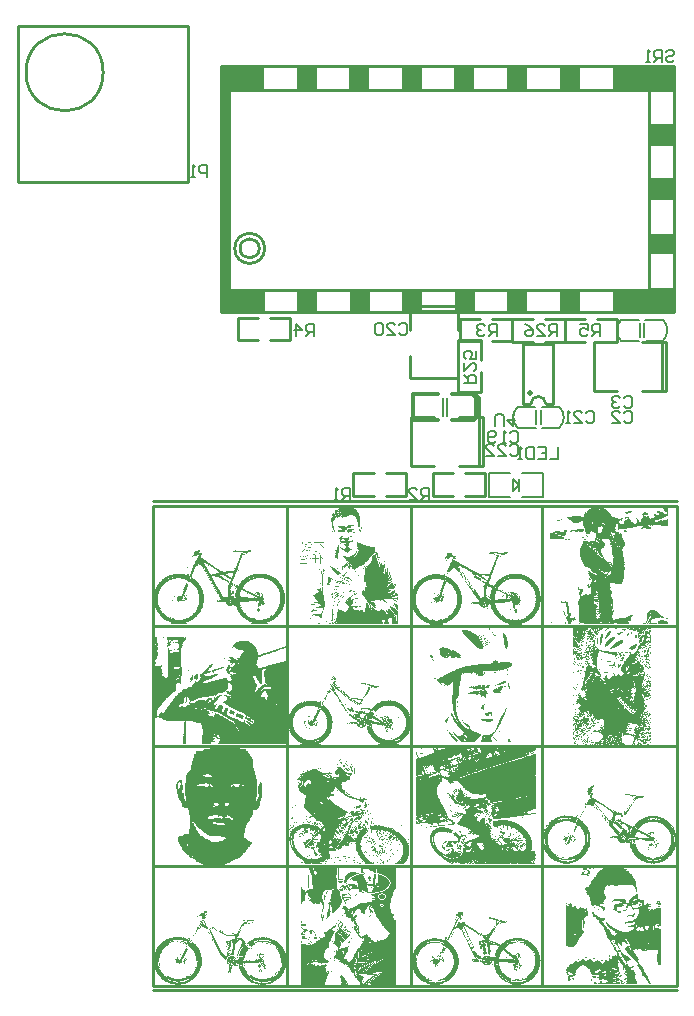
<source format=gbo>
G04 Layer_Color=32896*
%FSLAX24Y24*%
%MOIN*%
G70*
G01*
G75*
%ADD36C,0.0100*%
%ADD73C,0.0070*%
%ADD75C,0.0079*%
%ADD76C,0.0059*%
%ADD77C,0.0080*%
%ADD132C,0.0200*%
%ADD133C,0.0120*%
%ADD134R,0.1450X0.0720*%
%ADD135R,0.0650X0.0720*%
%ADD136R,0.2030X0.0720*%
%ADD137R,0.0830X0.0500*%
%ADD138R,0.0830X0.0750*%
%ADD139R,0.0830X0.0700*%
%ADD140R,0.0830X0.0070*%
%ADD141R,0.2030X0.0780*%
%ADD142R,0.0650X0.0780*%
%ADD143R,0.1450X0.0780*%
%ADD144R,0.0250X0.7450*%
G36*
X7090Y13470D02*
X7105D01*
Y13462D01*
Y13455D01*
X7097D01*
Y13462D01*
X7075D01*
Y13470D01*
X7083D01*
Y13477D01*
X7090D01*
Y13470D01*
D02*
G37*
G36*
X15886Y13585D02*
X15913D01*
Y13576D01*
X15959D01*
Y13567D01*
X15987D01*
Y13558D01*
X16060D01*
Y13548D01*
X16106D01*
Y13539D01*
X16170D01*
Y13530D01*
X16325D01*
Y13521D01*
X16344D01*
Y13512D01*
X16362D01*
Y13503D01*
X16371D01*
Y13493D01*
X16362D01*
Y13484D01*
X16371D01*
Y13475D01*
X16353D01*
Y13484D01*
X16325D01*
Y13475D01*
X16316D01*
Y13466D01*
X16280D01*
Y13457D01*
X16225D01*
Y13466D01*
X16206D01*
Y13457D01*
X16197D01*
Y13448D01*
X16151D01*
Y13439D01*
X16124D01*
Y13429D01*
X16096D01*
Y13420D01*
Y13411D01*
X16106D01*
Y13402D01*
Y13393D01*
X16096D01*
Y13402D01*
X16069D01*
Y13393D01*
Y13384D01*
X16060D01*
Y13374D01*
Y13365D01*
X16042D01*
Y13356D01*
Y13347D01*
X16032D01*
Y13338D01*
Y13329D01*
X16023D01*
Y13320D01*
Y13310D01*
X16014D01*
Y13301D01*
X16005D01*
Y13292D01*
X15996D01*
Y13283D01*
Y13274D01*
X15987D01*
Y13283D01*
Y13292D01*
Y13301D01*
X15996D01*
Y13310D01*
X16005D01*
Y13320D01*
Y13329D01*
X16014D01*
Y13338D01*
X16023D01*
Y13347D01*
Y13356D01*
X16032D01*
Y13365D01*
Y13374D01*
X16042D01*
Y13384D01*
Y13393D01*
Y13402D01*
X16051D01*
Y13411D01*
Y13420D01*
X16060D01*
Y13429D01*
Y13439D01*
Y13448D01*
X16051D01*
Y13439D01*
X16042D01*
Y13429D01*
X16032D01*
Y13420D01*
X16023D01*
Y13429D01*
Y13439D01*
X16032D01*
Y13448D01*
Y13457D01*
X16005D01*
Y13466D01*
X16051D01*
Y13475D01*
Y13484D01*
X16014D01*
Y13493D01*
X15996D01*
Y13503D01*
X15977D01*
Y13512D01*
X15968D01*
Y13521D01*
X15950D01*
Y13530D01*
X15923D01*
Y13539D01*
X15913D01*
Y13548D01*
X15831D01*
Y13558D01*
X15813D01*
Y13567D01*
X15758D01*
Y13576D01*
X15721D01*
Y13585D01*
X15730D01*
Y13594D01*
X15886D01*
Y13585D01*
D02*
G37*
G36*
X16023Y13411D02*
Y13402D01*
X16014D01*
Y13393D01*
Y13384D01*
X15996D01*
Y13393D01*
X16005D01*
Y13402D01*
Y13411D01*
X16014D01*
Y13420D01*
X16023D01*
Y13411D01*
D02*
G37*
G36*
X15977Y13338D02*
Y13329D01*
X15968D01*
Y13338D01*
Y13347D01*
X15977D01*
Y13338D01*
D02*
G37*
G36*
X15996Y13374D02*
Y13365D01*
Y13356D01*
X15987D01*
Y13347D01*
X15977D01*
Y13356D01*
Y13365D01*
X15987D01*
Y13374D01*
Y13384D01*
X15996D01*
Y13374D01*
D02*
G37*
G36*
X10562Y13549D02*
X10554D01*
Y13558D01*
X10562D01*
Y13549D01*
D02*
G37*
G36*
X10447Y13566D02*
Y13558D01*
X10439D01*
Y13566D01*
Y13574D01*
X10447D01*
Y13566D01*
D02*
G37*
G36*
X10439Y13549D02*
X10431D01*
Y13558D01*
X10439D01*
Y13549D01*
D02*
G37*
G36*
X14577Y13530D02*
X14568D01*
Y13539D01*
X14577D01*
Y13530D01*
D02*
G37*
G36*
X10431Y13541D02*
X10423D01*
Y13549D01*
X10431D01*
Y13541D01*
D02*
G37*
G36*
X7178Y13256D02*
X7193D01*
Y13248D01*
X7186D01*
Y13241D01*
Y13234D01*
X7164D01*
Y13241D01*
X7156D01*
Y13248D01*
X7164D01*
Y13256D01*
Y13263D01*
X7178D01*
Y13256D01*
D02*
G37*
G36*
X15923Y13255D02*
Y13246D01*
X15913D01*
Y13237D01*
X15904D01*
Y13246D01*
Y13255D01*
X15913D01*
Y13265D01*
X15923D01*
Y13255D01*
D02*
G37*
G36*
X9930Y13213D02*
X9922D01*
Y13221D01*
X9930D01*
Y13213D01*
D02*
G37*
G36*
X9922Y13204D02*
Y13196D01*
X9914D01*
Y13204D01*
Y13213D01*
X9922D01*
Y13204D01*
D02*
G37*
G36*
X7068Y13322D02*
X7105D01*
Y13315D01*
Y13307D01*
X7112D01*
Y13300D01*
Y13293D01*
Y13285D01*
Y13278D01*
Y13270D01*
Y13263D01*
Y13256D01*
X7119D01*
Y13248D01*
X7127D01*
Y13241D01*
X7134D01*
Y13234D01*
Y13226D01*
Y13219D01*
X7156D01*
Y13211D01*
X7142D01*
Y13204D01*
Y13197D01*
X7149D01*
Y13189D01*
X7134D01*
Y13182D01*
Y13175D01*
X7142D01*
Y13167D01*
Y13160D01*
X7156D01*
Y13152D01*
X7149D01*
Y13145D01*
X7090D01*
Y13138D01*
X7046D01*
Y13145D01*
X7083D01*
Y13152D01*
X7090D01*
Y13160D01*
Y13167D01*
X7075D01*
Y13175D01*
X7068D01*
Y13182D01*
X7060D01*
Y13189D01*
X7046D01*
Y13182D01*
Y13175D01*
X7031D01*
Y13167D01*
Y13160D01*
Y13152D01*
X7024D01*
Y13145D01*
X7009D01*
Y13138D01*
X6994D01*
Y13145D01*
Y13152D01*
X7002D01*
Y13160D01*
Y13167D01*
X7009D01*
Y13175D01*
X7016D01*
Y13182D01*
Y13189D01*
Y13197D01*
Y13204D01*
Y13211D01*
X7024D01*
Y13204D01*
X7046D01*
Y13211D01*
X7053D01*
Y13219D01*
Y13226D01*
Y13234D01*
Y13241D01*
Y13248D01*
Y13256D01*
Y13263D01*
Y13270D01*
Y13278D01*
Y13285D01*
Y13293D01*
Y13300D01*
Y13307D01*
Y13315D01*
Y13322D01*
X7060D01*
Y13329D01*
X7068D01*
Y13322D01*
D02*
G37*
G36*
X15950Y13292D02*
X15941D01*
Y13301D01*
X15950D01*
Y13292D01*
D02*
G37*
G36*
X15968Y13320D02*
Y13310D01*
X15959D01*
Y13301D01*
X15950D01*
Y13310D01*
Y13320D01*
X15959D01*
Y13329D01*
X15968D01*
Y13320D01*
D02*
G37*
G36*
X15987Y13265D02*
X15977D01*
Y13274D01*
X15987D01*
Y13265D01*
D02*
G37*
G36*
X15977Y13246D02*
X15968D01*
Y13255D01*
X15977D01*
Y13246D01*
D02*
G37*
G36*
X15941Y13283D02*
Y13274D01*
X15932D01*
Y13265D01*
X15923D01*
Y13274D01*
Y13283D01*
X15932D01*
Y13292D01*
X15941D01*
Y13283D01*
D02*
G37*
G36*
X4878Y14000D02*
X4870D01*
Y14008D01*
X4878D01*
Y14000D01*
D02*
G37*
G36*
X6485Y14214D02*
X6478D01*
Y14222D01*
X6485D01*
Y14214D01*
D02*
G37*
G36*
X4870Y13993D02*
X4863D01*
Y14000D01*
X4870D01*
Y13993D01*
D02*
G37*
G36*
X4863Y13986D02*
Y13978D01*
X4856D01*
Y13971D01*
Y13964D01*
X4848D01*
Y13956D01*
Y13949D01*
Y13941D01*
X4841D01*
Y13934D01*
Y13927D01*
Y13919D01*
X4834D01*
Y13927D01*
Y13934D01*
Y13941D01*
Y13949D01*
Y13956D01*
Y13964D01*
Y13971D01*
X4841D01*
Y13978D01*
Y13986D01*
X4848D01*
Y13993D01*
X4863D01*
Y13986D01*
D02*
G37*
G36*
X4922D02*
X4915D01*
Y13993D01*
X4922D01*
Y13986D01*
D02*
G37*
G36*
X6434Y14450D02*
X6456D01*
Y14443D01*
X6478D01*
Y14435D01*
X6485D01*
Y14428D01*
X6493D01*
Y14421D01*
X6500D01*
Y14413D01*
X6507D01*
Y14406D01*
X6515D01*
Y14399D01*
X6522D01*
Y14391D01*
X6530D01*
Y14384D01*
Y14376D01*
X6537D01*
Y14369D01*
X6544D01*
Y14362D01*
Y14354D01*
X6537D01*
Y14362D01*
X6507D01*
Y14369D01*
X6493D01*
Y14376D01*
X6478D01*
Y14384D01*
X6463D01*
Y14391D01*
X6456D01*
Y14399D01*
X6441D01*
Y14406D01*
X6434D01*
Y14413D01*
X6426D01*
Y14421D01*
X6419D01*
Y14428D01*
X6412D01*
Y14435D01*
X6404D01*
Y14443D01*
X6397D01*
Y14450D01*
Y14458D01*
X6434D01*
Y14450D01*
D02*
G37*
G36*
X5151Y14376D02*
X5143D01*
Y14384D01*
X5151D01*
Y14376D01*
D02*
G37*
G36*
X5099Y14354D02*
Y14347D01*
X5070D01*
Y14354D01*
X5077D01*
Y14362D01*
X5099D01*
Y14354D01*
D02*
G37*
G36*
X5903Y14318D02*
Y14310D01*
Y14303D01*
X5888D01*
Y14310D01*
X5881D01*
Y14318D01*
X5866D01*
Y14325D01*
X5903D01*
Y14318D01*
D02*
G37*
G36*
X6581Y14517D02*
X6589D01*
Y14509D01*
X6596D01*
Y14502D01*
Y14494D01*
X6603D01*
Y14487D01*
X6611D01*
Y14480D01*
X6618D01*
Y14472D01*
Y14465D01*
Y14458D01*
X6625D01*
Y14450D01*
Y14443D01*
X6633D01*
Y14435D01*
Y14428D01*
X6640D01*
Y14421D01*
Y14413D01*
X6648D01*
Y14406D01*
Y14399D01*
X6655D01*
Y14391D01*
Y14384D01*
Y14376D01*
Y14369D01*
Y14362D01*
Y14354D01*
Y14347D01*
Y14340D01*
X6633D01*
Y14347D01*
X6625D01*
Y14354D01*
Y14362D01*
Y14369D01*
X6618D01*
Y14376D01*
X6611D01*
Y14384D01*
Y14391D01*
X6603D01*
Y14399D01*
Y14406D01*
X6596D01*
Y14413D01*
Y14421D01*
Y14428D01*
X6589D01*
Y14435D01*
Y14443D01*
Y14450D01*
X6581D01*
Y14458D01*
Y14465D01*
X6574D01*
Y14472D01*
Y14480D01*
Y14487D01*
X6566D01*
Y14494D01*
Y14502D01*
Y14509D01*
X6559D01*
Y14517D01*
Y14524D01*
X6581D01*
Y14517D01*
D02*
G37*
G36*
X10497Y13574D02*
X10488D01*
Y13582D01*
X10497D01*
Y13574D01*
D02*
G37*
G36*
X14659Y13622D02*
X14650D01*
Y13631D01*
X14659D01*
Y13622D01*
D02*
G37*
G36*
X10456Y13574D02*
X10447D01*
Y13582D01*
X10456D01*
Y13574D01*
D02*
G37*
G36*
X10571Y13558D02*
X10562D01*
Y13566D01*
X10571D01*
Y13558D01*
D02*
G37*
G36*
X14595Y13567D02*
X14586D01*
Y13576D01*
X14595D01*
Y13567D01*
D02*
G37*
G36*
X14696Y13887D02*
X14705D01*
Y13878D01*
Y13869D01*
X14714D01*
Y13860D01*
Y13851D01*
X14705D01*
Y13841D01*
Y13832D01*
X14696D01*
Y13823D01*
X14668D01*
Y13814D01*
X14659D01*
Y13805D01*
Y13796D01*
Y13786D01*
X14650D01*
Y13777D01*
X14641D01*
Y13768D01*
Y13759D01*
Y13750D01*
X14650D01*
Y13741D01*
Y13731D01*
X14668D01*
Y13722D01*
Y13713D01*
Y13704D01*
X14659D01*
Y13713D01*
X14641D01*
Y13704D01*
Y13695D01*
X14659D01*
Y13686D01*
X14650D01*
Y13677D01*
X14641D01*
Y13667D01*
Y13658D01*
Y13649D01*
X14604D01*
Y13640D01*
X14595D01*
Y13631D01*
X14604D01*
Y13622D01*
X14623D01*
Y13631D01*
X14632D01*
Y13622D01*
X14650D01*
Y13612D01*
X14659D01*
Y13603D01*
Y13594D01*
Y13585D01*
Y13576D01*
X14668D01*
Y13567D01*
X14678D01*
Y13558D01*
Y13548D01*
X14641D01*
Y13539D01*
X14632D01*
Y13530D01*
Y13521D01*
Y13512D01*
X14641D01*
Y13503D01*
Y13493D01*
X14623D01*
Y13503D01*
X14595D01*
Y13493D01*
Y13484D01*
X14586D01*
Y13475D01*
X14577D01*
Y13466D01*
Y13457D01*
X14586D01*
Y13448D01*
X14577D01*
Y13439D01*
Y13429D01*
Y13420D01*
X14595D01*
Y13429D01*
Y13439D01*
Y13448D01*
X14604D01*
Y13457D01*
Y13466D01*
Y13475D01*
Y13484D01*
X14623D01*
Y13475D01*
X14632D01*
Y13466D01*
X14650D01*
Y13457D01*
X14668D01*
Y13448D01*
X14687D01*
Y13439D01*
X14696D01*
Y13429D01*
X14714D01*
Y13420D01*
X14732D01*
Y13411D01*
X14751D01*
Y13402D01*
X14760D01*
Y13393D01*
X14778D01*
Y13384D01*
X14787D01*
Y13374D01*
X14806D01*
Y13365D01*
X14824D01*
Y13356D01*
X14842D01*
Y13347D01*
X14851D01*
Y13338D01*
X14870D01*
Y13329D01*
X14888D01*
Y13320D01*
X14897D01*
Y13310D01*
X14916D01*
Y13301D01*
X14925D01*
Y13292D01*
X14943D01*
Y13283D01*
X14952D01*
Y13274D01*
X14971D01*
Y13265D01*
X14989D01*
Y13255D01*
X14998D01*
Y13246D01*
X15016D01*
Y13237D01*
X15025D01*
Y13228D01*
X15044D01*
Y13219D01*
X15053D01*
Y13210D01*
X15071D01*
Y13201D01*
X15080D01*
Y13191D01*
X15099D01*
Y13182D01*
X15108D01*
Y13173D01*
X15117D01*
Y13164D01*
X15135D01*
Y13155D01*
X15144D01*
Y13146D01*
X15163D01*
Y13136D01*
X15172D01*
Y13127D01*
X15190D01*
Y13118D01*
X15199D01*
Y13109D01*
X15209D01*
Y13100D01*
X15227D01*
Y13091D01*
X15236D01*
Y13082D01*
X15254D01*
Y13072D01*
X15263D01*
Y13063D01*
X15273D01*
Y13054D01*
X15291D01*
Y13045D01*
X15300D01*
Y13036D01*
X15309D01*
Y13027D01*
X15328D01*
Y13017D01*
X15337D01*
Y13008D01*
X15346D01*
Y12999D01*
X15355D01*
Y12990D01*
X15373D01*
Y12981D01*
X15382D01*
Y12972D01*
X15392D01*
Y12963D01*
X15410D01*
Y12953D01*
X15419D01*
Y12944D01*
X15538D01*
Y12953D01*
Y12963D01*
X15428D01*
Y12972D01*
X15410D01*
Y12981D01*
X15401D01*
Y12990D01*
X15392D01*
Y12999D01*
X15382D01*
Y13008D01*
X15364D01*
Y13017D01*
X15355D01*
Y13027D01*
X15346D01*
Y13036D01*
X15328D01*
Y13045D01*
X15318D01*
Y13054D01*
X15309D01*
Y13063D01*
X15328D01*
Y13054D01*
X15346D01*
Y13045D01*
X15364D01*
Y13036D01*
X15382D01*
Y13027D01*
X15401D01*
Y13017D01*
X15428D01*
Y13008D01*
X15465D01*
Y12999D01*
X15474D01*
Y12990D01*
X15465D01*
Y12981D01*
X15474D01*
Y12972D01*
X15492D01*
Y12981D01*
Y12990D01*
Y12999D01*
X15657D01*
Y12990D01*
X15547D01*
Y12981D01*
Y12972D01*
X15639D01*
Y12963D01*
Y12953D01*
X15648D01*
Y12944D01*
Y12935D01*
Y12926D01*
Y12917D01*
Y12908D01*
X15685D01*
Y12917D01*
Y12926D01*
Y12935D01*
Y12944D01*
X15666D01*
Y12953D01*
X15657D01*
Y12963D01*
Y12972D01*
X15694D01*
Y12981D01*
X15730D01*
Y12990D01*
X15739D01*
Y12999D01*
X15767D01*
Y13008D01*
X15776D01*
Y13017D01*
X15785D01*
Y13027D01*
X15794D01*
Y13036D01*
X15804D01*
Y13045D01*
Y13054D01*
X15813D01*
Y13063D01*
X15822D01*
Y13072D01*
Y13082D01*
X15831D01*
Y13091D01*
X15840D01*
Y13100D01*
X15849D01*
Y13109D01*
Y13118D01*
X15858D01*
Y13127D01*
X15868D01*
Y13136D01*
Y13146D01*
X15877D01*
Y13155D01*
X15886D01*
Y13164D01*
Y13173D01*
Y13182D01*
X15895D01*
Y13191D01*
Y13201D01*
X15877D01*
Y13191D01*
Y13182D01*
X15868D01*
Y13173D01*
X15858D01*
Y13164D01*
X15849D01*
Y13155D01*
Y13146D01*
X15840D01*
Y13136D01*
X15831D01*
Y13127D01*
Y13118D01*
X15822D01*
Y13109D01*
X15813D01*
Y13100D01*
Y13091D01*
X15804D01*
Y13082D01*
Y13072D01*
X15794D01*
Y13063D01*
X15785D01*
Y13072D01*
Y13082D01*
X15794D01*
Y13091D01*
Y13100D01*
X15804D01*
Y13109D01*
Y13118D01*
X15813D01*
Y13127D01*
X15822D01*
Y13136D01*
Y13146D01*
X15831D01*
Y13155D01*
X15840D01*
Y13164D01*
Y13173D01*
X15849D01*
Y13182D01*
X15858D01*
Y13191D01*
Y13201D01*
X15868D01*
Y13210D01*
X15877D01*
Y13219D01*
Y13228D01*
X15886D01*
Y13237D01*
X15904D01*
Y13228D01*
X15895D01*
Y13219D01*
Y13210D01*
Y13201D01*
X15904D01*
Y13210D01*
X15923D01*
Y13219D01*
Y13228D01*
X15932D01*
Y13237D01*
X15941D01*
Y13246D01*
X15968D01*
Y13237D01*
X15959D01*
Y13228D01*
Y13219D01*
X15950D01*
Y13210D01*
Y13201D01*
Y13191D01*
X15968D01*
Y13182D01*
X15977D01*
Y13173D01*
X15950D01*
Y13182D01*
X15932D01*
Y13173D01*
X15941D01*
Y13164D01*
X15932D01*
Y13155D01*
X15913D01*
Y13146D01*
Y13136D01*
Y13127D01*
X15904D01*
Y13118D01*
Y13109D01*
X15895D01*
Y13100D01*
X15886D01*
Y13091D01*
X15877D01*
Y13082D01*
Y13072D01*
X15868D01*
Y13063D01*
X15858D01*
Y13054D01*
X15849D01*
Y13045D01*
Y13036D01*
Y13027D01*
X15831D01*
Y13017D01*
Y13008D01*
Y12999D01*
X15813D01*
Y12990D01*
Y12981D01*
Y12972D01*
X15804D01*
Y12963D01*
Y12953D01*
X15794D01*
Y12944D01*
Y12935D01*
X15776D01*
Y12926D01*
Y12917D01*
X15767D01*
Y12908D01*
X15758D01*
Y12898D01*
Y12889D01*
X15685D01*
Y12880D01*
X15675D01*
Y12871D01*
X15666D01*
Y12862D01*
Y12853D01*
Y12844D01*
Y12834D01*
X15657D01*
Y12825D01*
X15648D01*
Y12816D01*
Y12807D01*
Y12798D01*
X15639D01*
Y12789D01*
Y12779D01*
Y12770D01*
Y12761D01*
Y12752D01*
Y12743D01*
Y12734D01*
X15648D01*
Y12725D01*
Y12715D01*
X15639D01*
Y12725D01*
X15630D01*
Y12734D01*
Y12743D01*
X15620D01*
Y12752D01*
Y12761D01*
Y12770D01*
Y12779D01*
Y12789D01*
Y12798D01*
Y12807D01*
X15630D01*
Y12816D01*
Y12825D01*
Y12834D01*
X15602D01*
Y12844D01*
Y12853D01*
Y12862D01*
Y12871D01*
Y12880D01*
Y12889D01*
Y12898D01*
X15483D01*
Y12889D01*
X15447D01*
Y12880D01*
X15428D01*
Y12871D01*
X15419D01*
Y12862D01*
X15410D01*
Y12853D01*
X15401D01*
Y12844D01*
Y12834D01*
Y12825D01*
X15392D01*
Y12816D01*
Y12807D01*
Y12798D01*
Y12789D01*
X15382D01*
Y12779D01*
Y12770D01*
Y12761D01*
Y12752D01*
Y12743D01*
Y12734D01*
Y12725D01*
Y12715D01*
Y12706D01*
X15373D01*
Y12697D01*
X15364D01*
Y12688D01*
Y12679D01*
Y12670D01*
X15373D01*
Y12660D01*
X15392D01*
Y12670D01*
Y12679D01*
Y12688D01*
Y12697D01*
X15410D01*
Y12706D01*
X15428D01*
Y12715D01*
X15447D01*
Y12725D01*
X15456D01*
Y12734D01*
X15492D01*
Y12743D01*
X15511D01*
Y12752D01*
X15520D01*
Y12743D01*
Y12734D01*
X15547D01*
Y12725D01*
X15556D01*
Y12715D01*
X15575D01*
Y12725D01*
Y12734D01*
Y12743D01*
Y12752D01*
Y12761D01*
Y12770D01*
X15584D01*
Y12779D01*
Y12789D01*
Y12798D01*
Y12807D01*
X15593D01*
Y12798D01*
Y12789D01*
Y12779D01*
Y12770D01*
Y12761D01*
Y12752D01*
Y12743D01*
Y12734D01*
X15584D01*
Y12725D01*
Y12715D01*
X15602D01*
Y12706D01*
Y12697D01*
Y12688D01*
X15620D01*
Y12679D01*
Y12670D01*
Y12660D01*
Y12651D01*
X15657D01*
Y12660D01*
Y12670D01*
Y12679D01*
X15648D01*
Y12688D01*
X15639D01*
Y12697D01*
X15648D01*
Y12706D01*
X15657D01*
Y12697D01*
Y12688D01*
X15666D01*
Y12679D01*
Y12670D01*
X15675D01*
Y12660D01*
Y12651D01*
X15694D01*
Y12642D01*
X15712D01*
Y12633D01*
X15730D01*
Y12624D01*
X15739D01*
Y12615D01*
X15758D01*
Y12606D01*
X15785D01*
Y12596D01*
X15794D01*
Y12587D01*
X15813D01*
Y12578D01*
X15831D01*
Y12569D01*
X15849D01*
Y12560D01*
X15868D01*
Y12551D01*
X15895D01*
Y12541D01*
X15913D01*
Y12532D01*
X15932D01*
Y12523D01*
X15950D01*
Y12514D01*
X15968D01*
Y12505D01*
X15987D01*
Y12496D01*
Y12486D01*
X16032D01*
Y12477D01*
X16051D01*
Y12468D01*
X16060D01*
Y12459D01*
X16087D01*
Y12450D01*
X16096D01*
Y12441D01*
X16115D01*
Y12432D01*
X16133D01*
Y12422D01*
X16151D01*
Y12413D01*
X16170D01*
Y12404D01*
X16188D01*
Y12395D01*
X16197D01*
Y12386D01*
X16215D01*
Y12377D01*
X16234D01*
Y12367D01*
X16270D01*
Y12358D01*
X16289D01*
Y12349D01*
X16307D01*
Y12340D01*
X16335D01*
Y12331D01*
X16344D01*
Y12322D01*
X16362D01*
Y12313D01*
X16380D01*
Y12303D01*
X16389D01*
Y12294D01*
X16408D01*
Y12285D01*
X16426D01*
Y12276D01*
X16454D01*
Y12267D01*
Y12258D01*
X16481D01*
Y12248D01*
X16490D01*
Y12239D01*
X16518D01*
Y12230D01*
X16527D01*
Y12221D01*
X16545D01*
Y12212D01*
X16563D01*
Y12203D01*
X16582D01*
Y12194D01*
X16600D01*
Y12184D01*
X16609D01*
Y12175D01*
X16618D01*
Y12184D01*
X16627D01*
Y12175D01*
Y12166D01*
X16637D01*
Y12157D01*
X16673D01*
Y12148D01*
X16682D01*
Y12139D01*
Y12129D01*
X16701D01*
Y12120D01*
X16719D01*
Y12111D01*
X16737D01*
Y12102D01*
X16728D01*
Y12093D01*
X16737D01*
Y12084D01*
X16746D01*
Y12075D01*
X16728D01*
Y12084D01*
X16710D01*
Y12075D01*
X16701D01*
Y12065D01*
X16692D01*
Y12056D01*
Y12047D01*
X16701D01*
Y12038D01*
Y12029D01*
X16618D01*
Y12038D01*
X16600D01*
Y12029D01*
X16591D01*
Y12038D01*
X16573D01*
Y12029D01*
X16563D01*
Y12038D01*
X16545D01*
Y12029D01*
X16518D01*
Y12020D01*
X16499D01*
Y12029D01*
Y12038D01*
X16472D01*
Y12029D01*
X16463D01*
Y12038D01*
X16408D01*
Y12047D01*
X16225D01*
Y12056D01*
X16115D01*
Y12065D01*
X16069D01*
Y12056D01*
Y12047D01*
Y12038D01*
Y12029D01*
Y12020D01*
Y12010D01*
X16078D01*
Y12001D01*
Y11992D01*
Y11983D01*
Y11974D01*
Y11965D01*
Y11956D01*
X16051D01*
Y11965D01*
X16023D01*
Y11974D01*
Y11983D01*
X15977D01*
Y11992D01*
X15996D01*
Y12001D01*
Y12010D01*
Y12020D01*
X15987D01*
Y12029D01*
X15996D01*
Y12038D01*
Y12047D01*
X15968D01*
Y12038D01*
Y12029D01*
X15977D01*
Y12020D01*
X15968D01*
Y12010D01*
X15932D01*
Y12020D01*
X15913D01*
Y12010D01*
Y12001D01*
X15932D01*
Y11992D01*
X15950D01*
Y11983D01*
Y11974D01*
X15968D01*
Y11983D01*
X15977D01*
Y11974D01*
Y11965D01*
Y11956D01*
Y11946D01*
Y11937D01*
X15987D01*
Y11928D01*
Y11919D01*
X16005D01*
Y11928D01*
Y11937D01*
X15996D01*
Y11946D01*
Y11956D01*
Y11965D01*
X16005D01*
Y11956D01*
X16014D01*
Y11946D01*
X16032D01*
Y11937D01*
X16051D01*
Y11928D01*
X16078D01*
Y11919D01*
X16087D01*
Y11910D01*
Y11901D01*
X16096D01*
Y11891D01*
Y11882D01*
Y11873D01*
Y11864D01*
Y11855D01*
X16106D01*
Y11846D01*
X16115D01*
Y11837D01*
Y11827D01*
X16124D01*
Y11818D01*
Y11809D01*
Y11800D01*
X16133D01*
Y11791D01*
Y11782D01*
X16142D01*
Y11772D01*
Y11763D01*
X16151D01*
Y11754D01*
Y11745D01*
X16161D01*
Y11736D01*
Y11727D01*
X16170D01*
Y11718D01*
X16179D01*
Y11708D01*
X16188D01*
Y11699D01*
X16197D01*
Y11690D01*
Y11681D01*
X16206D01*
Y11672D01*
X16215D01*
Y11663D01*
X16225D01*
Y11653D01*
Y11644D01*
X16243D01*
Y11635D01*
X16252D01*
Y11626D01*
X16261D01*
Y11617D01*
X16270D01*
Y11608D01*
X16280D01*
Y11599D01*
X16289D01*
Y11589D01*
X16307D01*
Y11580D01*
X16316D01*
Y11571D01*
X16335D01*
Y11562D01*
X16353D01*
Y11553D01*
Y11544D01*
X16380D01*
Y11534D01*
X16399D01*
Y11525D01*
X16408D01*
Y11516D01*
X16435D01*
Y11507D01*
X16454D01*
Y11498D01*
X16499D01*
Y11489D01*
X16508D01*
Y11480D01*
X16563D01*
Y11470D01*
X16627D01*
Y11461D01*
X16701D01*
Y11470D01*
X16756D01*
Y11480D01*
X16820D01*
Y11489D01*
X16838D01*
Y11498D01*
X16875D01*
Y11507D01*
X16893D01*
Y11516D01*
X16920D01*
Y11525D01*
X16930D01*
Y11534D01*
X16948D01*
Y11544D01*
X16966D01*
Y11553D01*
X16975D01*
Y11562D01*
X17003D01*
Y11553D01*
X16984D01*
Y11544D01*
X16975D01*
Y11534D01*
X16957D01*
Y11525D01*
X16948D01*
Y11516D01*
X16939D01*
Y11507D01*
Y11498D01*
X16957D01*
Y11507D01*
X16966D01*
Y11516D01*
X16984D01*
Y11525D01*
X17003D01*
Y11534D01*
X17021D01*
Y11544D01*
X17030D01*
Y11553D01*
X17039D01*
Y11562D01*
X17058D01*
Y11571D01*
X17067D01*
Y11580D01*
X17076D01*
Y11589D01*
X17094D01*
Y11599D01*
X17103D01*
Y11608D01*
X17113D01*
Y11617D01*
X17122D01*
Y11626D01*
X17131D01*
Y11635D01*
Y11644D01*
X17140D01*
Y11653D01*
X17149D01*
Y11663D01*
X17158D01*
Y11672D01*
X17168D01*
Y11681D01*
Y11690D01*
X17186D01*
Y11699D01*
Y11708D01*
X17195D01*
Y11718D01*
Y11727D01*
X17204D01*
Y11736D01*
Y11745D01*
X17186D01*
Y11736D01*
X17177D01*
Y11727D01*
Y11718D01*
X17168D01*
Y11708D01*
X17149D01*
Y11718D01*
X17158D01*
Y11727D01*
Y11736D01*
X17168D01*
Y11745D01*
X17177D01*
Y11754D01*
Y11763D01*
X17186D01*
Y11772D01*
Y11782D01*
X17195D01*
Y11791D01*
Y11800D01*
X17204D01*
Y11809D01*
Y11818D01*
X17213D01*
Y11827D01*
X17222D01*
Y11837D01*
Y11846D01*
X17232D01*
Y11855D01*
X17222D01*
Y11864D01*
X17232D01*
Y11873D01*
Y11882D01*
X17241D01*
Y11891D01*
Y11901D01*
Y11910D01*
X17250D01*
Y11919D01*
Y11928D01*
Y11937D01*
Y11946D01*
Y11956D01*
X17259D01*
Y11965D01*
Y11974D01*
Y11983D01*
Y11992D01*
X17268D01*
Y12001D01*
Y12010D01*
Y12020D01*
Y12029D01*
Y12038D01*
Y12047D01*
Y12056D01*
Y12065D01*
Y12075D01*
Y12084D01*
Y12093D01*
Y12102D01*
Y12111D01*
Y12120D01*
Y12129D01*
Y12139D01*
Y12148D01*
X17259D01*
Y12157D01*
Y12166D01*
Y12175D01*
Y12184D01*
Y12194D01*
X17250D01*
Y12203D01*
Y12212D01*
Y12221D01*
Y12230D01*
Y12239D01*
Y12248D01*
X17241D01*
Y12258D01*
Y12267D01*
X17232D01*
Y12276D01*
Y12285D01*
Y12294D01*
X17222D01*
Y12303D01*
Y12313D01*
X17213D01*
Y12322D01*
Y12331D01*
X17204D01*
Y12340D01*
Y12349D01*
X17195D01*
Y12358D01*
Y12367D01*
X17186D01*
Y12377D01*
Y12386D01*
Y12395D01*
X17168D01*
Y12404D01*
Y12413D01*
X17158D01*
Y12422D01*
Y12432D01*
X17149D01*
Y12441D01*
X17140D01*
Y12450D01*
X17131D01*
Y12459D01*
X17122D01*
Y12468D01*
X17113D01*
Y12477D01*
X17103D01*
Y12486D01*
Y12496D01*
X17094D01*
Y12505D01*
X17076D01*
Y12514D01*
X17067D01*
Y12523D01*
X17058D01*
Y12532D01*
X17049D01*
Y12541D01*
X17039D01*
Y12551D01*
X17030D01*
Y12560D01*
X17021D01*
Y12569D01*
X17003D01*
Y12578D01*
X16994D01*
Y12587D01*
X16975D01*
Y12596D01*
X16957D01*
Y12606D01*
X16939D01*
Y12615D01*
X16920D01*
Y12624D01*
X16893D01*
Y12633D01*
X16884D01*
Y12642D01*
X16838D01*
Y12651D01*
X16820D01*
Y12660D01*
X16783D01*
Y12670D01*
X16563D01*
Y12660D01*
X16527D01*
Y12651D01*
X16499D01*
Y12642D01*
X16463D01*
Y12633D01*
X16444D01*
Y12624D01*
X16426D01*
Y12615D01*
X16408D01*
Y12606D01*
X16389D01*
Y12596D01*
X16371D01*
Y12587D01*
X16353D01*
Y12578D01*
X16335D01*
Y12569D01*
X16325D01*
Y12560D01*
X16316D01*
Y12551D01*
X16307D01*
Y12541D01*
X16298D01*
Y12532D01*
X16280D01*
Y12523D01*
X16270D01*
Y12514D01*
X16261D01*
Y12505D01*
X16252D01*
Y12496D01*
X16243D01*
Y12486D01*
X16234D01*
Y12477D01*
X16225D01*
Y12468D01*
X16215D01*
Y12459D01*
X16206D01*
Y12450D01*
Y12441D01*
X16188D01*
Y12432D01*
Y12422D01*
X16170D01*
Y12432D01*
X16161D01*
Y12441D01*
X16133D01*
Y12450D01*
X16124D01*
Y12459D01*
X16096D01*
Y12468D01*
X16087D01*
Y12477D01*
X16069D01*
Y12486D01*
X16051D01*
Y12496D01*
X16032D01*
Y12505D01*
X16014D01*
Y12514D01*
Y12523D01*
X16023D01*
Y12532D01*
X16042D01*
Y12541D01*
X16051D01*
Y12551D01*
Y12560D01*
Y12569D01*
X16060D01*
Y12578D01*
X16078D01*
Y12587D01*
X16087D01*
Y12596D01*
Y12606D01*
Y12615D01*
X16115D01*
Y12624D01*
Y12633D01*
X16124D01*
Y12642D01*
Y12651D01*
X16151D01*
Y12660D01*
X16161D01*
Y12670D01*
Y12679D01*
X16170D01*
Y12688D01*
X16197D01*
Y12697D01*
Y12706D01*
Y12715D01*
X16234D01*
Y12725D01*
X16243D01*
Y12734D01*
X16252D01*
Y12743D01*
Y12752D01*
X16289D01*
Y12761D01*
X16298D01*
Y12770D01*
X16325D01*
Y12779D01*
X16335D01*
Y12789D01*
X16344D01*
Y12798D01*
X16380D01*
Y12807D01*
X16389D01*
Y12816D01*
X16426D01*
Y12825D01*
X16435D01*
Y12834D01*
X16463D01*
Y12825D01*
X16481D01*
Y12834D01*
X16499D01*
Y12844D01*
X16518D01*
Y12834D01*
X16527D01*
Y12844D01*
X16536D01*
Y12853D01*
X16591D01*
Y12862D01*
X16618D01*
Y12853D01*
X16637D01*
Y12862D01*
X16682D01*
Y12853D01*
X16692D01*
Y12862D01*
X16719D01*
Y12853D01*
X16756D01*
Y12862D01*
X16765D01*
Y12853D01*
X16783D01*
Y12844D01*
X16801D01*
Y12853D01*
X16829D01*
Y12844D01*
X16838D01*
Y12834D01*
X16856D01*
Y12844D01*
X16875D01*
Y12834D01*
X16884D01*
Y12825D01*
X16920D01*
Y12816D01*
X16930D01*
Y12807D01*
X16966D01*
Y12798D01*
X16984D01*
Y12789D01*
X17012D01*
Y12779D01*
X17030D01*
Y12770D01*
Y12761D01*
X17067D01*
Y12752D01*
X17076D01*
Y12743D01*
Y12734D01*
X17113D01*
Y12725D01*
Y12715D01*
X17122D01*
Y12706D01*
X17158D01*
Y12697D01*
Y12688D01*
Y12679D01*
X17168D01*
Y12670D01*
X17195D01*
Y12660D01*
Y12651D01*
Y12642D01*
X17213D01*
Y12633D01*
X17232D01*
Y12624D01*
Y12615D01*
X17241D01*
Y12606D01*
X17250D01*
Y12596D01*
X17268D01*
Y12587D01*
X17277D01*
Y12578D01*
Y12569D01*
Y12560D01*
X17296D01*
Y12551D01*
X17305D01*
Y12541D01*
Y12532D01*
Y12523D01*
X17314D01*
Y12514D01*
X17332D01*
Y12505D01*
Y12496D01*
Y12486D01*
X17341D01*
Y12477D01*
X17351D01*
Y12468D01*
X17360D01*
Y12459D01*
Y12450D01*
Y12441D01*
Y12432D01*
X17378D01*
Y12422D01*
Y12413D01*
Y12404D01*
Y12395D01*
Y12386D01*
X17387D01*
Y12377D01*
X17406D01*
Y12367D01*
Y12358D01*
Y12349D01*
Y12340D01*
Y12331D01*
Y12322D01*
X17424D01*
Y12313D01*
X17415D01*
Y12303D01*
Y12294D01*
X17424D01*
Y12285D01*
Y12276D01*
X17433D01*
Y12267D01*
X17442D01*
Y12258D01*
Y12248D01*
Y12239D01*
Y12230D01*
Y12221D01*
Y12212D01*
Y12203D01*
Y12194D01*
Y12184D01*
Y12175D01*
X17451D01*
Y12166D01*
Y12157D01*
Y12148D01*
Y12139D01*
Y12129D01*
Y12120D01*
Y12111D01*
X17461D01*
Y12102D01*
X17451D01*
Y12093D01*
Y12084D01*
Y12075D01*
X17461D01*
Y12065D01*
Y12056D01*
Y12047D01*
X17451D01*
Y12038D01*
Y12029D01*
Y12020D01*
Y12010D01*
Y12001D01*
Y11992D01*
Y11983D01*
X17442D01*
Y11974D01*
Y11965D01*
X17451D01*
Y11956D01*
Y11946D01*
X17442D01*
Y11937D01*
Y11928D01*
Y11919D01*
Y11910D01*
Y11901D01*
Y11891D01*
X17433D01*
Y11882D01*
X17424D01*
Y11873D01*
Y11864D01*
Y11855D01*
Y11846D01*
Y11837D01*
X17415D01*
Y11827D01*
X17406D01*
Y11818D01*
Y11809D01*
X17415D01*
Y11800D01*
X17406D01*
Y11791D01*
Y11782D01*
X17396D01*
Y11772D01*
Y11763D01*
Y11754D01*
X17387D01*
Y11745D01*
Y11736D01*
X17378D01*
Y11727D01*
X17369D01*
Y11718D01*
Y11708D01*
Y11699D01*
X17360D01*
Y11690D01*
X17351D01*
Y11681D01*
X17341D01*
Y11672D01*
Y11663D01*
Y11653D01*
Y11644D01*
X17323D01*
Y11635D01*
X17314D01*
Y11626D01*
Y11617D01*
Y11608D01*
X17305D01*
Y11599D01*
X17287D01*
Y11589D01*
Y11580D01*
Y11571D01*
X17277D01*
Y11562D01*
X17268D01*
Y11553D01*
X17250D01*
Y11544D01*
Y11534D01*
Y11525D01*
X17241D01*
Y11516D01*
X17213D01*
Y11507D01*
Y11498D01*
Y11489D01*
X17204D01*
Y11480D01*
X17177D01*
Y11470D01*
X17168D01*
Y11461D01*
X17177D01*
Y11452D01*
X17149D01*
Y11443D01*
X17131D01*
Y11434D01*
Y11425D01*
X17122D01*
Y11415D01*
X17085D01*
Y11406D01*
Y11397D01*
Y11388D01*
X17058D01*
Y11379D01*
X17049D01*
Y11370D01*
X17003D01*
Y11361D01*
Y11351D01*
X16994D01*
Y11342D01*
X16957D01*
Y11333D01*
X16948D01*
Y11324D01*
X16911D01*
Y11315D01*
X16902D01*
Y11306D01*
X16856D01*
Y11296D01*
X16847D01*
Y11287D01*
X16829D01*
Y11296D01*
X16801D01*
Y11287D01*
Y11278D01*
X16774D01*
Y11287D01*
X16756D01*
Y11278D01*
X16746D01*
Y11269D01*
X16710D01*
Y11278D01*
X16701D01*
Y11269D01*
X16664D01*
Y11278D01*
X16646D01*
Y11269D01*
X16609D01*
Y11278D01*
X16508D01*
Y11287D01*
Y11296D01*
X16490D01*
Y11287D01*
X16472D01*
Y11296D01*
X16463D01*
Y11306D01*
X16417D01*
Y11315D01*
X16408D01*
Y11324D01*
Y11333D01*
X16389D01*
Y11324D01*
X16371D01*
Y11333D01*
X16362D01*
Y11342D01*
Y11351D01*
X16344D01*
Y11342D01*
X16325D01*
Y11351D01*
X16316D01*
Y11361D01*
Y11370D01*
X16270D01*
Y11379D01*
Y11388D01*
X16261D01*
Y11397D01*
X16243D01*
Y11388D01*
X16234D01*
Y11397D01*
X16225D01*
Y11406D01*
Y11415D01*
Y11425D01*
X16188D01*
Y11434D01*
X16179D01*
Y11443D01*
Y11452D01*
X16151D01*
Y11461D01*
X16142D01*
Y11470D01*
Y11480D01*
X16133D01*
Y11489D01*
Y11498D01*
X16106D01*
Y11507D01*
Y11516D01*
Y11525D01*
X16096D01*
Y11534D01*
X16069D01*
Y11544D01*
Y11553D01*
Y11562D01*
Y11571D01*
X16042D01*
Y11580D01*
X16032D01*
Y11589D01*
Y11599D01*
Y11608D01*
X16023D01*
Y11617D01*
X16005D01*
Y11626D01*
Y11635D01*
Y11644D01*
Y11653D01*
X15996D01*
Y11663D01*
X15987D01*
Y11672D01*
X15977D01*
Y11681D01*
Y11690D01*
Y11699D01*
X15968D01*
Y11708D01*
X15959D01*
Y11718D01*
X15950D01*
Y11727D01*
Y11736D01*
Y11745D01*
Y11754D01*
X15932D01*
Y11763D01*
Y11772D01*
Y11782D01*
Y11791D01*
Y11800D01*
X15913D01*
Y11809D01*
Y11818D01*
Y11827D01*
Y11837D01*
Y11846D01*
Y11855D01*
X15895D01*
Y11864D01*
Y11873D01*
X15904D01*
Y11882D01*
Y11891D01*
Y11901D01*
X15895D01*
Y11910D01*
X15886D01*
Y11919D01*
Y11928D01*
X15895D01*
Y11937D01*
Y11946D01*
Y11956D01*
X15858D01*
Y11965D01*
X15785D01*
Y11956D01*
X15749D01*
Y11946D01*
X15712D01*
Y11937D01*
X15694D01*
Y11946D01*
Y11956D01*
X15675D01*
Y11946D01*
Y11937D01*
Y11928D01*
X15620D01*
Y11937D01*
X15630D01*
Y11946D01*
Y11956D01*
X15620D01*
Y11965D01*
Y11974D01*
X15602D01*
Y11965D01*
Y11956D01*
Y11946D01*
X15611D01*
Y11937D01*
X15593D01*
Y11946D01*
X15566D01*
Y11956D01*
X15547D01*
Y11965D01*
X15538D01*
Y11974D01*
X15520D01*
Y11983D01*
X15511D01*
Y11992D01*
X15501D01*
Y12001D01*
X15492D01*
Y12010D01*
Y12020D01*
X15474D01*
Y12029D01*
Y12038D01*
X15483D01*
Y12047D01*
X15492D01*
Y12056D01*
Y12065D01*
X15483D01*
Y12075D01*
Y12084D01*
Y12093D01*
X15474D01*
Y12102D01*
Y12111D01*
X15401D01*
Y12120D01*
X15346D01*
Y12129D01*
X15245D01*
Y12139D01*
X15236D01*
Y12148D01*
X15227D01*
Y12157D01*
Y12166D01*
Y12175D01*
Y12184D01*
X15236D01*
Y12194D01*
X15447D01*
Y12184D01*
X15483D01*
Y12194D01*
Y12203D01*
Y12212D01*
Y12221D01*
X15474D01*
Y12230D01*
Y12239D01*
X15465D01*
Y12248D01*
X15456D01*
Y12258D01*
X15447D01*
Y12267D01*
X15437D01*
Y12276D01*
X15428D01*
Y12285D01*
X15419D01*
Y12294D01*
X15410D01*
Y12303D01*
X15401D01*
Y12313D01*
X15392D01*
Y12322D01*
Y12331D01*
X15382D01*
Y12340D01*
X15373D01*
Y12349D01*
X15364D01*
Y12358D01*
X15355D01*
Y12367D01*
Y12377D01*
X15346D01*
Y12386D01*
X15337D01*
Y12395D01*
X15328D01*
Y12404D01*
Y12413D01*
X15309D01*
Y12422D01*
X15300D01*
Y12432D01*
X15291D01*
Y12441D01*
X15282D01*
Y12450D01*
Y12459D01*
Y12468D01*
X15273D01*
Y12477D01*
X15263D01*
Y12486D01*
X15254D01*
Y12496D01*
X15245D01*
Y12505D01*
Y12514D01*
X15227D01*
Y12523D01*
X15218D01*
Y12532D01*
X15209D01*
Y12541D01*
Y12551D01*
Y12560D01*
X15199D01*
Y12569D01*
Y12578D01*
Y12587D01*
Y12596D01*
X15190D01*
Y12606D01*
X15209D01*
Y12615D01*
Y12624D01*
Y12633D01*
Y12642D01*
Y12651D01*
Y12660D01*
Y12670D01*
X15199D01*
Y12679D01*
Y12688D01*
X15190D01*
Y12697D01*
X15181D01*
Y12706D01*
X15172D01*
Y12715D01*
X15163D01*
Y12725D01*
X15154D01*
Y12715D01*
X15144D01*
Y12725D01*
Y12734D01*
Y12743D01*
Y12752D01*
Y12761D01*
X15126D01*
Y12770D01*
X15117D01*
Y12779D01*
Y12789D01*
X15108D01*
Y12798D01*
X15099D01*
Y12807D01*
X15080D01*
Y12816D01*
Y12825D01*
Y12834D01*
X15071D01*
Y12844D01*
X15062D01*
Y12853D01*
Y12862D01*
X15044D01*
Y12871D01*
Y12880D01*
Y12889D01*
X15025D01*
Y12898D01*
X15016D01*
Y12908D01*
Y12917D01*
X14998D01*
Y12926D01*
Y12935D01*
X14989D01*
Y12944D01*
Y12953D01*
X14961D01*
Y12963D01*
Y12972D01*
Y12981D01*
X14952D01*
Y12990D01*
X14943D01*
Y12999D01*
X14934D01*
Y13008D01*
X14925D01*
Y13017D01*
Y13027D01*
X14916D01*
Y13036D01*
X14906D01*
Y13045D01*
X14897D01*
Y13054D01*
Y13063D01*
X14888D01*
Y13072D01*
X14879D01*
Y13082D01*
X14870D01*
Y13091D01*
X14861D01*
Y13100D01*
X14851D01*
Y13109D01*
Y13118D01*
X14833D01*
Y13127D01*
Y13136D01*
X14824D01*
Y13146D01*
X14815D01*
Y13155D01*
Y13164D01*
X14797D01*
Y13173D01*
Y13182D01*
X14787D01*
Y13191D01*
X14778D01*
Y13201D01*
X14769D01*
Y13210D01*
X14760D01*
Y13219D01*
X14751D01*
Y13228D01*
X14760D01*
Y13237D01*
Y13246D01*
X14751D01*
Y13237D01*
X14742D01*
Y13246D01*
X14732D01*
Y13255D01*
X14723D01*
Y13265D01*
Y13274D01*
X14705D01*
Y13283D01*
X14696D01*
Y13274D01*
X14687D01*
Y13265D01*
Y13255D01*
Y13246D01*
X14696D01*
Y13237D01*
Y13228D01*
Y13219D01*
Y13210D01*
X14678D01*
Y13201D01*
X14659D01*
Y13191D01*
X14650D01*
Y13201D01*
X14632D01*
Y13210D01*
X14613D01*
Y13219D01*
X14586D01*
Y13228D01*
X14559D01*
Y13237D01*
X14494D01*
Y13228D01*
X14476D01*
Y13219D01*
Y13210D01*
X14467D01*
Y13201D01*
X14458D01*
Y13191D01*
X14449D01*
Y13182D01*
X14440D01*
Y13173D01*
Y13164D01*
X14430D01*
Y13155D01*
Y13146D01*
X14421D01*
Y13155D01*
Y13164D01*
X14403D01*
Y13173D01*
Y13182D01*
X14430D01*
Y13191D01*
X14440D01*
Y13201D01*
X14449D01*
Y13210D01*
Y13219D01*
X14421D01*
Y13228D01*
X14430D01*
Y13237D01*
X14403D01*
Y13246D01*
X14385D01*
Y13255D01*
Y13265D01*
Y13274D01*
X14394D01*
Y13283D01*
Y13292D01*
X14412D01*
Y13283D01*
X14421D01*
Y13274D01*
Y13265D01*
Y13255D01*
X14440D01*
Y13265D01*
X14449D01*
Y13274D01*
Y13283D01*
X14458D01*
Y13274D01*
X14476D01*
Y13283D01*
Y13292D01*
X14467D01*
Y13301D01*
Y13310D01*
Y13320D01*
X14476D01*
Y13329D01*
X14485D01*
Y13338D01*
Y13347D01*
Y13356D01*
X14494D01*
Y13347D01*
X14513D01*
Y13356D01*
Y13365D01*
X14494D01*
Y13374D01*
X14504D01*
Y13384D01*
Y13393D01*
X14513D01*
Y13384D01*
X14531D01*
Y13393D01*
Y13402D01*
Y13411D01*
X14549D01*
Y13420D01*
Y13429D01*
X14522D01*
Y13439D01*
X14549D01*
Y13448D01*
Y13457D01*
X14568D01*
Y13466D01*
Y13475D01*
Y13484D01*
Y13493D01*
X14577D01*
Y13503D01*
Y13512D01*
X14595D01*
Y13521D01*
Y13530D01*
Y13539D01*
X14577D01*
Y13548D01*
Y13558D01*
X14595D01*
Y13548D01*
X14604D01*
Y13558D01*
X14613D01*
Y13567D01*
Y13576D01*
X14595D01*
Y13585D01*
Y13594D01*
X14577D01*
Y13603D01*
Y13612D01*
X14559D01*
Y13603D01*
Y13594D01*
X14549D01*
Y13603D01*
X14531D01*
Y13594D01*
Y13585D01*
X14549D01*
Y13576D01*
X14540D01*
Y13567D01*
Y13558D01*
X14531D01*
Y13548D01*
Y13539D01*
X14522D01*
Y13548D01*
X14504D01*
Y13558D01*
Y13567D01*
X14494D01*
Y13576D01*
Y13585D01*
Y13594D01*
X14476D01*
Y13603D01*
X14485D01*
Y13612D01*
X14504D01*
Y13622D01*
X14513D01*
Y13612D01*
X14522D01*
Y13622D01*
X14531D01*
Y13612D01*
X14549D01*
Y13622D01*
Y13631D01*
Y13640D01*
X14531D01*
Y13631D01*
X14522D01*
Y13640D01*
X14513D01*
Y13631D01*
X14504D01*
Y13640D01*
X14494D01*
Y13631D01*
X14485D01*
Y13640D01*
Y13649D01*
X14440D01*
Y13658D01*
X14458D01*
Y13667D01*
X14476D01*
Y13677D01*
X14485D01*
Y13686D01*
Y13695D01*
Y13704D01*
X14504D01*
Y13713D01*
Y13722D01*
Y13731D01*
Y13741D01*
X14494D01*
Y13750D01*
X14504D01*
Y13759D01*
Y13768D01*
X14513D01*
Y13777D01*
Y13786D01*
X14522D01*
Y13777D01*
X14559D01*
Y13786D01*
Y13796D01*
Y13805D01*
X14568D01*
Y13814D01*
Y13823D01*
X14577D01*
Y13832D01*
X14586D01*
Y13841D01*
X14613D01*
Y13851D01*
X14623D01*
Y13860D01*
X14632D01*
Y13869D01*
X14650D01*
Y13860D01*
X14659D01*
Y13869D01*
X14678D01*
Y13878D01*
Y13887D01*
X14659D01*
Y13896D01*
X14696D01*
Y13887D01*
D02*
G37*
G36*
X14659Y13878D02*
X14650D01*
Y13887D01*
X14659D01*
Y13878D01*
D02*
G37*
G36*
X10242Y13820D02*
Y13812D01*
X10234D01*
Y13820D01*
Y13829D01*
X10242D01*
Y13820D01*
D02*
G37*
G36*
X6154Y13713D02*
Y13705D01*
X6146D01*
Y13713D01*
Y13720D01*
X6154D01*
Y13713D01*
D02*
G37*
G36*
X14714Y13777D02*
Y13768D01*
X14723D01*
Y13759D01*
X14714D01*
Y13750D01*
Y13741D01*
X14696D01*
Y13731D01*
X14678D01*
Y13741D01*
X14687D01*
Y13750D01*
X14696D01*
Y13759D01*
Y13768D01*
Y13777D01*
Y13786D01*
X14714D01*
Y13777D01*
D02*
G37*
G36*
X14888Y13017D02*
X14879D01*
Y13027D01*
X14888D01*
Y13017D01*
D02*
G37*
G36*
X14375Y13045D02*
Y13036D01*
X14366D01*
Y13045D01*
Y13054D01*
X14375D01*
Y13045D01*
D02*
G37*
G36*
X7038Y13012D02*
X7031D01*
Y13020D01*
X7038D01*
Y13012D01*
D02*
G37*
G36*
X14330Y13008D02*
X14321D01*
Y13017D01*
X14330D01*
Y13008D01*
D02*
G37*
G36*
X14851Y13027D02*
X14861D01*
Y13017D01*
X14879D01*
Y13008D01*
X14861D01*
Y13017D01*
X14842D01*
Y13027D01*
Y13036D01*
X14851D01*
Y13027D01*
D02*
G37*
G36*
X14385Y13063D02*
Y13054D01*
X14375D01*
Y13063D01*
Y13072D01*
X14385D01*
Y13063D01*
D02*
G37*
G36*
X15785Y13054D02*
X15767D01*
Y13063D01*
X15785D01*
Y13054D01*
D02*
G37*
G36*
X14357D02*
X14348D01*
Y13063D01*
X14357D01*
Y13054D01*
D02*
G37*
G36*
X7149Y13042D02*
X7142D01*
Y13049D01*
X7149D01*
Y13042D01*
D02*
G37*
G36*
X14851Y13063D02*
X14861D01*
Y13054D01*
X14851D01*
Y13045D01*
X14842D01*
Y13054D01*
Y13063D01*
Y13072D01*
X14851D01*
Y13063D01*
D02*
G37*
G36*
X10061Y12991D02*
X10078D01*
Y12983D01*
X10086D01*
Y12974D01*
X10061D01*
Y12983D01*
X10053D01*
Y12991D01*
X10045D01*
Y12999D01*
X10061D01*
Y12991D01*
D02*
G37*
G36*
X9922Y13057D02*
X9930D01*
Y13048D01*
Y13040D01*
X9938D01*
Y13032D01*
X9946D01*
Y13024D01*
X9955D01*
Y13015D01*
X9963D01*
Y13007D01*
X9971D01*
Y12999D01*
Y12991D01*
Y12983D01*
X9914D01*
Y12991D01*
Y12999D01*
Y13007D01*
X9922D01*
Y13015D01*
Y13024D01*
Y13032D01*
X9914D01*
Y13040D01*
Y13048D01*
Y13057D01*
Y13065D01*
X9922D01*
Y13057D01*
D02*
G37*
G36*
X11178Y12966D02*
X11170D01*
Y12974D01*
X11178D01*
Y12966D01*
D02*
G37*
G36*
X14302Y12953D02*
X14293D01*
Y12963D01*
X14302D01*
Y12953D01*
D02*
G37*
G36*
X14906Y12963D02*
Y12953D01*
X14897D01*
Y12963D01*
Y12972D01*
X14906D01*
Y12963D01*
D02*
G37*
G36*
X14842Y13008D02*
Y12999D01*
X14833D01*
Y13008D01*
Y13017D01*
X14842D01*
Y13008D01*
D02*
G37*
G36*
X15767Y13045D02*
Y13036D01*
Y13027D01*
X15758D01*
Y13017D01*
X15739D01*
Y13008D01*
X15721D01*
Y12999D01*
X15712D01*
Y13008D01*
X15703D01*
Y13017D01*
X15730D01*
Y13027D01*
X15739D01*
Y13036D01*
X15749D01*
Y13045D01*
X15758D01*
Y13054D01*
X15767D01*
Y13045D01*
D02*
G37*
G36*
X14348D02*
Y13036D01*
X14366D01*
Y13027D01*
Y13017D01*
X14357D01*
Y13008D01*
Y12999D01*
X14348D01*
Y13008D01*
X14339D01*
Y13017D01*
X14330D01*
Y13027D01*
X14339D01*
Y13036D01*
Y13045D01*
Y13054D01*
X14348D01*
Y13045D01*
D02*
G37*
G36*
X10012Y13007D02*
X10020D01*
Y12999D01*
X10028D01*
Y12991D01*
X10037D01*
Y12983D01*
X10004D01*
Y12991D01*
Y12999D01*
X9996D01*
Y13007D01*
Y13015D01*
X10012D01*
Y13007D01*
D02*
G37*
G36*
X7127Y12983D02*
X7119D01*
Y12990D01*
X7127D01*
Y12983D01*
D02*
G37*
G36*
X4657Y13138D02*
X4664D01*
Y13130D01*
X4649D01*
Y13138D01*
X4642D01*
Y13145D01*
X4657D01*
Y13138D01*
D02*
G37*
G36*
X4708Y13167D02*
X4716D01*
Y13160D01*
X4693D01*
Y13167D01*
Y13175D01*
X4708D01*
Y13167D01*
D02*
G37*
G36*
X14742Y13146D02*
Y13136D01*
Y13127D01*
Y13118D01*
X14723D01*
Y13127D01*
X14714D01*
Y13136D01*
Y13146D01*
X14732D01*
Y13155D01*
X14742D01*
Y13146D01*
D02*
G37*
G36*
X9872Y13155D02*
Y13147D01*
Y13139D01*
Y13130D01*
X9881D01*
Y13122D01*
Y13114D01*
X9872D01*
Y13122D01*
X9864D01*
Y13130D01*
Y13139D01*
Y13147D01*
Y13155D01*
Y13163D01*
X9872D01*
Y13155D01*
D02*
G37*
G36*
X7046Y13130D02*
Y13123D01*
X7053D01*
Y13116D01*
X7024D01*
Y13123D01*
Y13130D01*
X7038D01*
Y13138D01*
X7046D01*
Y13130D01*
D02*
G37*
G36*
X4996Y13189D02*
Y13182D01*
X4959D01*
Y13189D01*
X4988D01*
Y13197D01*
X4996D01*
Y13189D01*
D02*
G37*
G36*
X14732Y13210D02*
X14742D01*
Y13201D01*
X14751D01*
Y13191D01*
X14732D01*
Y13201D01*
X14723D01*
Y13210D01*
Y13219D01*
X14732D01*
Y13210D01*
D02*
G37*
G36*
X4745Y13219D02*
X4760D01*
Y13211D01*
Y13204D01*
Y13197D01*
X4767D01*
Y13189D01*
Y13182D01*
X4745D01*
Y13189D01*
X4738D01*
Y13197D01*
Y13204D01*
Y13211D01*
Y13219D01*
Y13226D01*
X4745D01*
Y13219D01*
D02*
G37*
G36*
X10193Y13172D02*
X10201D01*
Y13163D01*
X10185D01*
Y13172D01*
X10168D01*
Y13180D01*
X10193D01*
Y13172D01*
D02*
G37*
G36*
X6987Y13248D02*
X6979D01*
Y13241D01*
X6987D01*
Y13234D01*
X6972D01*
Y13226D01*
X6943D01*
Y13219D01*
Y13211D01*
X6935D01*
Y13204D01*
Y13197D01*
X6928D01*
Y13189D01*
Y13182D01*
X6920D01*
Y13175D01*
Y13167D01*
Y13160D01*
X6913D01*
Y13152D01*
Y13145D01*
X6906D01*
Y13138D01*
X6876D01*
Y13130D01*
X6861D01*
Y13123D01*
X6825D01*
Y13116D01*
X6802D01*
Y13108D01*
X6788D01*
Y13101D01*
X6780D01*
Y13108D01*
Y13116D01*
X6773D01*
Y13123D01*
Y13130D01*
X6766D01*
Y13138D01*
X6758D01*
Y13145D01*
Y13152D01*
X6751D01*
Y13160D01*
X6758D01*
Y13167D01*
X6736D01*
Y13160D01*
Y13152D01*
X6743D01*
Y13145D01*
Y13138D01*
Y13130D01*
X6751D01*
Y13123D01*
X6736D01*
Y13130D01*
X6707D01*
Y13138D01*
X6699D01*
Y13145D01*
Y13152D01*
X6707D01*
Y13160D01*
X6714D01*
Y13167D01*
X6721D01*
Y13175D01*
Y13182D01*
X6729D01*
Y13175D01*
X6751D01*
Y13182D01*
X6766D01*
Y13189D01*
X6810D01*
Y13197D01*
X6839D01*
Y13204D01*
X6876D01*
Y13211D01*
X6898D01*
Y13219D01*
X6920D01*
Y13226D01*
X6935D01*
Y13234D01*
Y13241D01*
X6950D01*
Y13248D01*
X6972D01*
Y13256D01*
X6987D01*
Y13248D01*
D02*
G37*
G36*
X14394Y13082D02*
Y13072D01*
X14385D01*
Y13082D01*
Y13091D01*
X14394D01*
Y13082D01*
D02*
G37*
G36*
X6965Y13079D02*
X6950D01*
Y13086D01*
X6965D01*
Y13079D01*
D02*
G37*
G36*
X14824Y13100D02*
Y13091D01*
Y13082D01*
Y13072D01*
Y13063D01*
X14815D01*
Y13072D01*
Y13082D01*
Y13091D01*
Y13100D01*
Y13109D01*
X14824D01*
Y13100D01*
D02*
G37*
G36*
X7105Y13057D02*
X7083D01*
Y13064D01*
X7105D01*
Y13057D01*
D02*
G37*
G36*
X7164Y13064D02*
Y13057D01*
X7156D01*
Y13064D01*
X7149D01*
Y13071D01*
X7164D01*
Y13064D01*
D02*
G37*
G36*
X14421Y13136D02*
X14412D01*
Y13127D01*
Y13118D01*
Y13109D01*
X14403D01*
Y13100D01*
Y13091D01*
X14394D01*
Y13100D01*
Y13109D01*
Y13118D01*
X14375D01*
Y13127D01*
X14403D01*
Y13136D01*
Y13146D01*
X14421D01*
Y13136D01*
D02*
G37*
G36*
X14787Y13146D02*
Y13136D01*
Y13127D01*
Y13118D01*
Y13109D01*
Y13100D01*
X14778D01*
Y13109D01*
Y13118D01*
Y13127D01*
Y13136D01*
Y13146D01*
Y13155D01*
X14787D01*
Y13146D01*
D02*
G37*
G36*
X14375Y13091D02*
X14366D01*
Y13100D01*
X14375D01*
Y13091D01*
D02*
G37*
G36*
X14366Y13082D02*
X14357D01*
Y13091D01*
X14366D01*
Y13082D01*
D02*
G37*
G36*
X6758Y13108D02*
X6766D01*
Y13101D01*
X6773D01*
Y13093D01*
X6758D01*
Y13086D01*
X6729D01*
Y13093D01*
Y13101D01*
X6743D01*
Y13108D01*
X6751D01*
Y13116D01*
X6758D01*
Y13108D01*
D02*
G37*
G36*
X5158Y14384D02*
X5151D01*
Y14391D01*
X5158D01*
Y14384D01*
D02*
G37*
G36*
X16157Y15287D02*
X16151D01*
Y15294D01*
X16157D01*
Y15287D01*
D02*
G37*
G36*
X16204D02*
X16197D01*
Y15294D01*
X16204D01*
Y15287D01*
D02*
G37*
G36*
X16117D02*
X16111D01*
Y15294D01*
X16117D01*
Y15287D01*
D02*
G37*
G36*
X15998Y15294D02*
Y15287D01*
X15985D01*
Y15294D01*
Y15301D01*
X15998D01*
Y15294D01*
D02*
G37*
G36*
X16045Y15287D02*
X16051D01*
Y15281D01*
X16071D01*
Y15274D01*
Y15268D01*
Y15261D01*
Y15254D01*
Y15248D01*
X16064D01*
Y15241D01*
X16051D01*
Y15234D01*
X16038D01*
Y15241D01*
Y15248D01*
X16031D01*
Y15241D01*
Y15234D01*
Y15228D01*
X16051D01*
Y15221D01*
X16025D01*
Y15228D01*
X16018D01*
Y15234D01*
Y15241D01*
Y15248D01*
Y15254D01*
X16031D01*
Y15261D01*
X16058D01*
Y15268D01*
X16064D01*
Y15274D01*
X16038D01*
Y15268D01*
X16018D01*
Y15261D01*
X16011D01*
Y15254D01*
X16005D01*
Y15261D01*
Y15268D01*
Y15274D01*
Y15281D01*
Y15287D01*
Y15294D01*
X16011D01*
Y15287D01*
X16025D01*
Y15294D01*
X16045D01*
Y15287D01*
D02*
G37*
G36*
X14501Y15294D02*
X14494D01*
Y15301D01*
X14501D01*
Y15294D01*
D02*
G37*
G36*
X16197Y15340D02*
X16210D01*
Y15334D01*
Y15327D01*
X16204D01*
Y15321D01*
X16197D01*
Y15314D01*
X16190D01*
Y15307D01*
X16184D01*
Y15301D01*
X16177D01*
Y15294D01*
X16157D01*
Y15301D01*
X16164D01*
Y15307D01*
Y15314D01*
Y15321D01*
Y15327D01*
X16190D01*
Y15334D01*
X16177D01*
Y15340D01*
X16190D01*
Y15347D01*
X16197D01*
Y15340D01*
D02*
G37*
G36*
X14421Y15307D02*
X14428D01*
Y15301D01*
Y15294D01*
X14414D01*
Y15301D01*
X14388D01*
Y15307D01*
X14414D01*
Y15314D01*
X14421D01*
Y15307D01*
D02*
G37*
G36*
X14130Y15314D02*
X14136D01*
Y15307D01*
X14143D01*
Y15301D01*
Y15294D01*
X14130D01*
Y15301D01*
X14123D01*
Y15307D01*
Y15314D01*
X14103D01*
Y15321D01*
X14130D01*
Y15314D01*
D02*
G37*
G36*
X14196Y15301D02*
X14209D01*
Y15294D01*
X14189D01*
Y15301D01*
Y15307D01*
X14196D01*
Y15301D01*
D02*
G37*
G36*
X14242Y15287D02*
Y15281D01*
X14236D01*
Y15274D01*
X14229D01*
Y15268D01*
X14216D01*
Y15274D01*
Y15281D01*
X14222D01*
Y15287D01*
X14236D01*
Y15294D01*
X14242D01*
Y15287D01*
D02*
G37*
G36*
X14328Y15301D02*
X14335D01*
Y15294D01*
X14328D01*
Y15287D01*
Y15281D01*
X14295D01*
Y15274D01*
Y15268D01*
Y15261D01*
X14308D01*
Y15254D01*
X14269D01*
Y15261D01*
X14262D01*
Y15268D01*
X14255D01*
Y15274D01*
Y15281D01*
X14262D01*
Y15274D01*
Y15268D01*
X14275D01*
Y15274D01*
X14282D01*
Y15281D01*
Y15287D01*
X14302D01*
Y15294D01*
X14315D01*
Y15301D01*
X14322D01*
Y15307D01*
X14328D01*
Y15301D01*
D02*
G37*
G36*
X14169Y15274D02*
X14176D01*
Y15268D01*
X14183D01*
Y15261D01*
X14196D01*
Y15254D01*
Y15248D01*
X14202D01*
Y15241D01*
X14183D01*
Y15248D01*
X14176D01*
Y15254D01*
X14169D01*
Y15261D01*
X14149D01*
Y15268D01*
X14136D01*
Y15261D01*
X14130D01*
Y15254D01*
X14123D01*
Y15261D01*
X14110D01*
Y15268D01*
Y15274D01*
X14149D01*
Y15268D01*
X14163D01*
Y15274D01*
Y15281D01*
X14169D01*
Y15274D01*
D02*
G37*
G36*
X16104Y15268D02*
Y15261D01*
X16098D01*
Y15268D01*
X16091D01*
Y15274D01*
X16104D01*
Y15268D01*
D02*
G37*
G36*
X14090Y15274D02*
Y15268D01*
X14070D01*
Y15274D01*
X14077D01*
Y15281D01*
X14090D01*
Y15274D01*
D02*
G37*
G36*
X14083Y15301D02*
Y15294D01*
Y15287D01*
X14070D01*
Y15294D01*
Y15301D01*
X14077D01*
Y15307D01*
X14083D01*
Y15301D01*
D02*
G37*
G36*
X14653Y15314D02*
Y15307D01*
X14646D01*
Y15301D01*
X14640D01*
Y15294D01*
X14633D01*
Y15287D01*
X14613D01*
Y15294D01*
Y15301D01*
X14607D01*
Y15307D01*
Y15314D01*
X14620D01*
Y15321D01*
X14653D01*
Y15314D01*
D02*
G37*
G36*
X16111Y15281D02*
X16104D01*
Y15287D01*
X16111D01*
Y15281D01*
D02*
G37*
G36*
X16548Y15287D02*
Y15281D01*
Y15274D01*
X16561D01*
Y15268D01*
X16555D01*
Y15261D01*
X16548D01*
Y15254D01*
X16542D01*
Y15248D01*
Y15241D01*
X16528D01*
Y15234D01*
Y15228D01*
Y15221D01*
X16449D01*
Y15228D01*
Y15234D01*
Y15241D01*
X16455D01*
Y15234D01*
Y15228D01*
X16462D01*
Y15234D01*
Y15241D01*
Y15248D01*
X16475D01*
Y15254D01*
X16482D01*
Y15261D01*
X16489D01*
Y15268D01*
X16495D01*
Y15274D01*
X16528D01*
Y15268D01*
X16535D01*
Y15274D01*
Y15281D01*
Y15287D01*
Y15294D01*
X16548D01*
Y15287D01*
D02*
G37*
G36*
X16144Y15301D02*
Y15294D01*
Y15287D01*
X16137D01*
Y15281D01*
Y15274D01*
X16124D01*
Y15281D01*
X16131D01*
Y15287D01*
Y15294D01*
Y15301D01*
Y15307D01*
X16144D01*
Y15301D01*
D02*
G37*
G36*
X14096Y15367D02*
X14103D01*
Y15360D01*
Y15354D01*
X14096D01*
Y15347D01*
X14090D01*
Y15340D01*
Y15334D01*
X14070D01*
Y15340D01*
Y15347D01*
Y15354D01*
X14077D01*
Y15360D01*
X14083D01*
Y15367D01*
Y15374D01*
X14096D01*
Y15367D01*
D02*
G37*
G36*
X14381Y15334D02*
X14375D01*
Y15340D01*
X14381D01*
Y15334D01*
D02*
G37*
G36*
X14560Y15374D02*
X14567D01*
Y15367D01*
X14587D01*
Y15360D01*
X14600D01*
Y15354D01*
X14607D01*
Y15347D01*
X14613D01*
Y15340D01*
X14620D01*
Y15334D01*
X14607D01*
Y15327D01*
X14600D01*
Y15334D01*
Y15340D01*
Y15347D01*
X14580D01*
Y15340D01*
X14574D01*
Y15334D01*
Y15327D01*
X14567D01*
Y15321D01*
X14560D01*
Y15327D01*
X14534D01*
Y15321D01*
Y15314D01*
X14527D01*
Y15307D01*
X14540D01*
Y15301D01*
X14507D01*
Y15307D01*
X14520D01*
Y15314D01*
Y15321D01*
X14527D01*
Y15327D01*
X14507D01*
Y15334D01*
X14520D01*
Y15340D01*
Y15347D01*
X14527D01*
Y15354D01*
X14547D01*
Y15360D01*
Y15367D01*
Y15374D01*
X14554D01*
Y15380D01*
X14560D01*
Y15374D01*
D02*
G37*
G36*
X14322Y15360D02*
Y15354D01*
Y15347D01*
Y15340D01*
X14308D01*
Y15334D01*
X14302D01*
Y15327D01*
X14295D01*
Y15334D01*
X14289D01*
Y15340D01*
X14295D01*
Y15347D01*
X14282D01*
Y15354D01*
Y15360D01*
X14308D01*
Y15367D01*
X14322D01*
Y15360D01*
D02*
G37*
G36*
X14375Y15327D02*
X14368D01*
Y15334D01*
X14375D01*
Y15327D01*
D02*
G37*
G36*
X14348Y15387D02*
X14335D01*
Y15380D01*
X14355D01*
Y15374D01*
X14348D01*
Y15367D01*
Y15360D01*
X14342D01*
Y15354D01*
X14335D01*
Y15360D01*
Y15367D01*
Y15374D01*
Y15380D01*
X14328D01*
Y15387D01*
Y15393D01*
X14348D01*
Y15387D01*
D02*
G37*
G36*
X11412Y15421D02*
X11422D01*
Y15411D01*
X11433D01*
Y15400D01*
X11444D01*
Y15389D01*
Y15379D01*
X11454D01*
Y15368D01*
X11465D01*
Y15357D01*
X11444D01*
Y15368D01*
X11433D01*
Y15379D01*
Y15389D01*
X11422D01*
Y15400D01*
X11412D01*
Y15411D01*
X11401D01*
Y15421D01*
Y15432D01*
X11412D01*
Y15421D01*
D02*
G37*
G36*
X14209Y15360D02*
X14202D01*
Y15354D01*
X14176D01*
Y15360D01*
X14183D01*
Y15367D01*
X14209D01*
Y15360D01*
D02*
G37*
G36*
X14050Y15347D02*
X14043D01*
Y15340D01*
X14030D01*
Y15347D01*
Y15354D01*
X14050D01*
Y15347D01*
D02*
G37*
G36*
X14408Y15354D02*
X14401D01*
Y15347D01*
X14388D01*
Y15340D01*
X14381D01*
Y15347D01*
Y15354D01*
X14375D01*
Y15360D01*
X14408D01*
Y15354D01*
D02*
G37*
G36*
X14050Y15314D02*
Y15307D01*
X14037D01*
Y15314D01*
Y15321D01*
X14050D01*
Y15314D01*
D02*
G37*
G36*
X14494Y15307D02*
X14481D01*
Y15314D01*
X14494D01*
Y15307D01*
D02*
G37*
G36*
X16608Y15354D02*
Y15347D01*
Y15340D01*
X16601D01*
Y15334D01*
Y15327D01*
Y15321D01*
X16595D01*
Y15314D01*
X16588D01*
Y15307D01*
X16581D01*
Y15301D01*
X16575D01*
Y15307D01*
X16555D01*
Y15314D01*
Y15321D01*
X16568D01*
Y15327D01*
X16575D01*
Y15334D01*
Y15340D01*
X16588D01*
Y15347D01*
X16595D01*
Y15354D01*
X16601D01*
Y15360D01*
X16608D01*
Y15354D01*
D02*
G37*
G36*
X14275Y15307D02*
X14269D01*
Y15301D01*
X14262D01*
Y15307D01*
Y15314D01*
X14275D01*
Y15307D01*
D02*
G37*
G36*
X14481Y15301D02*
Y15294D01*
X14494D01*
Y15287D01*
X14441D01*
Y15294D01*
Y15301D01*
X14448D01*
Y15307D01*
X14454D01*
Y15301D01*
X14474D01*
Y15307D01*
X14481D01*
Y15301D01*
D02*
G37*
G36*
X14242Y15334D02*
X14229D01*
Y15327D01*
X14209D01*
Y15321D01*
X14196D01*
Y15327D01*
X14202D01*
Y15334D01*
X14209D01*
Y15340D01*
X14242D01*
Y15334D01*
D02*
G37*
G36*
X11859Y15432D02*
X11869D01*
Y15421D01*
Y15411D01*
X11890D01*
Y15400D01*
X11901D01*
Y15389D01*
Y15379D01*
X11912D01*
Y15368D01*
X11933D01*
Y15357D01*
Y15347D01*
Y15336D01*
X11922D01*
Y15325D01*
X11827D01*
Y15336D01*
Y15347D01*
Y15357D01*
Y15368D01*
Y15379D01*
Y15389D01*
X11837D01*
Y15400D01*
Y15411D01*
Y15421D01*
Y15432D01*
Y15442D01*
X11859D01*
Y15432D01*
D02*
G37*
G36*
X16283Y15321D02*
X16276D01*
Y15314D01*
X16270D01*
Y15321D01*
X16263D01*
Y15327D01*
X16283D01*
Y15321D01*
D02*
G37*
G36*
X14547Y15307D02*
X14540D01*
Y15314D01*
X14547D01*
Y15307D01*
D02*
G37*
G36*
X14388Y15321D02*
Y15314D01*
X14375D01*
Y15321D01*
X14381D01*
Y15327D01*
X14388D01*
Y15321D01*
D02*
G37*
G36*
X6434Y14686D02*
X6448D01*
Y14679D01*
X6456D01*
Y14671D01*
X6441D01*
Y14679D01*
X6426D01*
Y14686D01*
X6419D01*
Y14694D01*
X6434D01*
Y14686D01*
D02*
G37*
G36*
X6227Y14760D02*
X6249D01*
Y14753D01*
X6257D01*
Y14745D01*
X6249D01*
Y14738D01*
X6242D01*
Y14730D01*
Y14723D01*
Y14716D01*
Y14708D01*
X6249D01*
Y14701D01*
Y14694D01*
X6235D01*
Y14701D01*
X6227D01*
Y14708D01*
X6212D01*
Y14716D01*
X6205D01*
Y14723D01*
X6212D01*
Y14730D01*
X6220D01*
Y14738D01*
Y14745D01*
Y14753D01*
X6212D01*
Y14760D01*
Y14767D01*
X6227D01*
Y14760D01*
D02*
G37*
G36*
X6271Y14657D02*
Y14649D01*
X6286D01*
Y14642D01*
Y14635D01*
X6294D01*
Y14627D01*
X6301D01*
Y14620D01*
Y14612D01*
X6286D01*
Y14605D01*
X6271D01*
Y14598D01*
X6257D01*
Y14605D01*
Y14612D01*
X6249D01*
Y14620D01*
X6235D01*
Y14627D01*
X6227D01*
Y14635D01*
X6220D01*
Y14642D01*
Y14649D01*
X6212D01*
Y14657D01*
X6205D01*
Y14664D01*
X6271D01*
Y14657D01*
D02*
G37*
G36*
X6146Y14612D02*
Y14605D01*
X6154D01*
Y14598D01*
X6161D01*
Y14590D01*
Y14583D01*
X6168D01*
Y14576D01*
Y14568D01*
X6146D01*
Y14576D01*
X6131D01*
Y14583D01*
Y14590D01*
Y14598D01*
Y14605D01*
Y14612D01*
X6139D01*
Y14620D01*
X6146D01*
Y14612D01*
D02*
G37*
G36*
X6581Y14635D02*
X6589D01*
Y14627D01*
Y14620D01*
X6596D01*
Y14612D01*
X6603D01*
Y14605D01*
Y14598D01*
X6618D01*
Y14590D01*
Y14583D01*
Y14576D01*
Y14568D01*
X6611D01*
Y14576D01*
Y14583D01*
X6603D01*
Y14590D01*
Y14598D01*
X6596D01*
Y14605D01*
X6589D01*
Y14612D01*
X6581D01*
Y14620D01*
Y14627D01*
X6574D01*
Y14635D01*
X6566D01*
Y14642D01*
X6581D01*
Y14635D01*
D02*
G37*
G36*
X8895Y15093D02*
Y15085D01*
X8870D01*
Y15077D01*
X8862D01*
Y15085D01*
Y15093D01*
X8854D01*
Y15101D01*
X8895D01*
Y15093D01*
D02*
G37*
G36*
X9183Y15200D02*
X9117D01*
Y15192D01*
X9109D01*
Y15184D01*
X9100D01*
Y15175D01*
X9092D01*
Y15167D01*
X9068D01*
Y15159D01*
X9059D01*
Y15151D01*
X9043D01*
Y15143D01*
X9018D01*
Y15134D01*
X9002D01*
Y15126D01*
X8985D01*
Y15118D01*
X8977D01*
Y15110D01*
X8985D01*
Y15101D01*
Y15093D01*
X8961D01*
Y15101D01*
X8928D01*
Y15110D01*
Y15118D01*
X8936D01*
Y15126D01*
X8961D01*
Y15134D01*
X8977D01*
Y15143D01*
X9002D01*
Y15151D01*
X9018D01*
Y15159D01*
X9043D01*
Y15167D01*
X9059D01*
Y15175D01*
X9068D01*
Y15184D01*
Y15192D01*
X9059D01*
Y15200D01*
Y15208D01*
X9183D01*
Y15200D01*
D02*
G37*
G36*
X12722Y14978D02*
X12714D01*
Y14970D01*
X12706D01*
Y14962D01*
X12689D01*
Y14954D01*
X12681D01*
Y14945D01*
X12657D01*
Y14937D01*
X12624D01*
Y14929D01*
X12599D01*
Y14937D01*
Y14945D01*
X12615D01*
Y14954D01*
X12624D01*
Y14962D01*
X12657D01*
Y14970D01*
X12665D01*
Y14978D01*
X12673D01*
Y14987D01*
X12689D01*
Y14978D01*
X12706D01*
Y14987D01*
X12722D01*
Y14978D01*
D02*
G37*
G36*
X8772Y14789D02*
Y14781D01*
X8764D01*
Y14773D01*
Y14765D01*
X8756D01*
Y14773D01*
Y14781D01*
Y14789D01*
X8764D01*
Y14798D01*
X8772D01*
Y14789D01*
D02*
G37*
G36*
X8969Y14954D02*
X8977D01*
Y14945D01*
X8985D01*
Y14937D01*
X8977D01*
Y14929D01*
X8961D01*
Y14921D01*
X8953D01*
Y14913D01*
X8928D01*
Y14921D01*
Y14929D01*
X8912D01*
Y14937D01*
Y14945D01*
X8936D01*
Y14954D01*
X8961D01*
Y14962D01*
X8969D01*
Y14954D01*
D02*
G37*
G36*
X5519Y14443D02*
X5512D01*
Y14450D01*
X5519D01*
Y14443D01*
D02*
G37*
G36*
X5541Y14458D02*
X5549D01*
Y14450D01*
X5519D01*
Y14458D01*
Y14465D01*
X5541D01*
Y14458D01*
D02*
G37*
G36*
X5586Y14443D02*
Y14435D01*
Y14428D01*
X5615D01*
Y14421D01*
X5608D01*
Y14413D01*
X5600D01*
Y14406D01*
X5593D01*
Y14413D01*
X5571D01*
Y14421D01*
X5534D01*
Y14428D01*
X5527D01*
Y14435D01*
X5556D01*
Y14443D01*
Y14450D01*
X5586D01*
Y14443D01*
D02*
G37*
G36*
X6397Y14406D02*
X6404D01*
Y14399D01*
Y14391D01*
X6382D01*
Y14399D01*
X6375D01*
Y14406D01*
X6367D01*
Y14413D01*
X6397D01*
Y14406D01*
D02*
G37*
G36*
X6515Y14458D02*
Y14450D01*
X6522D01*
Y14443D01*
X6537D01*
Y14435D01*
Y14428D01*
Y14421D01*
X6552D01*
Y14413D01*
X6559D01*
Y14406D01*
Y14399D01*
X6552D01*
Y14406D01*
X6544D01*
Y14413D01*
X6537D01*
Y14421D01*
X6530D01*
Y14428D01*
X6522D01*
Y14435D01*
X6515D01*
Y14443D01*
X6507D01*
Y14450D01*
Y14458D01*
X6500D01*
Y14465D01*
X6515D01*
Y14458D01*
D02*
G37*
G36*
X6389Y14649D02*
X6404D01*
Y14642D01*
X6419D01*
Y14635D01*
X6426D01*
Y14627D01*
X6434D01*
Y14620D01*
X6441D01*
Y14612D01*
X6448D01*
Y14605D01*
X6456D01*
Y14598D01*
X6463D01*
Y14590D01*
X6471D01*
Y14583D01*
X6478D01*
Y14576D01*
Y14568D01*
X6485D01*
Y14561D01*
X6493D01*
Y14553D01*
X6500D01*
Y14546D01*
X6507D01*
Y14539D01*
X6522D01*
Y14531D01*
X6507D01*
Y14524D01*
Y14517D01*
Y14509D01*
X6500D01*
Y14517D01*
X6493D01*
Y14524D01*
X6485D01*
Y14531D01*
X6478D01*
Y14539D01*
X6471D01*
Y14546D01*
X6463D01*
Y14553D01*
X6456D01*
Y14561D01*
X6448D01*
Y14568D01*
X6434D01*
Y14576D01*
Y14583D01*
X6426D01*
Y14590D01*
Y14598D01*
X6419D01*
Y14605D01*
X6412D01*
Y14612D01*
X6404D01*
Y14620D01*
X6397D01*
Y14627D01*
X6389D01*
Y14635D01*
X6382D01*
Y14642D01*
Y14649D01*
X6375D01*
Y14657D01*
X6389D01*
Y14649D01*
D02*
G37*
G36*
X6655Y14517D02*
Y14509D01*
X6648D01*
Y14517D01*
Y14524D01*
X6655D01*
Y14517D01*
D02*
G37*
G36*
X6330Y14568D02*
X6353D01*
Y14561D01*
X6375D01*
Y14568D01*
X6382D01*
Y14561D01*
X6389D01*
Y14553D01*
X6382D01*
Y14546D01*
Y14539D01*
X6397D01*
Y14531D01*
Y14524D01*
X6404D01*
Y14517D01*
Y14509D01*
Y14502D01*
X6353D01*
Y14509D01*
X6345D01*
Y14517D01*
X6338D01*
Y14524D01*
X6323D01*
Y14531D01*
X6316D01*
Y14539D01*
Y14546D01*
X6308D01*
Y14553D01*
X6301D01*
Y14561D01*
Y14568D01*
Y14576D01*
X6330D01*
Y14568D01*
D02*
G37*
G36*
X6279Y14494D02*
Y14487D01*
X6271D01*
Y14480D01*
Y14472D01*
Y14465D01*
X6279D01*
Y14458D01*
Y14450D01*
X6286D01*
Y14443D01*
X6294D01*
Y14435D01*
X6301D01*
Y14428D01*
Y14421D01*
X6316D01*
Y14413D01*
X6323D01*
Y14406D01*
X6330D01*
Y14399D01*
X6338D01*
Y14391D01*
X6345D01*
Y14384D01*
X6353D01*
Y14376D01*
Y14369D01*
X6367D01*
Y14362D01*
X6375D01*
Y14354D01*
X6382D01*
Y14347D01*
X6389D01*
Y14340D01*
X6404D01*
Y14332D01*
X6419D01*
Y14325D01*
X6448D01*
Y14318D01*
X6463D01*
Y14310D01*
X6478D01*
Y14303D01*
X6515D01*
Y14295D01*
X6537D01*
Y14288D01*
X6581D01*
Y14281D01*
X6648D01*
Y14273D01*
X6655D01*
Y14266D01*
X6699D01*
Y14273D01*
Y14281D01*
Y14288D01*
X6707D01*
Y14295D01*
Y14303D01*
Y14310D01*
Y14318D01*
Y14325D01*
Y14332D01*
Y14340D01*
Y14347D01*
Y14354D01*
Y14362D01*
Y14369D01*
Y14376D01*
Y14384D01*
Y14391D01*
X6699D01*
Y14399D01*
Y14406D01*
Y14413D01*
Y14421D01*
X6692D01*
Y14428D01*
Y14435D01*
X6684D01*
Y14443D01*
X6699D01*
Y14435D01*
X6714D01*
Y14443D01*
Y14450D01*
X6721D01*
Y14443D01*
Y14435D01*
X6729D01*
Y14428D01*
Y14421D01*
Y14413D01*
Y14406D01*
Y14399D01*
X6736D01*
Y14391D01*
Y14384D01*
Y14376D01*
Y14369D01*
Y14362D01*
Y14354D01*
Y14347D01*
Y14340D01*
Y14332D01*
Y14325D01*
X6729D01*
Y14318D01*
Y14310D01*
Y14303D01*
Y14295D01*
Y14288D01*
Y14281D01*
X6736D01*
Y14273D01*
Y14266D01*
Y14259D01*
X6648D01*
Y14266D01*
X6625D01*
Y14259D01*
X6618D01*
Y14251D01*
Y14244D01*
Y14236D01*
Y14229D01*
X6611D01*
Y14222D01*
Y14214D01*
X6603D01*
Y14207D01*
X6574D01*
Y14214D01*
X6559D01*
Y14222D01*
X6530D01*
Y14229D01*
X6515D01*
Y14236D01*
X6500D01*
Y14244D01*
X6493D01*
Y14251D01*
X6471D01*
Y14244D01*
X6463D01*
Y14236D01*
X6456D01*
Y14244D01*
Y14251D01*
Y14259D01*
X6434D01*
Y14251D01*
Y14244D01*
Y14236D01*
X6456D01*
Y14229D01*
Y14222D01*
X6463D01*
Y14214D01*
X6478D01*
Y14207D01*
Y14200D01*
X6493D01*
Y14192D01*
X6507D01*
Y14185D01*
X6522D01*
Y14192D01*
X6566D01*
Y14185D01*
Y14177D01*
Y14170D01*
Y14163D01*
X6596D01*
Y14155D01*
X6574D01*
Y14148D01*
X6566D01*
Y14141D01*
Y14133D01*
Y14126D01*
Y14118D01*
Y14111D01*
X6559D01*
Y14104D01*
Y14096D01*
Y14089D01*
X6552D01*
Y14082D01*
Y14074D01*
X6544D01*
Y14067D01*
X6530D01*
Y14074D01*
X6507D01*
Y14067D01*
X6500D01*
Y14059D01*
Y14052D01*
X6493D01*
Y14045D01*
X6456D01*
Y14037D01*
Y14030D01*
X6463D01*
Y14023D01*
X6456D01*
Y14015D01*
X6441D01*
Y14008D01*
X6434D01*
Y14000D01*
X6426D01*
Y13993D01*
Y13986D01*
X6419D01*
Y13978D01*
X6412D01*
Y13971D01*
X6382D01*
Y13978D01*
X6360D01*
Y13986D01*
X6345D01*
Y13993D01*
X6323D01*
Y14000D01*
X6301D01*
Y13993D01*
X6294D01*
Y13986D01*
X6286D01*
Y13978D01*
Y13971D01*
Y13964D01*
Y13956D01*
Y13949D01*
Y13941D01*
Y13934D01*
Y13927D01*
Y13919D01*
X6279D01*
Y13912D01*
Y13905D01*
Y13897D01*
Y13890D01*
Y13882D01*
X6286D01*
Y13875D01*
Y13868D01*
X6294D01*
Y13860D01*
X6301D01*
Y13853D01*
X6308D01*
Y13846D01*
Y13838D01*
Y13831D01*
Y13823D01*
X6301D01*
Y13816D01*
Y13809D01*
X6294D01*
Y13801D01*
X6286D01*
Y13794D01*
X6294D01*
Y13787D01*
X6301D01*
Y13779D01*
Y13772D01*
X6316D01*
Y13764D01*
X6323D01*
Y13757D01*
X6330D01*
Y13750D01*
X6338D01*
Y13742D01*
X6353D01*
Y13735D01*
X6360D01*
Y13728D01*
X6367D01*
Y13720D01*
X6375D01*
Y13713D01*
X6382D01*
Y13705D01*
X6389D01*
Y13698D01*
X6397D01*
Y13691D01*
X6404D01*
Y13683D01*
X6412D01*
Y13676D01*
X6419D01*
Y13669D01*
X6441D01*
Y13676D01*
X6448D01*
Y13669D01*
X6463D01*
Y13661D01*
Y13654D01*
Y13646D01*
X6478D01*
Y13639D01*
X6485D01*
Y13632D01*
X6493D01*
Y13624D01*
X6500D01*
Y13617D01*
X6515D01*
Y13610D01*
X6522D01*
Y13602D01*
X6537D01*
Y13595D01*
X6544D01*
Y13587D01*
X6552D01*
Y13580D01*
X6559D01*
Y13573D01*
Y13565D01*
X6574D01*
Y13558D01*
Y13551D01*
X6581D01*
Y13543D01*
X6566D01*
Y13551D01*
Y13558D01*
X6544D01*
Y13565D01*
X6530D01*
Y13573D01*
X6507D01*
Y13580D01*
X6493D01*
Y13587D01*
X6485D01*
Y13595D01*
X6478D01*
Y13602D01*
X6471D01*
Y13610D01*
X6463D01*
Y13617D01*
X6456D01*
Y13624D01*
X6441D01*
Y13632D01*
Y13639D01*
X6434D01*
Y13646D01*
X6426D01*
Y13654D01*
X6419D01*
Y13646D01*
X6412D01*
Y13639D01*
Y13632D01*
X6404D01*
Y13624D01*
X6412D01*
Y13617D01*
Y13610D01*
Y13602D01*
X6426D01*
Y13595D01*
Y13587D01*
X6434D01*
Y13580D01*
X6456D01*
Y13573D01*
X6478D01*
Y13565D01*
X6493D01*
Y13558D01*
X6507D01*
Y13551D01*
X6515D01*
Y13543D01*
X6537D01*
Y13536D01*
X6559D01*
Y13529D01*
X6566D01*
Y13521D01*
X6618D01*
Y13514D01*
X6640D01*
Y13506D01*
Y13499D01*
X6655D01*
Y13492D01*
X6662D01*
Y13484D01*
X6699D01*
Y13477D01*
X6707D01*
Y13470D01*
X6729D01*
Y13462D01*
X6758D01*
Y13455D01*
X6766D01*
Y13447D01*
X6788D01*
Y13440D01*
X6825D01*
Y13433D01*
X6832D01*
Y13425D01*
Y13418D01*
X6847D01*
Y13411D01*
X6861D01*
Y13418D01*
Y13425D01*
X6876D01*
Y13433D01*
Y13440D01*
X6884D01*
Y13447D01*
X6891D01*
Y13455D01*
Y13462D01*
X6898D01*
Y13470D01*
X6913D01*
Y13477D01*
Y13484D01*
Y13492D01*
X6906D01*
Y13499D01*
X6920D01*
Y13492D01*
X6935D01*
Y13484D01*
X6943D01*
Y13477D01*
Y13470D01*
Y13462D01*
X6935D01*
Y13455D01*
Y13447D01*
X6928D01*
Y13440D01*
Y13433D01*
X6943D01*
Y13425D01*
Y13418D01*
X6965D01*
Y13425D01*
X6979D01*
Y13433D01*
Y13440D01*
X6987D01*
Y13433D01*
X7002D01*
Y13440D01*
Y13447D01*
X7009D01*
Y13455D01*
X7016D01*
Y13462D01*
X7024D01*
Y13470D01*
X7046D01*
Y13462D01*
X7060D01*
Y13455D01*
X7068D01*
Y13447D01*
Y13440D01*
Y13433D01*
X7083D01*
Y13440D01*
X7097D01*
Y13433D01*
X7112D01*
Y13425D01*
Y13418D01*
X7119D01*
Y13411D01*
Y13403D01*
X7127D01*
Y13396D01*
Y13388D01*
X7119D01*
Y13381D01*
X7105D01*
Y13374D01*
X7097D01*
Y13366D01*
Y13359D01*
X7105D01*
Y13352D01*
X7083D01*
Y13359D01*
X7090D01*
Y13366D01*
Y13374D01*
Y13381D01*
Y13388D01*
X7083D01*
Y13396D01*
X7068D01*
Y13403D01*
X7031D01*
Y13396D01*
X7024D01*
Y13388D01*
X7016D01*
Y13381D01*
Y13374D01*
Y13366D01*
X7046D01*
Y13359D01*
X7016D01*
Y13352D01*
Y13344D01*
X7024D01*
Y13337D01*
X7009D01*
Y13329D01*
Y13322D01*
X7002D01*
Y13329D01*
Y13337D01*
X6994D01*
Y13329D01*
X6979D01*
Y13322D01*
Y13315D01*
X7002D01*
Y13307D01*
X6994D01*
Y13300D01*
X6957D01*
Y13307D01*
X6950D01*
Y13315D01*
X6935D01*
Y13322D01*
Y13329D01*
X6928D01*
Y13337D01*
X6891D01*
Y13344D01*
Y13352D01*
X6869D01*
Y13359D01*
X6876D01*
Y13366D01*
Y13374D01*
X6854D01*
Y13381D01*
X6847D01*
Y13388D01*
X6825D01*
Y13396D01*
X6810D01*
Y13403D01*
X6780D01*
Y13411D01*
X6751D01*
Y13418D01*
X6699D01*
Y13425D01*
X6670D01*
Y13433D01*
X6648D01*
Y13440D01*
X6618D01*
Y13447D01*
X6596D01*
Y13455D01*
X6566D01*
Y13462D01*
X6544D01*
Y13470D01*
X6522D01*
Y13477D01*
X6515D01*
Y13484D01*
X6500D01*
Y13492D01*
X6485D01*
Y13499D01*
X6471D01*
Y13506D01*
X6456D01*
Y13514D01*
X6441D01*
Y13521D01*
X6434D01*
Y13529D01*
X6419D01*
Y13536D01*
X6404D01*
Y13543D01*
X6389D01*
Y13551D01*
X6382D01*
Y13558D01*
X6375D01*
Y13565D01*
X6360D01*
Y13573D01*
X6353D01*
Y13580D01*
X6345D01*
Y13587D01*
X6338D01*
Y13595D01*
X6330D01*
Y13602D01*
X6323D01*
Y13610D01*
X6316D01*
Y13617D01*
X6308D01*
Y13624D01*
X6294D01*
Y13632D01*
X6286D01*
Y13639D01*
X6279D01*
Y13646D01*
X6271D01*
Y13654D01*
X6264D01*
Y13661D01*
X6257D01*
Y13669D01*
X6242D01*
Y13676D01*
X6235D01*
Y13683D01*
X6227D01*
Y13691D01*
X6220D01*
Y13698D01*
X6212D01*
Y13705D01*
X6205D01*
Y13713D01*
X6198D01*
Y13720D01*
X6190D01*
Y13728D01*
X6183D01*
Y13735D01*
X6176D01*
Y13742D01*
X6161D01*
Y13750D01*
X6154D01*
Y13757D01*
X6146D01*
Y13764D01*
X6139D01*
Y13772D01*
Y13779D01*
X6131D01*
Y13787D01*
X6124D01*
Y13794D01*
X6117D01*
Y13801D01*
X6109D01*
Y13809D01*
X6102D01*
Y13816D01*
X6080D01*
Y13809D01*
X6072D01*
Y13801D01*
X6065D01*
Y13794D01*
Y13787D01*
X6058D01*
Y13779D01*
X6050D01*
Y13772D01*
Y13764D01*
X6043D01*
Y13757D01*
Y13750D01*
X6036D01*
Y13742D01*
Y13735D01*
Y13728D01*
Y13720D01*
Y13713D01*
X6043D01*
Y13705D01*
Y13698D01*
X6021D01*
Y13691D01*
X6006D01*
Y13683D01*
X5999D01*
Y13676D01*
Y13669D01*
Y13661D01*
Y13654D01*
X5991D01*
Y13661D01*
X5932D01*
Y13654D01*
Y13646D01*
Y13639D01*
X5940D01*
Y13632D01*
X5984D01*
Y13624D01*
X5940D01*
Y13617D01*
Y13610D01*
X5962D01*
Y13602D01*
X5984D01*
Y13610D01*
X5991D01*
Y13602D01*
X6021D01*
Y13595D01*
Y13587D01*
X6028D01*
Y13580D01*
Y13573D01*
Y13565D01*
X6036D01*
Y13558D01*
X6043D01*
Y13551D01*
X6036D01*
Y13543D01*
Y13536D01*
Y13529D01*
X6043D01*
Y13521D01*
X5984D01*
Y13514D01*
X5910D01*
Y13506D01*
X5881D01*
Y13499D01*
X5873D01*
Y13492D01*
Y13484D01*
X5866D01*
Y13492D01*
X5859D01*
Y13484D01*
X5851D01*
Y13477D01*
X5859D01*
Y13470D01*
Y13462D01*
X5866D01*
Y13455D01*
Y13447D01*
Y13440D01*
X5881D01*
Y13433D01*
Y13425D01*
Y13418D01*
X5903D01*
Y13411D01*
Y13403D01*
Y13396D01*
X5910D01*
Y13388D01*
X5918D01*
Y13381D01*
X5925D01*
Y13374D01*
X5910D01*
Y13366D01*
X5918D01*
Y13359D01*
X5947D01*
Y13352D01*
Y13344D01*
X5969D01*
Y13337D01*
Y13329D01*
X5977D01*
Y13322D01*
X5984D01*
Y13315D01*
Y13307D01*
X5991D01*
Y13300D01*
X5999D01*
Y13293D01*
X6021D01*
Y13285D01*
X6028D01*
Y13278D01*
X6036D01*
Y13270D01*
X6058D01*
Y13263D01*
X6065D01*
Y13256D01*
X6072D01*
Y13248D01*
X6080D01*
Y13241D01*
X6087D01*
Y13234D01*
X6102D01*
Y13226D01*
X6109D01*
Y13219D01*
Y13211D01*
X6124D01*
Y13204D01*
X6146D01*
Y13197D01*
X6161D01*
Y13189D01*
X6168D01*
Y13182D01*
X6183D01*
Y13175D01*
X6190D01*
Y13167D01*
X6205D01*
Y13160D01*
X6212D01*
Y13152D01*
X6227D01*
Y13145D01*
X6235D01*
Y13138D01*
X6249D01*
Y13130D01*
X6257D01*
Y13123D01*
X6271D01*
Y13116D01*
X6294D01*
Y13108D01*
X6301D01*
Y13101D01*
X6316D01*
Y13093D01*
X6323D01*
Y13086D01*
X6330D01*
Y13079D01*
X6338D01*
Y13071D01*
X6353D01*
Y13064D01*
X6375D01*
Y13057D01*
X6389D01*
Y13049D01*
X6397D01*
Y13042D01*
X6419D01*
Y13034D01*
X6426D01*
Y13027D01*
X6441D01*
Y13020D01*
X6448D01*
Y13012D01*
X6463D01*
Y13005D01*
X6478D01*
Y12998D01*
X6493D01*
Y12990D01*
X6507D01*
Y12983D01*
X6515D01*
Y12975D01*
Y12968D01*
Y12961D01*
X6530D01*
Y12953D01*
X6537D01*
Y12946D01*
X6552D01*
Y12939D01*
X6530D01*
Y12946D01*
X6507D01*
Y12953D01*
X6493D01*
Y12961D01*
X6463D01*
Y12968D01*
X6434D01*
Y12975D01*
Y12983D01*
X6426D01*
Y12975D01*
X6419D01*
Y12968D01*
Y12961D01*
X6426D01*
Y12953D01*
Y12946D01*
Y12939D01*
X6441D01*
Y12931D01*
X6448D01*
Y12924D01*
X6456D01*
Y12916D01*
X6448D01*
Y12909D01*
X6441D01*
Y12902D01*
X6434D01*
Y12894D01*
X6419D01*
Y12887D01*
X6397D01*
Y12880D01*
X6389D01*
Y12872D01*
X6382D01*
Y12865D01*
Y12857D01*
X6412D01*
Y12850D01*
X6397D01*
Y12843D01*
X6382D01*
Y12835D01*
X6367D01*
Y12843D01*
X6375D01*
Y12850D01*
Y12857D01*
X6345D01*
Y12850D01*
X6330D01*
Y12843D01*
X6316D01*
Y12835D01*
X6308D01*
Y12828D01*
X6286D01*
Y12821D01*
X6279D01*
Y12813D01*
X6271D01*
Y12806D01*
X6264D01*
Y12813D01*
X6242D01*
Y12806D01*
X6235D01*
Y12799D01*
X6212D01*
Y12791D01*
X6198D01*
Y12784D01*
X6176D01*
Y12776D01*
X6154D01*
Y12769D01*
X6139D01*
Y12762D01*
Y12754D01*
Y12747D01*
X6154D01*
Y12740D01*
X6176D01*
Y12747D01*
X6183D01*
Y12754D01*
X6205D01*
Y12762D01*
X6227D01*
Y12769D01*
X6242D01*
Y12776D01*
X6249D01*
Y12784D01*
Y12791D01*
X6257D01*
Y12799D01*
X6264D01*
Y12791D01*
X6279D01*
Y12799D01*
X6308D01*
Y12806D01*
X6330D01*
Y12813D01*
X6338D01*
Y12821D01*
X6345D01*
Y12813D01*
X6353D01*
Y12821D01*
Y12828D01*
X6360D01*
Y12821D01*
Y12813D01*
Y12806D01*
X6353D01*
Y12799D01*
X6338D01*
Y12791D01*
X6330D01*
Y12784D01*
X6338D01*
Y12776D01*
X6345D01*
Y12784D01*
X6367D01*
Y12791D01*
X6382D01*
Y12799D01*
X6404D01*
Y12806D01*
X6426D01*
Y12813D01*
X6441D01*
Y12821D01*
X6463D01*
Y12828D01*
X6478D01*
Y12835D01*
X6500D01*
Y12843D01*
X6515D01*
Y12850D01*
X6537D01*
Y12857D01*
X6552D01*
Y12865D01*
X6559D01*
Y12872D01*
Y12880D01*
X6581D01*
Y12872D01*
X6566D01*
Y12865D01*
Y12857D01*
X6596D01*
Y12865D01*
X6611D01*
Y12872D01*
X6625D01*
Y12880D01*
Y12887D01*
X6603D01*
Y12894D01*
Y12902D01*
X6596D01*
Y12909D01*
Y12916D01*
Y12924D01*
X6581D01*
Y12931D01*
X6589D01*
Y12939D01*
Y12946D01*
Y12953D01*
Y12961D01*
Y12968D01*
X6581D01*
Y12975D01*
Y12983D01*
X6589D01*
Y12990D01*
X6596D01*
Y12998D01*
X6603D01*
Y13005D01*
Y13012D01*
X6611D01*
Y13020D01*
Y13027D01*
Y13034D01*
X6618D01*
Y13042D01*
X6625D01*
Y13034D01*
X6633D01*
Y13027D01*
X6677D01*
Y13034D01*
Y13042D01*
X6684D01*
Y13049D01*
X6692D01*
Y13042D01*
Y13034D01*
Y13027D01*
Y13020D01*
Y13012D01*
X6684D01*
Y13005D01*
Y12998D01*
Y12990D01*
Y12983D01*
Y12975D01*
X6721D01*
Y12983D01*
X6743D01*
Y12990D01*
X6751D01*
Y12998D01*
X6766D01*
Y13005D01*
X6773D01*
Y13012D01*
X6780D01*
Y13020D01*
X6810D01*
Y13027D01*
X6839D01*
Y13034D01*
X6847D01*
Y13027D01*
X6869D01*
Y13020D01*
X6876D01*
Y13012D01*
X6891D01*
Y13005D01*
Y12998D01*
X6906D01*
Y12990D01*
Y12983D01*
X6913D01*
Y12975D01*
X6920D01*
Y12968D01*
X6935D01*
Y12975D01*
Y12983D01*
X6928D01*
Y12990D01*
Y12998D01*
X6935D01*
Y12990D01*
X6950D01*
Y12998D01*
Y13005D01*
Y13012D01*
Y13020D01*
Y13027D01*
X6943D01*
Y13034D01*
Y13042D01*
X6935D01*
Y13049D01*
Y13057D01*
Y13064D01*
X6920D01*
Y13071D01*
X6913D01*
Y13079D01*
Y13086D01*
X6906D01*
Y13093D01*
X6920D01*
Y13086D01*
X6928D01*
Y13079D01*
X6950D01*
Y13071D01*
X6943D01*
Y13064D01*
Y13057D01*
Y13049D01*
X6957D01*
Y13057D01*
X6965D01*
Y13064D01*
Y13071D01*
X6972D01*
Y13064D01*
X6987D01*
Y13057D01*
X7024D01*
Y13064D01*
X7053D01*
Y13071D01*
X7068D01*
Y13064D01*
Y13057D01*
X7083D01*
Y13049D01*
X7075D01*
Y13042D01*
Y13034D01*
X7068D01*
Y13027D01*
X7046D01*
Y13020D01*
X7038D01*
Y13027D01*
Y13034D01*
Y13042D01*
Y13049D01*
X7016D01*
Y13042D01*
Y13034D01*
X7024D01*
Y13027D01*
X7016D01*
Y13020D01*
X7002D01*
Y13012D01*
Y13005D01*
X7024D01*
Y12998D01*
X7016D01*
Y12990D01*
Y12983D01*
X7024D01*
Y12975D01*
X7009D01*
Y12968D01*
X6994D01*
Y12961D01*
Y12953D01*
Y12946D01*
X7009D01*
Y12953D01*
X7046D01*
Y12961D01*
X7060D01*
Y12968D01*
X7068D01*
Y12975D01*
X7075D01*
Y12983D01*
Y12990D01*
Y12998D01*
X7097D01*
Y13005D01*
Y13012D01*
Y13020D01*
X7105D01*
Y13027D01*
X7112D01*
Y13034D01*
X7134D01*
Y13042D01*
X7142D01*
Y13034D01*
Y13027D01*
Y13020D01*
Y13012D01*
X7171D01*
Y13005D01*
X7134D01*
Y12998D01*
Y12990D01*
X7127D01*
Y12998D01*
Y13005D01*
Y13012D01*
X7105D01*
Y13005D01*
Y12998D01*
Y12990D01*
Y12983D01*
X7097D01*
Y12975D01*
Y12968D01*
X7090D01*
Y12961D01*
Y12953D01*
Y12946D01*
X7083D01*
Y12939D01*
X7075D01*
Y12946D01*
Y12953D01*
X7060D01*
Y12946D01*
X7046D01*
Y12939D01*
X7038D01*
Y12931D01*
X7016D01*
Y12924D01*
Y12916D01*
X7009D01*
Y12909D01*
Y12902D01*
Y12894D01*
X7016D01*
Y12887D01*
X7024D01*
Y12880D01*
X7031D01*
Y12887D01*
X7038D01*
Y12880D01*
Y12872D01*
X7016D01*
Y12865D01*
X7002D01*
Y12872D01*
X6987D01*
Y12880D01*
X6994D01*
Y12887D01*
Y12894D01*
X6987D01*
Y12902D01*
Y12909D01*
X6979D01*
Y12916D01*
X6972D01*
Y12924D01*
X6957D01*
Y12931D01*
X6928D01*
Y12924D01*
X6920D01*
Y12916D01*
Y12909D01*
Y12902D01*
Y12894D01*
Y12887D01*
X6928D01*
Y12880D01*
X6950D01*
Y12872D01*
X6965D01*
Y12865D01*
Y12857D01*
Y12850D01*
X6957D01*
Y12843D01*
X6943D01*
Y12835D01*
X6935D01*
Y12828D01*
X6950D01*
Y12821D01*
X6957D01*
Y12813D01*
Y12806D01*
X6965D01*
Y12799D01*
X6957D01*
Y12791D01*
X6943D01*
Y12784D01*
Y12776D01*
X6876D01*
Y12784D01*
X6861D01*
Y12776D01*
Y12769D01*
Y12762D01*
Y12754D01*
X6869D01*
Y12747D01*
X6884D01*
Y12740D01*
X6847D01*
Y12747D01*
Y12754D01*
Y12762D01*
X6839D01*
Y12769D01*
X6825D01*
Y12776D01*
X6788D01*
Y12769D01*
Y12762D01*
Y12754D01*
X6795D01*
Y12747D01*
Y12740D01*
Y12732D01*
Y12725D01*
X6810D01*
Y12732D01*
X6825D01*
Y12725D01*
X6817D01*
Y12717D01*
X6788D01*
Y12725D01*
Y12732D01*
X6773D01*
Y12725D01*
X6743D01*
Y12717D01*
Y12710D01*
X6758D01*
Y12703D01*
X6736D01*
Y12710D01*
X6721D01*
Y12703D01*
Y12695D01*
Y12688D01*
X6707D01*
Y12681D01*
Y12673D01*
X6714D01*
Y12666D01*
Y12658D01*
X6729D01*
Y12666D01*
Y12673D01*
Y12681D01*
X6751D01*
Y12673D01*
X6743D01*
Y12666D01*
X6736D01*
Y12658D01*
Y12651D01*
X6721D01*
Y12644D01*
X6699D01*
Y12636D01*
X6692D01*
Y12644D01*
X6677D01*
Y12636D01*
X6662D01*
Y12629D01*
Y12622D01*
X6655D01*
Y12614D01*
X6648D01*
Y12607D01*
Y12599D01*
X6640D01*
Y12592D01*
Y12585D01*
X6648D01*
Y12577D01*
X6640D01*
Y12570D01*
X6625D01*
Y12563D01*
X6618D01*
Y12555D01*
X6611D01*
Y12548D01*
X6603D01*
Y12540D01*
Y12533D01*
Y12526D01*
Y12518D01*
Y12511D01*
Y12504D01*
X6618D01*
Y12511D01*
X6633D01*
Y12504D01*
X6640D01*
Y12496D01*
X6633D01*
Y12489D01*
X6625D01*
Y12496D01*
X6618D01*
Y12489D01*
X6611D01*
Y12481D01*
Y12474D01*
X6603D01*
Y12467D01*
X6596D01*
Y12459D01*
X6581D01*
Y12452D01*
Y12445D01*
Y12437D01*
X6574D01*
Y12430D01*
Y12422D01*
X6566D01*
Y12415D01*
Y12408D01*
Y12400D01*
X6581D01*
Y12408D01*
X6596D01*
Y12415D01*
Y12422D01*
Y12430D01*
Y12437D01*
X6618D01*
Y12430D01*
X6633D01*
Y12422D01*
X6648D01*
Y12415D01*
X6633D01*
Y12408D01*
Y12400D01*
X6625D01*
Y12408D01*
X6611D01*
Y12400D01*
Y12393D01*
X6618D01*
Y12386D01*
X6625D01*
Y12378D01*
X6633D01*
Y12371D01*
X6648D01*
Y12378D01*
X6655D01*
Y12386D01*
Y12393D01*
X6662D01*
Y12400D01*
X6670D01*
Y12408D01*
Y12415D01*
X6662D01*
Y12422D01*
X6648D01*
Y12430D01*
X6655D01*
Y12437D01*
X6684D01*
Y12430D01*
Y12422D01*
Y12415D01*
X6692D01*
Y12408D01*
Y12400D01*
Y12393D01*
Y12386D01*
X6677D01*
Y12378D01*
X6670D01*
Y12371D01*
Y12363D01*
X6699D01*
Y12356D01*
Y12349D01*
Y12341D01*
Y12334D01*
Y12327D01*
Y12319D01*
Y12312D01*
X6707D01*
Y12304D01*
X6699D01*
Y12297D01*
X6684D01*
Y12290D01*
Y12282D01*
X6670D01*
Y12290D01*
X6655D01*
Y12282D01*
Y12275D01*
Y12268D01*
X6648D01*
Y12275D01*
Y12282D01*
X6640D01*
Y12290D01*
Y12297D01*
X6648D01*
Y12304D01*
Y12312D01*
X6618D01*
Y12304D01*
X6611D01*
Y12297D01*
Y12290D01*
X6618D01*
Y12282D01*
Y12275D01*
X6611D01*
Y12268D01*
X6603D01*
Y12275D01*
X6589D01*
Y12268D01*
X6566D01*
Y12260D01*
X6559D01*
Y12253D01*
X6537D01*
Y12260D01*
X6530D01*
Y12253D01*
X6522D01*
Y12260D01*
X6493D01*
Y12268D01*
Y12275D01*
X6478D01*
Y12268D01*
Y12260D01*
Y12253D01*
Y12245D01*
X6493D01*
Y12238D01*
Y12231D01*
X6500D01*
Y12223D01*
X6522D01*
Y12216D01*
X6537D01*
Y12209D01*
X6552D01*
Y12201D01*
X6559D01*
Y12209D01*
X6566D01*
Y12216D01*
Y12223D01*
Y12231D01*
X6559D01*
Y12238D01*
X6574D01*
Y12245D01*
Y12253D01*
X6581D01*
Y12245D01*
Y12238D01*
Y12231D01*
Y12223D01*
Y12216D01*
X6596D01*
Y12223D01*
X6603D01*
Y12216D01*
Y12209D01*
Y12201D01*
X6611D01*
Y12209D01*
X6618D01*
Y12216D01*
X6625D01*
Y12223D01*
X6633D01*
Y12231D01*
X6640D01*
Y12238D01*
X6648D01*
Y12231D01*
X6662D01*
Y12238D01*
Y12245D01*
Y12253D01*
X6677D01*
Y12260D01*
X6684D01*
Y12268D01*
Y12275D01*
X6699D01*
Y12282D01*
X6707D01*
Y12275D01*
Y12268D01*
Y12260D01*
Y12253D01*
X6692D01*
Y12245D01*
Y12238D01*
Y12231D01*
Y12223D01*
Y12216D01*
Y12209D01*
X6670D01*
Y12201D01*
Y12194D01*
X6684D01*
Y12186D01*
X6677D01*
Y12179D01*
Y12172D01*
X6662D01*
Y12179D01*
X6640D01*
Y12172D01*
Y12164D01*
Y12157D01*
Y12150D01*
Y12142D01*
Y12135D01*
Y12127D01*
Y12120D01*
X6670D01*
Y12113D01*
Y12105D01*
X6684D01*
Y12098D01*
X6699D01*
Y12091D01*
X6707D01*
Y12083D01*
X6714D01*
Y12076D01*
Y12068D01*
X6721D01*
Y12061D01*
X6743D01*
Y12068D01*
Y12076D01*
X6736D01*
Y12083D01*
X6721D01*
Y12091D01*
Y12098D01*
X6714D01*
Y12105D01*
Y12113D01*
X6707D01*
Y12120D01*
X6714D01*
Y12127D01*
X6736D01*
Y12120D01*
X6780D01*
Y12127D01*
Y12135D01*
X6788D01*
Y12142D01*
Y12150D01*
Y12157D01*
Y12164D01*
X6795D01*
Y12172D01*
Y12179D01*
Y12186D01*
X6802D01*
Y12194D01*
Y12201D01*
X6810D01*
Y12209D01*
Y12216D01*
X6817D01*
Y12223D01*
Y12231D01*
Y12238D01*
X6825D01*
Y12245D01*
X6839D01*
Y12253D01*
X6832D01*
Y12260D01*
X6839D01*
Y12268D01*
Y12275D01*
X6854D01*
Y12282D01*
X6861D01*
Y12290D01*
Y12297D01*
Y12304D01*
Y12312D01*
X6854D01*
Y12319D01*
Y12327D01*
Y12334D01*
X6847D01*
Y12341D01*
X6854D01*
Y12349D01*
X6861D01*
Y12356D01*
X6869D01*
Y12363D01*
Y12371D01*
Y12378D01*
X6876D01*
Y12386D01*
Y12393D01*
Y12400D01*
X6861D01*
Y12408D01*
X6854D01*
Y12415D01*
X6839D01*
Y12422D01*
Y12430D01*
Y12437D01*
X6832D01*
Y12445D01*
Y12452D01*
Y12459D01*
X6825D01*
Y12467D01*
Y12474D01*
X6817D01*
Y12481D01*
Y12489D01*
Y12496D01*
X6825D01*
Y12504D01*
X6832D01*
Y12511D01*
X6847D01*
Y12518D01*
X6876D01*
Y12526D01*
Y12533D01*
Y12540D01*
X6861D01*
Y12533D01*
X6847D01*
Y12540D01*
X6839D01*
Y12548D01*
X6832D01*
Y12555D01*
X6839D01*
Y12563D01*
X6854D01*
Y12570D01*
Y12577D01*
Y12585D01*
X6839D01*
Y12592D01*
X6861D01*
Y12585D01*
X6869D01*
Y12577D01*
X6884D01*
Y12585D01*
Y12592D01*
Y12599D01*
X6898D01*
Y12592D01*
Y12585D01*
X6928D01*
Y12592D01*
Y12599D01*
X6898D01*
Y12607D01*
X6913D01*
Y12614D01*
Y12622D01*
Y12629D01*
X6920D01*
Y12622D01*
X6935D01*
Y12614D01*
X6943D01*
Y12607D01*
X6957D01*
Y12599D01*
X6950D01*
Y12592D01*
X6935D01*
Y12585D01*
Y12577D01*
Y12570D01*
X6920D01*
Y12563D01*
X6913D01*
Y12555D01*
X6906D01*
Y12548D01*
Y12540D01*
Y12533D01*
Y12526D01*
X6935D01*
Y12518D01*
Y12511D01*
X6928D01*
Y12504D01*
X6891D01*
Y12496D01*
X6876D01*
Y12489D01*
Y12481D01*
X6884D01*
Y12474D01*
X6891D01*
Y12467D01*
Y12459D01*
X6906D01*
Y12467D01*
Y12474D01*
Y12481D01*
X6972D01*
Y12489D01*
Y12496D01*
X6979D01*
Y12504D01*
Y12511D01*
X7002D01*
Y12504D01*
X7009D01*
Y12496D01*
X7016D01*
Y12489D01*
Y12481D01*
Y12474D01*
X7038D01*
Y12481D01*
Y12489D01*
X7046D01*
Y12481D01*
Y12474D01*
Y12467D01*
X7060D01*
Y12474D01*
Y12481D01*
Y12489D01*
X7053D01*
Y12496D01*
Y12504D01*
Y12511D01*
X7046D01*
Y12518D01*
X7038D01*
Y12526D01*
Y12533D01*
X7031D01*
Y12540D01*
Y12548D01*
Y12555D01*
X7016D01*
Y12548D01*
Y12540D01*
X7009D01*
Y12548D01*
X7002D01*
Y12555D01*
X6994D01*
Y12563D01*
X6987D01*
Y12570D01*
X6994D01*
Y12577D01*
Y12585D01*
X7038D01*
Y12592D01*
X7053D01*
Y12585D01*
Y12577D01*
X7060D01*
Y12570D01*
Y12563D01*
X7068D01*
Y12555D01*
X7075D01*
Y12548D01*
Y12540D01*
X7083D01*
Y12533D01*
Y12526D01*
X7090D01*
Y12518D01*
X7097D01*
Y12511D01*
Y12504D01*
Y12496D01*
X7105D01*
Y12489D01*
Y12481D01*
X7112D01*
Y12474D01*
Y12467D01*
Y12459D01*
X7119D01*
Y12452D01*
X7127D01*
Y12445D01*
X7134D01*
Y12437D01*
Y12430D01*
Y12422D01*
X7142D01*
Y12415D01*
Y12408D01*
Y12400D01*
X7149D01*
Y12393D01*
X7142D01*
Y12386D01*
Y12378D01*
X7156D01*
Y12371D01*
Y12363D01*
X7186D01*
Y12371D01*
X7193D01*
Y12378D01*
X7201D01*
Y12386D01*
Y12393D01*
X7193D01*
Y12400D01*
Y12408D01*
Y12415D01*
X7186D01*
Y12422D01*
Y12430D01*
Y12437D01*
X7178D01*
Y12445D01*
Y12452D01*
X7171D01*
Y12459D01*
Y12467D01*
X7164D01*
Y12474D01*
Y12481D01*
X7156D01*
Y12489D01*
Y12496D01*
Y12504D01*
Y12511D01*
X7149D01*
Y12518D01*
Y12526D01*
X7156D01*
Y12518D01*
Y12511D01*
X7164D01*
Y12504D01*
Y12496D01*
X7171D01*
Y12489D01*
Y12481D01*
X7178D01*
Y12474D01*
X7186D01*
Y12467D01*
X7178D01*
Y12459D01*
X7186D01*
Y12452D01*
Y12445D01*
X7193D01*
Y12437D01*
Y12430D01*
X7201D01*
Y12422D01*
Y12415D01*
Y12408D01*
X7208D01*
Y12400D01*
Y12393D01*
Y12386D01*
Y12378D01*
Y12371D01*
X7201D01*
Y12363D01*
X7193D01*
Y12356D01*
X7186D01*
Y12349D01*
X7171D01*
Y12341D01*
X7127D01*
Y12349D01*
X7112D01*
Y12341D01*
Y12334D01*
Y12327D01*
Y12319D01*
X7127D01*
Y12312D01*
Y12304D01*
X7134D01*
Y12297D01*
Y12290D01*
X7127D01*
Y12282D01*
Y12275D01*
X7134D01*
Y12268D01*
X7119D01*
Y12275D01*
Y12282D01*
Y12290D01*
X7097D01*
Y12282D01*
Y12275D01*
Y12268D01*
X7090D01*
Y12260D01*
X7075D01*
Y12253D01*
X7068D01*
Y12245D01*
X7053D01*
Y12238D01*
X7046D01*
Y12231D01*
X7038D01*
Y12223D01*
Y12216D01*
X7024D01*
Y12209D01*
X7016D01*
Y12201D01*
X7009D01*
Y12194D01*
X7002D01*
Y12186D01*
Y12179D01*
X6987D01*
Y12172D01*
Y12164D01*
Y12157D01*
X6979D01*
Y12150D01*
Y12142D01*
X6972D01*
Y12135D01*
Y12127D01*
X6965D01*
Y12120D01*
X6957D01*
Y12113D01*
Y12105D01*
X6965D01*
Y12098D01*
X6950D01*
Y12091D01*
Y12083D01*
Y12076D01*
X6943D01*
Y12068D01*
X6935D01*
Y12061D01*
Y12054D01*
Y12046D01*
X6943D01*
Y12039D01*
Y12032D01*
Y12024D01*
X6935D01*
Y12017D01*
X6928D01*
Y12010D01*
Y12002D01*
Y11995D01*
Y11987D01*
Y11980D01*
X6935D01*
Y11973D01*
X6920D01*
Y11965D01*
Y11958D01*
X6913D01*
Y11951D01*
X6906D01*
Y11943D01*
Y11936D01*
Y11928D01*
X6920D01*
Y11921D01*
X6913D01*
Y11914D01*
Y11906D01*
Y11899D01*
Y11892D01*
Y11884D01*
Y11877D01*
X6920D01*
Y11869D01*
X6935D01*
Y11862D01*
X6928D01*
Y11855D01*
Y11847D01*
X6950D01*
Y11840D01*
X6935D01*
Y11833D01*
Y11825D01*
X6928D01*
Y11818D01*
Y11810D01*
Y11803D01*
Y11796D01*
X6935D01*
Y11788D01*
Y11781D01*
Y11774D01*
Y11766D01*
X6943D01*
Y11759D01*
X6935D01*
Y11751D01*
X6950D01*
Y11744D01*
X6943D01*
Y11737D01*
Y11729D01*
X6950D01*
Y11722D01*
X6965D01*
Y11715D01*
X6972D01*
Y11707D01*
X6957D01*
Y11700D01*
Y11692D01*
X6972D01*
Y11685D01*
Y11678D01*
Y11670D01*
Y11663D01*
X6979D01*
Y11656D01*
Y11648D01*
X6987D01*
Y11641D01*
X6994D01*
Y11633D01*
Y11626D01*
Y11619D01*
Y11611D01*
X7002D01*
Y11604D01*
X7016D01*
Y11597D01*
X7031D01*
Y11589D01*
Y11582D01*
X7024D01*
Y11574D01*
Y11567D01*
Y11560D01*
X7038D01*
Y11552D01*
X7053D01*
Y11545D01*
Y11538D01*
X7060D01*
Y11530D01*
X7075D01*
Y11523D01*
X7068D01*
Y11515D01*
Y11508D01*
X7075D01*
Y11501D01*
X7083D01*
Y11493D01*
X7105D01*
Y11486D01*
X7097D01*
Y11479D01*
X7105D01*
Y11471D01*
Y11464D01*
X7112D01*
Y11456D01*
Y11449D01*
X7127D01*
Y11442D01*
X7142D01*
Y11434D01*
X7149D01*
Y11427D01*
Y11420D01*
X7171D01*
Y11412D01*
Y11405D01*
Y11397D01*
X7186D01*
Y11390D01*
X7193D01*
Y11383D01*
Y11375D01*
X7223D01*
Y11368D01*
Y11361D01*
X7230D01*
Y11353D01*
X7237D01*
Y11346D01*
X7245D01*
Y11338D01*
X7252D01*
Y11331D01*
X7267D01*
Y11324D01*
X7282D01*
Y11316D01*
X7296D01*
Y11309D01*
X7311D01*
Y11302D01*
X7319D01*
Y11294D01*
X7333D01*
Y11287D01*
X7348D01*
Y11279D01*
X7370D01*
Y11272D01*
X7385D01*
Y11265D01*
X7392D01*
Y11257D01*
X7407D01*
Y11250D01*
X7112D01*
Y11257D01*
Y11265D01*
X7083D01*
Y11272D01*
X7068D01*
Y11279D01*
X7090D01*
Y11287D01*
Y11294D01*
Y11302D01*
X7068D01*
Y11309D01*
X7060D01*
Y11316D01*
Y11324D01*
X7038D01*
Y11316D01*
Y11309D01*
X7024D01*
Y11316D01*
Y11324D01*
Y11331D01*
X7031D01*
Y11338D01*
Y11346D01*
X7024D01*
Y11353D01*
X7009D01*
Y11361D01*
X7002D01*
Y11368D01*
X6987D01*
Y11375D01*
Y11383D01*
X6950D01*
Y11390D01*
X6957D01*
Y11397D01*
Y11405D01*
Y11412D01*
X6943D01*
Y11420D01*
X6950D01*
Y11427D01*
Y11434D01*
X6943D01*
Y11442D01*
X6935D01*
Y11449D01*
X6898D01*
Y11442D01*
X6891D01*
Y11449D01*
X6884D01*
Y11456D01*
X6869D01*
Y11464D01*
X6884D01*
Y11471D01*
X6891D01*
Y11479D01*
X6898D01*
Y11486D01*
Y11493D01*
Y11501D01*
X6891D01*
Y11508D01*
X6884D01*
Y11515D01*
Y11523D01*
X6876D01*
Y11530D01*
X6869D01*
Y11538D01*
Y11545D01*
X6861D01*
Y11552D01*
Y11560D01*
Y11567D01*
X6854D01*
Y11574D01*
X6847D01*
Y11582D01*
X6839D01*
Y11589D01*
Y11597D01*
Y11604D01*
X6832D01*
Y11611D01*
X6825D01*
Y11619D01*
Y11626D01*
Y11633D01*
Y11641D01*
Y11648D01*
X6810D01*
Y11656D01*
X6795D01*
Y11663D01*
X6802D01*
Y11670D01*
Y11678D01*
X6795D01*
Y11685D01*
Y11692D01*
Y11700D01*
Y11707D01*
X6780D01*
Y11715D01*
Y11722D01*
X6788D01*
Y11729D01*
Y11737D01*
X6780D01*
Y11744D01*
Y11751D01*
Y11759D01*
Y11766D01*
Y11774D01*
X6773D01*
Y11781D01*
X6766D01*
Y11788D01*
X6773D01*
Y11796D01*
Y11803D01*
Y11810D01*
X6766D01*
Y11818D01*
X6758D01*
Y11825D01*
Y11833D01*
Y11840D01*
Y11847D01*
X6736D01*
Y11840D01*
X6729D01*
Y11847D01*
X6721D01*
Y11855D01*
X6743D01*
Y11862D01*
X6758D01*
Y11869D01*
Y11877D01*
Y11884D01*
Y11892D01*
Y11899D01*
Y11906D01*
Y11914D01*
Y11921D01*
Y11928D01*
Y11936D01*
X6736D01*
Y11943D01*
X6743D01*
Y11951D01*
X6758D01*
Y11958D01*
Y11965D01*
Y11973D01*
Y11980D01*
Y11987D01*
Y11995D01*
X6736D01*
Y11987D01*
X6729D01*
Y11980D01*
X6721D01*
Y11987D01*
Y11995D01*
X6684D01*
Y12002D01*
X6670D01*
Y11995D01*
X6662D01*
Y11987D01*
X6655D01*
Y11980D01*
X6633D01*
Y11973D01*
Y11965D01*
Y11958D01*
Y11951D01*
X6625D01*
Y11943D01*
Y11936D01*
Y11928D01*
X6611D01*
Y11921D01*
X6596D01*
Y11928D01*
X6589D01*
Y11936D01*
X6596D01*
Y11943D01*
X6603D01*
Y11951D01*
Y11958D01*
X6589D01*
Y11951D01*
X6559D01*
Y11943D01*
Y11936D01*
X6566D01*
Y11928D01*
X6559D01*
Y11921D01*
Y11914D01*
X6544D01*
Y11906D01*
Y11899D01*
Y11892D01*
Y11884D01*
Y11877D01*
Y11869D01*
X6537D01*
Y11862D01*
X6485D01*
Y11855D01*
X6478D01*
Y11862D01*
X6471D01*
Y11869D01*
X6456D01*
Y11862D01*
X6448D01*
Y11869D01*
X6434D01*
Y11862D01*
X6426D01*
Y11869D01*
X6389D01*
Y11877D01*
X6367D01*
Y11869D01*
X6308D01*
Y11862D01*
Y11855D01*
X6316D01*
Y11847D01*
X6301D01*
Y11840D01*
Y11833D01*
Y11825D01*
X6294D01*
Y11818D01*
Y11810D01*
X6286D01*
Y11803D01*
X6279D01*
Y11796D01*
Y11788D01*
X6264D01*
Y11781D01*
Y11774D01*
X6257D01*
Y11766D01*
X6249D01*
Y11759D01*
X6227D01*
Y11751D01*
X6212D01*
Y11744D01*
X6205D01*
Y11737D01*
X6154D01*
Y11744D01*
X6109D01*
Y11737D01*
X6102D01*
Y11729D01*
Y11722D01*
Y11715D01*
X6087D01*
Y11707D01*
X6058D01*
Y11700D01*
X5969D01*
Y11692D01*
X5962D01*
Y11700D01*
X5932D01*
Y11692D01*
X5903D01*
Y11685D01*
X5888D01*
Y11678D01*
X5881D01*
Y11670D01*
Y11663D01*
X5888D01*
Y11656D01*
X5881D01*
Y11648D01*
X5873D01*
Y11641D01*
Y11633D01*
X5866D01*
Y11626D01*
Y11619D01*
Y11611D01*
X5873D01*
Y11604D01*
Y11597D01*
Y11589D01*
X5881D01*
Y11582D01*
X5888D01*
Y11574D01*
Y11567D01*
X5895D01*
Y11560D01*
X5903D01*
Y11552D01*
X5910D01*
Y11545D01*
Y11538D01*
Y11530D01*
X5918D01*
Y11523D01*
X5910D01*
Y11515D01*
Y11508D01*
Y11501D01*
Y11493D01*
Y11486D01*
X5903D01*
Y11479D01*
Y11471D01*
Y11464D01*
Y11456D01*
Y11449D01*
X5888D01*
Y11442D01*
X5881D01*
Y11434D01*
X5888D01*
Y11427D01*
X5844D01*
Y11420D01*
X5836D01*
Y11412D01*
Y11405D01*
Y11397D01*
Y11390D01*
Y11383D01*
X5829D01*
Y11390D01*
X5807D01*
Y11397D01*
X5800D01*
Y11405D01*
Y11412D01*
Y11420D01*
X5807D01*
Y11427D01*
Y11434D01*
X5800D01*
Y11442D01*
X5777D01*
Y11434D01*
X5770D01*
Y11427D01*
Y11420D01*
X5763D01*
Y11427D01*
X5748D01*
Y11420D01*
Y11412D01*
X5755D01*
Y11405D01*
X5748D01*
Y11397D01*
X5741D01*
Y11405D01*
X5726D01*
Y11397D01*
X5718D01*
Y11390D01*
X5726D01*
Y11383D01*
X5733D01*
Y11375D01*
X5755D01*
Y11383D01*
X5777D01*
Y11375D01*
X5807D01*
Y11368D01*
X5741D01*
Y11361D01*
Y11353D01*
Y11346D01*
X5689D01*
Y11338D01*
X5674D01*
Y11331D01*
X5659D01*
Y11338D01*
X5645D01*
Y11331D01*
X5637D01*
Y11324D01*
X5593D01*
Y11316D01*
X5578D01*
Y11309D01*
Y11302D01*
X5608D01*
Y11294D01*
X5615D01*
Y11287D01*
X5623D01*
Y11294D01*
X5630D01*
Y11287D01*
Y11279D01*
X5645D01*
Y11272D01*
Y11265D01*
Y11257D01*
X5652D01*
Y11250D01*
X5158D01*
Y11257D01*
Y11265D01*
X5121D01*
Y11257D01*
X5129D01*
Y11250D01*
X5114D01*
Y11257D01*
Y11265D01*
X5092D01*
Y11272D01*
X5070D01*
Y11279D01*
Y11287D01*
X5077D01*
Y11294D01*
X5070D01*
Y11302D01*
X5062D01*
Y11309D01*
X5047D01*
Y11316D01*
Y11324D01*
Y11331D01*
Y11338D01*
X5040D01*
Y11346D01*
Y11353D01*
Y11361D01*
X5025D01*
Y11368D01*
Y11375D01*
X5003D01*
Y11383D01*
X4996D01*
Y11375D01*
X4988D01*
Y11383D01*
Y11390D01*
X4974D01*
Y11397D01*
X4966D01*
Y11405D01*
X4952D01*
Y11412D01*
X4937D01*
Y11420D01*
X4929D01*
Y11427D01*
X4915D01*
Y11434D01*
X4900D01*
Y11442D01*
X4893D01*
Y11449D01*
X4878D01*
Y11456D01*
Y11464D01*
X4856D01*
Y11456D01*
X4848D01*
Y11449D01*
X4834D01*
Y11456D01*
X4841D01*
Y11464D01*
Y11471D01*
X4856D01*
Y11479D01*
Y11486D01*
X4848D01*
Y11493D01*
X4834D01*
Y11501D01*
Y11508D01*
X4811D01*
Y11515D01*
Y11523D01*
X4804D01*
Y11530D01*
X4797D01*
Y11538D01*
X4782D01*
Y11530D01*
X4775D01*
Y11523D01*
X4760D01*
Y11530D01*
X4767D01*
Y11538D01*
Y11545D01*
X4775D01*
Y11552D01*
Y11560D01*
Y11567D01*
X4760D01*
Y11574D01*
X4752D01*
Y11582D01*
X4745D01*
Y11589D01*
Y11597D01*
X4738D01*
Y11604D01*
X4730D01*
Y11611D01*
Y11619D01*
X4716D01*
Y11626D01*
X4708D01*
Y11633D01*
X4716D01*
Y11641D01*
X4701D01*
Y11648D01*
X4693D01*
Y11656D01*
X4686D01*
Y11663D01*
Y11670D01*
Y11678D01*
X4679D01*
Y11685D01*
X4671D01*
Y11692D01*
X4664D01*
Y11700D01*
Y11707D01*
X4657D01*
Y11715D01*
Y11722D01*
Y11729D01*
X4649D01*
Y11737D01*
X4635D01*
Y11744D01*
Y11751D01*
X4627D01*
Y11759D01*
X4635D01*
Y11766D01*
Y11774D01*
X4627D01*
Y11781D01*
Y11788D01*
X4612D01*
Y11796D01*
X4605D01*
Y11803D01*
Y11810D01*
Y11818D01*
X4598D01*
Y11825D01*
Y11833D01*
Y11840D01*
Y11847D01*
Y11855D01*
X4583D01*
Y11862D01*
Y11869D01*
Y11877D01*
Y11884D01*
Y11892D01*
X4576D01*
Y11899D01*
Y11906D01*
Y11914D01*
X4561D01*
Y11921D01*
Y11928D01*
Y11936D01*
Y11943D01*
Y11951D01*
Y11958D01*
X4553D01*
Y11965D01*
Y11973D01*
Y11980D01*
Y11987D01*
Y11995D01*
Y12002D01*
Y12010D01*
Y12017D01*
Y12024D01*
Y12032D01*
X4546D01*
Y12039D01*
Y12046D01*
Y12054D01*
Y12061D01*
Y12068D01*
Y12076D01*
Y12083D01*
Y12091D01*
X4539D01*
Y12098D01*
X4546D01*
Y12105D01*
Y12113D01*
X4539D01*
Y12120D01*
X4546D01*
Y12127D01*
Y12135D01*
Y12142D01*
Y12150D01*
Y12157D01*
Y12164D01*
X4553D01*
Y12172D01*
Y12179D01*
X4546D01*
Y12186D01*
X4494D01*
Y12194D01*
Y12201D01*
X4502D01*
Y12194D01*
X4553D01*
Y12201D01*
Y12209D01*
Y12216D01*
X4539D01*
Y12223D01*
X4546D01*
Y12231D01*
Y12238D01*
X4561D01*
Y12245D01*
Y12253D01*
Y12260D01*
Y12268D01*
X4568D01*
Y12275D01*
Y12282D01*
Y12290D01*
X4583D01*
Y12297D01*
Y12304D01*
Y12312D01*
X4568D01*
Y12319D01*
X4553D01*
Y12312D01*
X4546D01*
Y12319D01*
Y12327D01*
Y12334D01*
X4539D01*
Y12341D01*
X4553D01*
Y12349D01*
X4568D01*
Y12356D01*
X4590D01*
Y12349D01*
X4612D01*
Y12356D01*
Y12363D01*
X4598D01*
Y12371D01*
Y12378D01*
X4605D01*
Y12371D01*
X4627D01*
Y12378D01*
Y12386D01*
X4598D01*
Y12393D01*
X4590D01*
Y12400D01*
X4598D01*
Y12408D01*
Y12415D01*
X4583D01*
Y12422D01*
X4561D01*
Y12430D01*
X4568D01*
Y12437D01*
Y12445D01*
X4576D01*
Y12452D01*
Y12459D01*
Y12467D01*
X4590D01*
Y12474D01*
Y12481D01*
X4576D01*
Y12489D01*
X4598D01*
Y12481D01*
X4620D01*
Y12474D01*
X4642D01*
Y12481D01*
Y12489D01*
Y12496D01*
X4649D01*
Y12504D01*
Y12511D01*
X4671D01*
Y12518D01*
X4708D01*
Y12526D01*
X4716D01*
Y12533D01*
X4730D01*
Y12526D01*
X4723D01*
Y12518D01*
X4716D01*
Y12511D01*
X4708D01*
Y12504D01*
X4693D01*
Y12496D01*
X4686D01*
Y12504D01*
X4679D01*
Y12496D01*
X4664D01*
Y12489D01*
Y12481D01*
X4671D01*
Y12474D01*
Y12467D01*
X4657D01*
Y12459D01*
Y12452D01*
X4649D01*
Y12445D01*
X4642D01*
Y12437D01*
X4635D01*
Y12445D01*
X4612D01*
Y12437D01*
Y12430D01*
X4605D01*
Y12422D01*
Y12415D01*
Y12408D01*
Y12400D01*
Y12393D01*
X4635D01*
Y12400D01*
Y12408D01*
X4642D01*
Y12415D01*
X4671D01*
Y12422D01*
Y12430D01*
X4657D01*
Y12437D01*
X4693D01*
Y12445D01*
Y12452D01*
X4708D01*
Y12459D01*
Y12467D01*
Y12474D01*
X4730D01*
Y12481D01*
Y12489D01*
X4752D01*
Y12496D01*
Y12504D01*
X4782D01*
Y12511D01*
Y12518D01*
Y12526D01*
X4819D01*
Y12533D01*
X4834D01*
Y12540D01*
Y12548D01*
X4841D01*
Y12540D01*
X4863D01*
Y12548D01*
Y12555D01*
X4893D01*
Y12563D01*
X4929D01*
Y12570D01*
X4937D01*
Y12563D01*
X4952D01*
Y12570D01*
Y12577D01*
X4959D01*
Y12570D01*
X4966D01*
Y12563D01*
X4981D01*
Y12570D01*
Y12577D01*
X4996D01*
Y12570D01*
X5011D01*
Y12577D01*
Y12585D01*
X5018D01*
Y12577D01*
X5047D01*
Y12585D01*
Y12592D01*
Y12599D01*
X5070D01*
Y12592D01*
X5092D01*
Y12599D01*
X5106D01*
Y12592D01*
X5129D01*
Y12599D01*
X5143D01*
Y12592D01*
X5151D01*
Y12585D01*
X5165D01*
Y12592D01*
X5173D01*
Y12585D01*
X5188D01*
Y12592D01*
X5224D01*
Y12585D01*
Y12577D01*
X5232D01*
Y12570D01*
X5254D01*
Y12577D01*
Y12585D01*
X5261D01*
Y12577D01*
X5269D01*
Y12570D01*
X5276D01*
Y12563D01*
X5291D01*
Y12570D01*
X5306D01*
Y12563D01*
X5357D01*
Y12555D01*
Y12548D01*
X5372D01*
Y12540D01*
X5401D01*
Y12548D01*
X5409D01*
Y12555D01*
Y12563D01*
X5416D01*
Y12555D01*
X5423D01*
Y12548D01*
X5416D01*
Y12540D01*
Y12533D01*
Y12526D01*
X5431D01*
Y12518D01*
X5468D01*
Y12511D01*
X5497D01*
Y12504D01*
Y12496D01*
Y12489D01*
Y12481D01*
X5534D01*
Y12474D01*
X5556D01*
Y12481D01*
X5564D01*
Y12474D01*
Y12467D01*
X5556D01*
Y12459D01*
Y12452D01*
Y12445D01*
X5564D01*
Y12437D01*
Y12430D01*
Y12422D01*
X5586D01*
Y12430D01*
Y12437D01*
X5593D01*
Y12445D01*
X5600D01*
Y12452D01*
X5608D01*
Y12459D01*
X5615D01*
Y12467D01*
X5623D01*
Y12474D01*
X5630D01*
Y12481D01*
X5637D01*
Y12489D01*
X5645D01*
Y12496D01*
X5652D01*
Y12504D01*
Y12511D01*
X5659D01*
Y12518D01*
X5667D01*
Y12526D01*
X5674D01*
Y12533D01*
Y12540D01*
X5682D01*
Y12548D01*
Y12555D01*
Y12563D01*
Y12570D01*
X5674D01*
Y12577D01*
X5682D01*
Y12585D01*
Y12592D01*
X5674D01*
Y12599D01*
X5667D01*
Y12607D01*
X5652D01*
Y12599D01*
Y12592D01*
Y12585D01*
X5623D01*
Y12592D01*
X5630D01*
Y12599D01*
X5623D01*
Y12607D01*
X5637D01*
Y12614D01*
X5645D01*
Y12622D01*
Y12629D01*
Y12636D01*
Y12644D01*
X5615D01*
Y12636D01*
X5608D01*
Y12644D01*
Y12651D01*
X5600D01*
Y12658D01*
X5564D01*
Y12666D01*
Y12673D01*
X5549D01*
Y12681D01*
X5556D01*
Y12688D01*
X5534D01*
Y12695D01*
X5505D01*
Y12703D01*
X5482D01*
Y12695D01*
X5475D01*
Y12688D01*
X5468D01*
Y12695D01*
X5446D01*
Y12703D01*
X5438D01*
Y12710D01*
X5431D01*
Y12717D01*
X5453D01*
Y12725D01*
Y12732D01*
Y12740D01*
X5431D01*
Y12747D01*
X5423D01*
Y12754D01*
X5416D01*
Y12762D01*
X5409D01*
Y12769D01*
X5401D01*
Y12776D01*
X5394D01*
Y12784D01*
X5387D01*
Y12791D01*
Y12799D01*
X5372D01*
Y12806D01*
X5357D01*
Y12813D01*
X5350D01*
Y12821D01*
Y12828D01*
X5335D01*
Y12835D01*
X5320D01*
Y12828D01*
X5313D01*
Y12835D01*
Y12843D01*
Y12850D01*
X5298D01*
Y12843D01*
X5291D01*
Y12835D01*
X5276D01*
Y12843D01*
X5269D01*
Y12850D01*
X5291D01*
Y12857D01*
Y12865D01*
Y12872D01*
X5283D01*
Y12880D01*
Y12887D01*
X5276D01*
Y12894D01*
X5239D01*
Y12902D01*
X5261D01*
Y12909D01*
Y12916D01*
X5247D01*
Y12924D01*
X5232D01*
Y12931D01*
X5239D01*
Y12939D01*
X5224D01*
Y12946D01*
X5210D01*
Y12953D01*
Y12961D01*
X5195D01*
Y12968D01*
Y12975D01*
X5188D01*
Y12983D01*
X5180D01*
Y12990D01*
X5173D01*
Y12998D01*
X5143D01*
Y13005D01*
X5151D01*
Y13012D01*
Y13020D01*
Y13027D01*
X5143D01*
Y13034D01*
Y13042D01*
X5136D01*
Y13049D01*
X5129D01*
Y13057D01*
Y13064D01*
X5121D01*
Y13071D01*
X5106D01*
Y13079D01*
Y13086D01*
X5114D01*
Y13093D01*
Y13101D01*
Y13108D01*
X5077D01*
Y13116D01*
X5047D01*
Y13108D01*
X5033D01*
Y13116D01*
Y13123D01*
Y13130D01*
Y13138D01*
Y13145D01*
Y13152D01*
Y13160D01*
Y13167D01*
Y13175D01*
Y13182D01*
Y13189D01*
Y13197D01*
X5040D01*
Y13204D01*
Y13211D01*
Y13219D01*
Y13226D01*
Y13234D01*
X5047D01*
Y13241D01*
Y13248D01*
Y13256D01*
Y13263D01*
Y13270D01*
X5055D01*
Y13278D01*
Y13285D01*
Y13293D01*
Y13300D01*
Y13307D01*
X5062D01*
Y13315D01*
Y13322D01*
X5070D01*
Y13329D01*
Y13337D01*
Y13344D01*
Y13352D01*
Y13359D01*
Y13366D01*
X5077D01*
Y13374D01*
Y13381D01*
Y13388D01*
Y13396D01*
Y13403D01*
Y13411D01*
X5070D01*
Y13418D01*
X5077D01*
Y13425D01*
Y13433D01*
Y13440D01*
Y13447D01*
Y13455D01*
Y13462D01*
X5084D01*
Y13470D01*
Y13477D01*
Y13484D01*
X5092D01*
Y13492D01*
Y13499D01*
Y13506D01*
Y13514D01*
X5099D01*
Y13521D01*
Y13529D01*
Y13536D01*
Y13543D01*
Y13551D01*
X5092D01*
Y13558D01*
X5062D01*
Y13551D01*
Y13543D01*
X5055D01*
Y13551D01*
X5033D01*
Y13558D01*
X5025D01*
Y13565D01*
Y13573D01*
Y13580D01*
X5011D01*
Y13587D01*
Y13595D01*
X5003D01*
Y13602D01*
X4996D01*
Y13610D01*
X4988D01*
Y13617D01*
X4952D01*
Y13624D01*
X4944D01*
Y13632D01*
Y13639D01*
Y13646D01*
X4929D01*
Y13654D01*
X4922D01*
Y13661D01*
X4907D01*
Y13669D01*
X4900D01*
Y13676D01*
X4893D01*
Y13683D01*
X4885D01*
Y13691D01*
X4870D01*
Y13698D01*
Y13705D01*
Y13713D01*
Y13720D01*
Y13728D01*
X4856D01*
Y13735D01*
Y13742D01*
X4870D01*
Y13750D01*
Y13757D01*
X4863D01*
Y13764D01*
X4870D01*
Y13772D01*
X4878D01*
Y13779D01*
Y13787D01*
Y13794D01*
X4856D01*
Y13801D01*
X4848D01*
Y13809D01*
Y13816D01*
Y13823D01*
Y13831D01*
Y13838D01*
Y13846D01*
Y13853D01*
Y13860D01*
Y13868D01*
Y13875D01*
Y13882D01*
X4856D01*
Y13890D01*
Y13897D01*
X4863D01*
Y13905D01*
Y13912D01*
Y13919D01*
X4870D01*
Y13927D01*
Y13934D01*
X4878D01*
Y13941D01*
Y13949D01*
X4885D01*
Y13956D01*
Y13964D01*
X4893D01*
Y13971D01*
X4900D01*
Y13978D01*
X4907D01*
Y13986D01*
X4915D01*
Y13978D01*
Y13971D01*
X4907D01*
Y13964D01*
Y13956D01*
Y13949D01*
X4929D01*
Y13956D01*
Y13964D01*
X4944D01*
Y13971D01*
Y13978D01*
Y13986D01*
Y13993D01*
X4922D01*
Y14000D01*
X4944D01*
Y14008D01*
Y14015D01*
Y14023D01*
X4907D01*
Y14015D01*
X4893D01*
Y14023D01*
X4900D01*
Y14030D01*
X4907D01*
Y14037D01*
X4915D01*
Y14045D01*
X4929D01*
Y14052D01*
X4952D01*
Y14059D01*
X4959D01*
Y14067D01*
Y14074D01*
X4929D01*
Y14067D01*
X4907D01*
Y14059D01*
X4900D01*
Y14052D01*
X4885D01*
Y14045D01*
X4878D01*
Y14037D01*
X4870D01*
Y14045D01*
X4848D01*
Y14037D01*
Y14030D01*
X4856D01*
Y14023D01*
X4848D01*
Y14015D01*
X4841D01*
Y14023D01*
Y14030D01*
Y14037D01*
Y14045D01*
Y14052D01*
X4834D01*
Y14059D01*
X4811D01*
Y14067D01*
Y14074D01*
Y14082D01*
X4826D01*
Y14089D01*
X4834D01*
Y14096D01*
X4841D01*
Y14104D01*
Y14111D01*
X4848D01*
Y14118D01*
X4856D01*
Y14126D01*
Y14133D01*
X4863D01*
Y14141D01*
Y14148D01*
X4870D01*
Y14155D01*
Y14163D01*
X4915D01*
Y14170D01*
X4907D01*
Y14177D01*
X4915D01*
Y14185D01*
X4922D01*
Y14192D01*
Y14200D01*
X4937D01*
Y14207D01*
Y14214D01*
Y14222D01*
X4944D01*
Y14229D01*
Y14236D01*
X4915D01*
Y14244D01*
X4922D01*
Y14251D01*
Y14259D01*
X4937D01*
Y14251D01*
X4959D01*
Y14259D01*
Y14266D01*
X4966D01*
Y14273D01*
Y14281D01*
X4974D01*
Y14288D01*
X4981D01*
Y14295D01*
Y14303D01*
Y14310D01*
X4988D01*
Y14303D01*
X4996D01*
Y14295D01*
X5003D01*
Y14288D01*
X5018D01*
Y14295D01*
X5025D01*
Y14303D01*
X5033D01*
Y14310D01*
X5077D01*
Y14318D01*
X5070D01*
Y14325D01*
X5018D01*
Y14318D01*
X5003D01*
Y14310D01*
X4988D01*
Y14318D01*
Y14325D01*
Y14332D01*
X4996D01*
Y14340D01*
Y14347D01*
X4988D01*
Y14354D01*
X5011D01*
Y14347D01*
X5040D01*
Y14340D01*
X5062D01*
Y14332D01*
X5077D01*
Y14325D01*
X5106D01*
Y14332D01*
X5114D01*
Y14340D01*
X5121D01*
Y14347D01*
X5136D01*
Y14354D01*
X5151D01*
Y14362D01*
X5188D01*
Y14369D01*
X5202D01*
Y14362D01*
Y14354D01*
X5224D01*
Y14362D01*
X5232D01*
Y14369D01*
Y14376D01*
Y14384D01*
Y14391D01*
X5239D01*
Y14399D01*
X5269D01*
Y14391D01*
X5298D01*
Y14399D01*
X5313D01*
Y14406D01*
Y14413D01*
X5306D01*
Y14421D01*
X5269D01*
Y14428D01*
X5276D01*
Y14435D01*
X5283D01*
Y14443D01*
X5306D01*
Y14435D01*
X5328D01*
Y14428D01*
X5335D01*
Y14421D01*
X5357D01*
Y14413D01*
X5379D01*
Y14421D01*
Y14428D01*
X5387D01*
Y14435D01*
X5401D01*
Y14443D01*
X5409D01*
Y14435D01*
X5438D01*
Y14428D01*
X5453D01*
Y14421D01*
X5460D01*
Y14413D01*
X5468D01*
Y14406D01*
X5446D01*
Y14399D01*
X5438D01*
Y14391D01*
X5460D01*
Y14384D01*
X5482D01*
Y14376D01*
X5497D01*
Y14369D01*
X5527D01*
Y14362D01*
X5564D01*
Y14369D01*
X5578D01*
Y14362D01*
X5586D01*
Y14369D01*
X5600D01*
Y14362D01*
X5593D01*
Y14354D01*
X5571D01*
Y14347D01*
Y14340D01*
X5586D01*
Y14332D01*
X5600D01*
Y14325D01*
X5615D01*
Y14318D01*
X5630D01*
Y14310D01*
X5652D01*
Y14303D01*
X5667D01*
Y14295D01*
X5755D01*
Y14288D01*
X5770D01*
Y14295D01*
X5777D01*
Y14288D01*
X5792D01*
Y14295D01*
Y14303D01*
X5785D01*
Y14310D01*
X5814D01*
Y14303D01*
Y14295D01*
X5822D01*
Y14288D01*
X5836D01*
Y14281D01*
X5844D01*
Y14288D01*
Y14295D01*
Y14303D01*
X5859D01*
Y14295D01*
Y14288D01*
X5851D01*
Y14281D01*
X5962D01*
Y14273D01*
X5940D01*
Y14266D01*
X5888D01*
Y14259D01*
X5866D01*
Y14251D01*
X5859D01*
Y14244D01*
X5851D01*
Y14236D01*
Y14229D01*
X5866D01*
Y14222D01*
X5903D01*
Y14214D01*
X5918D01*
Y14207D01*
X5932D01*
Y14214D01*
X5947D01*
Y14207D01*
Y14200D01*
X5954D01*
Y14192D01*
Y14185D01*
Y14177D01*
Y14170D01*
X5962D01*
Y14163D01*
Y14155D01*
X5969D01*
Y14148D01*
Y14141D01*
X5977D01*
Y14133D01*
X5984D01*
Y14126D01*
X5999D01*
Y14133D01*
Y14141D01*
X6006D01*
Y14148D01*
X6013D01*
Y14155D01*
X6021D01*
Y14163D01*
X6102D01*
Y14155D01*
X6124D01*
Y14163D01*
X6176D01*
Y14170D01*
X6190D01*
Y14177D01*
Y14185D01*
Y14192D01*
Y14200D01*
X6198D01*
Y14207D01*
Y14214D01*
Y14222D01*
Y14229D01*
X6190D01*
Y14236D01*
X6198D01*
Y14244D01*
Y14251D01*
Y14259D01*
X6168D01*
Y14251D01*
X6161D01*
Y14244D01*
Y14236D01*
X6168D01*
Y14229D01*
Y14222D01*
X6161D01*
Y14214D01*
X6154D01*
Y14222D01*
X6109D01*
Y14229D01*
X6102D01*
Y14236D01*
X6095D01*
Y14244D01*
Y14251D01*
X6087D01*
Y14259D01*
X6080D01*
Y14266D01*
Y14273D01*
Y14281D01*
X6087D01*
Y14288D01*
Y14295D01*
Y14303D01*
X6080D01*
Y14310D01*
X6065D01*
Y14318D01*
X6050D01*
Y14325D01*
Y14332D01*
X6058D01*
Y14340D01*
X6065D01*
Y14347D01*
Y14354D01*
X6080D01*
Y14362D01*
X6102D01*
Y14369D01*
Y14376D01*
Y14384D01*
X6117D01*
Y14391D01*
Y14399D01*
Y14406D01*
X6124D01*
Y14413D01*
Y14421D01*
X6131D01*
Y14428D01*
X6139D01*
Y14435D01*
X6146D01*
Y14443D01*
X6154D01*
Y14450D01*
Y14458D01*
X6146D01*
Y14465D01*
Y14472D01*
Y14480D01*
Y14487D01*
X6131D01*
Y14494D01*
Y14502D01*
X6154D01*
Y14494D01*
X6257D01*
Y14487D01*
X6264D01*
Y14494D01*
X6271D01*
Y14502D01*
X6279D01*
Y14494D01*
D02*
G37*
G36*
X6308Y14517D02*
X6301D01*
Y14509D01*
X6294D01*
Y14502D01*
X6279D01*
Y14509D01*
X6286D01*
Y14517D01*
X6294D01*
Y14524D01*
X6308D01*
Y14517D01*
D02*
G37*
G36*
X14149Y15254D02*
X14163D01*
Y15248D01*
Y15241D01*
X14143D01*
Y15248D01*
Y15254D01*
Y15261D01*
X14149D01*
Y15254D01*
D02*
G37*
G36*
X14388Y15261D02*
Y15254D01*
X14381D01*
Y15248D01*
X14375D01*
Y15241D01*
X14368D01*
Y15248D01*
Y15254D01*
Y15261D01*
X14381D01*
Y15268D01*
X14388D01*
Y15261D01*
D02*
G37*
G36*
X14050Y15274D02*
Y15268D01*
X14063D01*
Y15261D01*
X14077D01*
Y15254D01*
X14090D01*
Y15261D01*
X14096D01*
Y15254D01*
X14103D01*
Y15248D01*
X14077D01*
Y15241D01*
X14057D01*
Y15248D01*
X14043D01*
Y15241D01*
X14037D01*
Y15234D01*
X14030D01*
Y15228D01*
X14043D01*
Y15221D01*
X14017D01*
Y15228D01*
X14024D01*
Y15234D01*
Y15241D01*
X14030D01*
Y15248D01*
Y15254D01*
Y15261D01*
Y15268D01*
X14037D01*
Y15274D01*
Y15281D01*
X14050D01*
Y15274D01*
D02*
G37*
G36*
X16190Y15248D02*
X16204D01*
Y15241D01*
X16210D01*
Y15234D01*
X16190D01*
Y15241D01*
X16177D01*
Y15248D01*
Y15254D01*
X16190D01*
Y15248D01*
D02*
G37*
G36*
X16290Y15307D02*
Y15301D01*
X16296D01*
Y15294D01*
Y15287D01*
Y15281D01*
X16303D01*
Y15274D01*
Y15268D01*
Y15261D01*
X16310D01*
Y15254D01*
Y15248D01*
X16303D01*
Y15241D01*
X16310D01*
Y15234D01*
X16303D01*
Y15228D01*
X16296D01*
Y15221D01*
X16276D01*
Y15228D01*
Y15234D01*
X16270D01*
Y15241D01*
X16263D01*
Y15234D01*
Y15228D01*
Y15221D01*
X16257D01*
Y15228D01*
X16243D01*
Y15221D01*
X16230D01*
Y15228D01*
X16223D01*
Y15234D01*
X16217D01*
Y15241D01*
X16223D01*
Y15248D01*
X16217D01*
Y15254D01*
X16204D01*
Y15261D01*
X16190D01*
Y15268D01*
X16170D01*
Y15261D01*
Y15254D01*
Y15248D01*
X16164D01*
Y15241D01*
X16151D01*
Y15234D01*
X16157D01*
Y15228D01*
Y15221D01*
X16151D01*
Y15228D01*
Y15234D01*
X16144D01*
Y15228D01*
X16137D01*
Y15221D01*
X16111D01*
Y15228D01*
Y15234D01*
Y15241D01*
X16137D01*
Y15248D01*
X16131D01*
Y15254D01*
Y15261D01*
X16151D01*
Y15268D01*
X16157D01*
Y15274D01*
X16170D01*
Y15281D01*
X16184D01*
Y15287D01*
X16197D01*
Y15281D01*
X16190D01*
Y15274D01*
X16197D01*
Y15268D01*
X16204D01*
Y15274D01*
X16210D01*
Y15281D01*
X16217D01*
Y15287D01*
Y15294D01*
X16204D01*
Y15301D01*
X16210D01*
Y15307D01*
X16223D01*
Y15314D01*
X16230D01*
Y15307D01*
Y15301D01*
Y15294D01*
X16237D01*
Y15287D01*
Y15281D01*
X16250D01*
Y15287D01*
Y15294D01*
Y15301D01*
Y15307D01*
X16257D01*
Y15301D01*
Y15294D01*
X16263D01*
Y15287D01*
Y15281D01*
Y15274D01*
Y15268D01*
Y15261D01*
X16283D01*
Y15254D01*
X16290D01*
Y15248D01*
Y15241D01*
X16283D01*
Y15234D01*
X16296D01*
Y15241D01*
Y15248D01*
Y15254D01*
X16290D01*
Y15261D01*
Y15268D01*
Y15274D01*
Y15281D01*
X16283D01*
Y15287D01*
X16276D01*
Y15294D01*
Y15301D01*
X16283D01*
Y15307D01*
Y15314D01*
X16290D01*
Y15307D01*
D02*
G37*
G36*
X14010Y15268D02*
Y15261D01*
X13997D01*
Y15268D01*
X14004D01*
Y15274D01*
X14010D01*
Y15268D01*
D02*
G37*
G36*
X14368Y15281D02*
Y15274D01*
X14361D01*
Y15268D01*
Y15261D01*
X14355D01*
Y15268D01*
X14348D01*
Y15274D01*
Y15281D01*
X14355D01*
Y15287D01*
X14368D01*
Y15281D01*
D02*
G37*
G36*
X15992Y15268D02*
X15998D01*
Y15261D01*
Y15254D01*
X15985D01*
Y15261D01*
Y15268D01*
Y15274D01*
X15992D01*
Y15268D01*
D02*
G37*
G36*
X14640D02*
X14653D01*
Y15261D01*
X14680D01*
Y15254D01*
Y15248D01*
X14673D01*
Y15241D01*
Y15234D01*
Y15228D01*
X14666D01*
Y15221D01*
X14646D01*
Y15228D01*
Y15234D01*
X14640D01*
Y15241D01*
X14627D01*
Y15234D01*
Y15228D01*
Y15221D01*
X14607D01*
Y15228D01*
X14587D01*
Y15221D01*
X14534D01*
Y15228D01*
X14520D01*
Y15234D01*
Y15241D01*
X14527D01*
Y15248D01*
X14534D01*
Y15254D01*
X14540D01*
Y15261D01*
X14547D01*
Y15268D01*
X14560D01*
Y15261D01*
X14554D01*
Y15254D01*
X14547D01*
Y15248D01*
Y15241D01*
X14540D01*
Y15234D01*
X14560D01*
Y15241D01*
X14567D01*
Y15248D01*
Y15254D01*
Y15261D01*
X14593D01*
Y15254D01*
Y15248D01*
Y15241D01*
X14620D01*
Y15248D01*
X14640D01*
Y15254D01*
Y15261D01*
X14627D01*
Y15254D01*
X14613D01*
Y15261D01*
X14620D01*
Y15268D01*
X14633D01*
Y15274D01*
X14640D01*
Y15268D01*
D02*
G37*
G36*
X14527D02*
X14534D01*
Y15261D01*
X14520D01*
Y15254D01*
X14501D01*
Y15248D01*
X14487D01*
Y15254D01*
Y15261D01*
X14501D01*
Y15268D01*
Y15274D01*
X14527D01*
Y15268D01*
D02*
G37*
G36*
X14143Y15234D02*
Y15228D01*
X14149D01*
Y15221D01*
X14130D01*
Y15228D01*
X14136D01*
Y15234D01*
Y15241D01*
X14143D01*
Y15234D01*
D02*
G37*
G36*
X15899Y15228D02*
Y15221D01*
X15852D01*
Y15228D01*
X15879D01*
Y15234D01*
X15899D01*
Y15228D01*
D02*
G37*
G36*
X14110Y15234D02*
Y15228D01*
Y15221D01*
X14096D01*
Y15228D01*
Y15234D01*
X14103D01*
Y15241D01*
X14110D01*
Y15234D01*
D02*
G37*
G36*
X2469Y15189D02*
X2645D01*
Y15159D01*
X2762D01*
Y15130D01*
X2849D01*
Y15101D01*
X2879D01*
Y15130D01*
X2908D01*
Y15101D01*
X3083D01*
Y15072D01*
Y15043D01*
X3142D01*
Y15013D01*
X3171D01*
Y14984D01*
Y14955D01*
X3200D01*
Y14926D01*
X3229D01*
Y14896D01*
Y14867D01*
X3259D01*
Y14838D01*
X3288D01*
Y14809D01*
Y14779D01*
Y14750D01*
X3317D01*
Y14721D01*
Y14692D01*
Y14663D01*
Y14633D01*
Y14604D01*
Y14575D01*
Y14546D01*
Y14516D01*
X3346D01*
Y14487D01*
Y14458D01*
X3376D01*
Y14429D01*
Y14399D01*
Y14370D01*
X3405D01*
Y14341D01*
Y14312D01*
Y14282D01*
Y14253D01*
Y14224D01*
X3434D01*
Y14195D01*
Y14166D01*
Y14136D01*
Y14107D01*
Y14078D01*
X3463D01*
Y14049D01*
Y14019D01*
Y13990D01*
Y13961D01*
Y13932D01*
Y13902D01*
Y13873D01*
Y13844D01*
Y13815D01*
Y13785D01*
Y13756D01*
Y13727D01*
Y13698D01*
Y13669D01*
Y13639D01*
Y13610D01*
Y13581D01*
Y13552D01*
Y13522D01*
Y13493D01*
X3434D01*
Y13464D01*
Y13435D01*
Y13405D01*
Y13376D01*
X3463D01*
Y13405D01*
Y13435D01*
X3492D01*
Y13464D01*
Y13493D01*
X3522D01*
Y13522D01*
Y13552D01*
Y13581D01*
Y13610D01*
X3492D01*
Y13639D01*
Y13669D01*
Y13698D01*
Y13727D01*
Y13756D01*
Y13785D01*
Y13815D01*
Y13844D01*
X3522D01*
Y13873D01*
Y13902D01*
Y13932D01*
X3551D01*
Y13961D01*
Y13990D01*
X3609D01*
Y13961D01*
X3639D01*
Y13932D01*
Y13902D01*
Y13873D01*
Y13844D01*
Y13815D01*
Y13785D01*
Y13756D01*
Y13727D01*
Y13698D01*
Y13669D01*
Y13639D01*
Y13610D01*
Y13581D01*
Y13552D01*
Y13522D01*
Y13493D01*
Y13464D01*
X3609D01*
Y13435D01*
Y13405D01*
Y13376D01*
X3580D01*
Y13347D01*
Y13318D01*
X3551D01*
Y13289D01*
Y13259D01*
Y13230D01*
Y13201D01*
X3522D01*
Y13172D01*
Y13142D01*
Y13113D01*
X3492D01*
Y13084D01*
X3463D01*
Y13055D01*
X3346D01*
Y13025D01*
Y12996D01*
X3317D01*
Y12967D01*
Y12938D01*
Y12908D01*
Y12879D01*
X3288D01*
Y12850D01*
Y12821D01*
X3259D01*
Y12792D01*
X3229D01*
Y12762D01*
Y12733D01*
Y12704D01*
X3200D01*
Y12675D01*
X3171D01*
Y12645D01*
Y12616D01*
X3142D01*
Y12587D01*
Y12558D01*
X3083D01*
Y12528D01*
Y12499D01*
Y12470D01*
X3054D01*
Y12441D01*
Y12411D01*
Y12382D01*
Y12353D01*
Y12324D01*
Y12295D01*
X3025D01*
Y12265D01*
Y12236D01*
Y12207D01*
Y12178D01*
Y12148D01*
Y12119D01*
X3083D01*
Y12090D01*
X3142D01*
Y12061D01*
X3171D01*
Y12031D01*
X3229D01*
Y12002D01*
X3288D01*
Y11973D01*
Y11944D01*
Y11915D01*
X3259D01*
Y11885D01*
X3229D01*
Y11856D01*
Y11827D01*
X3171D01*
Y11798D01*
Y11768D01*
X3142D01*
Y11739D01*
X3112D01*
Y11710D01*
Y11681D01*
X3083D01*
Y11651D01*
X3054D01*
Y11622D01*
X2995D01*
Y11593D01*
Y11564D01*
X2966D01*
Y11534D01*
X2937D01*
Y11505D01*
X2908D01*
Y11476D01*
X2820D01*
Y11447D01*
Y11418D01*
X2732D01*
Y11388D01*
X2674D01*
Y11359D01*
X2615D01*
Y11330D01*
X2557D01*
Y11301D01*
X2469D01*
Y11271D01*
X2411D01*
Y11242D01*
X2265D01*
Y11213D01*
X2177D01*
Y11184D01*
X1914D01*
Y11213D01*
X1738D01*
Y11242D01*
X1651D01*
Y11271D01*
X1592D01*
Y11301D01*
X1534D01*
Y11330D01*
X1446D01*
Y11359D01*
X1417D01*
Y11388D01*
X1388D01*
Y11418D01*
X1329D01*
Y11447D01*
X1271D01*
Y11476D01*
X1241D01*
Y11505D01*
X1183D01*
Y11534D01*
Y11564D01*
X1124D01*
Y11593D01*
X1095D01*
Y11622D01*
X1066D01*
Y11651D01*
X1037D01*
Y11681D01*
X1008D01*
Y11710D01*
Y11739D01*
X978D01*
Y11768D01*
X949D01*
Y11798D01*
Y11827D01*
X920D01*
Y11856D01*
X891D01*
Y11885D01*
Y11915D01*
X861D01*
Y11944D01*
Y11973D01*
Y12002D01*
X832D01*
Y12031D01*
Y12061D01*
Y12090D01*
Y12119D01*
Y12148D01*
X861D01*
Y12178D01*
X949D01*
Y12207D01*
X1008D01*
Y12236D01*
X1037D01*
Y12265D01*
X1183D01*
Y12295D01*
X1212D01*
Y12324D01*
Y12353D01*
Y12382D01*
Y12411D01*
Y12441D01*
X1241D01*
Y12470D01*
Y12499D01*
Y12528D01*
Y12558D01*
Y12587D01*
Y12616D01*
Y12645D01*
Y12675D01*
Y12704D01*
Y12733D01*
Y12762D01*
Y12792D01*
Y12821D01*
Y12850D01*
Y12879D01*
X1212D01*
Y12908D01*
X1183D01*
Y12938D01*
Y12967D01*
Y12996D01*
Y13025D01*
Y13055D01*
X1154D01*
Y13084D01*
Y13113D01*
Y13142D01*
X1037D01*
Y13172D01*
X978D01*
Y13201D01*
X949D01*
Y13230D01*
Y13259D01*
Y13289D01*
X920D01*
Y13318D01*
Y13347D01*
X891D01*
Y13376D01*
Y13405D01*
X861D01*
Y13435D01*
Y13464D01*
X832D01*
Y13493D01*
Y13522D01*
Y13552D01*
Y13581D01*
Y13610D01*
X803D01*
Y13639D01*
Y13669D01*
Y13698D01*
Y13727D01*
Y13756D01*
X774D01*
Y13785D01*
Y13815D01*
Y13844D01*
Y13873D01*
Y13902D01*
Y13932D01*
X803D01*
Y13961D01*
Y13990D01*
X832D01*
Y14019D01*
X861D01*
Y14049D01*
X949D01*
Y14019D01*
Y13990D01*
X978D01*
Y13961D01*
Y13932D01*
Y13902D01*
X1008D01*
Y13873D01*
Y13844D01*
Y13815D01*
Y13785D01*
Y13756D01*
Y13727D01*
X978D01*
Y13698D01*
X949D01*
Y13669D01*
Y13639D01*
Y13610D01*
Y13581D01*
Y13552D01*
X978D01*
Y13581D01*
Y13610D01*
Y13639D01*
X1037D01*
Y13610D01*
Y13581D01*
Y13552D01*
Y13522D01*
Y13493D01*
Y13464D01*
Y13435D01*
X1066D01*
Y13405D01*
Y13376D01*
X1095D01*
Y13405D01*
Y13435D01*
Y13464D01*
Y13493D01*
Y13522D01*
X1066D01*
Y13552D01*
Y13581D01*
Y13610D01*
Y13639D01*
Y13669D01*
Y13698D01*
Y13727D01*
Y13756D01*
Y13785D01*
Y13815D01*
Y13844D01*
Y13873D01*
Y13902D01*
Y13932D01*
Y13961D01*
X1095D01*
Y13990D01*
Y14019D01*
Y14049D01*
Y14078D01*
Y14107D01*
Y14136D01*
Y14166D01*
Y14195D01*
Y14224D01*
X1124D01*
Y14253D01*
Y14282D01*
X1154D01*
Y14312D01*
Y14341D01*
X1183D01*
Y14370D01*
X1241D01*
Y14399D01*
X1271D01*
Y14429D01*
Y14458D01*
Y14487D01*
Y14516D01*
Y14546D01*
X1300D01*
Y14575D01*
Y14604D01*
Y14633D01*
Y14663D01*
Y14692D01*
X1329D01*
Y14721D01*
Y14750D01*
Y14779D01*
Y14809D01*
X1358D01*
Y14838D01*
Y14867D01*
Y14896D01*
Y14926D01*
X1417D01*
Y14955D01*
X1446D01*
Y14984D01*
Y15013D01*
X1592D01*
Y15043D01*
X1651D01*
Y15072D01*
X1709D01*
Y15101D01*
X1885D01*
Y15130D01*
X2002D01*
Y15159D01*
X2148D01*
Y15130D01*
X2235D01*
Y15159D01*
X2294D01*
Y15189D01*
X2440D01*
Y15218D01*
X2469D01*
Y15189D01*
D02*
G37*
G36*
X12763Y15200D02*
Y15192D01*
Y15184D01*
Y15175D01*
Y15167D01*
Y15159D01*
Y15151D01*
Y15143D01*
Y15134D01*
Y15126D01*
Y15118D01*
Y15110D01*
Y15101D01*
Y15093D01*
Y15085D01*
Y15077D01*
Y15069D01*
Y15060D01*
Y15052D01*
Y15044D01*
Y15036D01*
Y15028D01*
Y15019D01*
X12755D01*
Y15028D01*
Y15036D01*
Y15044D01*
X12747D01*
Y15036D01*
Y15028D01*
Y15019D01*
X12722D01*
Y15011D01*
X12706D01*
Y15019D01*
X12681D01*
Y15011D01*
X12673D01*
Y15003D01*
X12648D01*
Y14995D01*
X12632D01*
Y14987D01*
X12599D01*
Y14978D01*
X12591D01*
Y14970D01*
X12583D01*
Y14962D01*
X12574D01*
Y14954D01*
X12566D01*
Y14962D01*
Y14970D01*
X12574D01*
Y14978D01*
X12517D01*
Y14970D01*
X12509D01*
Y14962D01*
X12533D01*
Y14954D01*
Y14945D01*
Y14937D01*
X12525D01*
Y14929D01*
X12533D01*
Y14921D01*
Y14913D01*
X12517D01*
Y14904D01*
X12509D01*
Y14896D01*
X12484D01*
Y14888D01*
X12476D01*
Y14880D01*
X12459D01*
Y14872D01*
X12443D01*
Y14863D01*
Y14855D01*
X12418D01*
Y14847D01*
X12402D01*
Y14839D01*
X12377D01*
Y14830D01*
X12344D01*
Y14822D01*
X12328D01*
Y14814D01*
X12303D01*
Y14806D01*
X12262D01*
Y14798D01*
X12221D01*
Y14789D01*
X12197D01*
Y14781D01*
X12180D01*
Y14773D01*
X12164D01*
Y14765D01*
X12114D01*
Y14757D01*
X12090D01*
Y14748D01*
X12057D01*
Y14740D01*
X12041D01*
Y14732D01*
X12024D01*
Y14724D01*
X11983D01*
Y14715D01*
X11950D01*
Y14707D01*
X11934D01*
Y14699D01*
X11917D01*
Y14691D01*
X11893D01*
Y14683D01*
X11868D01*
Y14674D01*
X11835D01*
Y14666D01*
X11819D01*
Y14658D01*
X11860D01*
Y14666D01*
X11893D01*
Y14674D01*
X11926D01*
Y14683D01*
X11983D01*
Y14691D01*
X12024D01*
Y14699D01*
X12057D01*
Y14707D01*
X12073D01*
Y14715D01*
X12114D01*
Y14724D01*
X12139D01*
Y14732D01*
X12164D01*
Y14740D01*
X12172D01*
Y14748D01*
X12221D01*
Y14757D01*
X12246D01*
Y14765D01*
X12262D01*
Y14773D01*
X12287D01*
Y14781D01*
X12303D01*
Y14789D01*
X12336D01*
Y14798D01*
X12361D01*
Y14806D01*
X12377D01*
Y14814D01*
X12394D01*
Y14822D01*
X12418D01*
Y14830D01*
X12435D01*
Y14839D01*
X12443D01*
Y14847D01*
X12484D01*
Y14839D01*
X12492D01*
Y14847D01*
X12517D01*
Y14855D01*
X12542D01*
Y14863D01*
X12566D01*
Y14872D01*
X12591D01*
Y14880D01*
X12624D01*
Y14888D01*
X12648D01*
Y14896D01*
X12665D01*
Y14904D01*
X12681D01*
Y14913D01*
X12698D01*
Y14921D01*
X12730D01*
Y14929D01*
X12755D01*
Y14937D01*
X12763D01*
Y14929D01*
Y14921D01*
Y14913D01*
Y14904D01*
Y14896D01*
Y14888D01*
Y14880D01*
Y14872D01*
Y14863D01*
Y14855D01*
Y14847D01*
Y14839D01*
Y14830D01*
Y14822D01*
Y14814D01*
Y14806D01*
Y14798D01*
Y14789D01*
Y14781D01*
Y14773D01*
Y14765D01*
Y14757D01*
Y14748D01*
Y14740D01*
Y14732D01*
Y14724D01*
Y14715D01*
Y14707D01*
Y14699D01*
Y14691D01*
Y14683D01*
Y14674D01*
Y14666D01*
Y14658D01*
Y14650D01*
Y14642D01*
Y14633D01*
Y14625D01*
Y14617D01*
Y14609D01*
Y14601D01*
Y14592D01*
Y14584D01*
Y14576D01*
Y14568D01*
Y14559D01*
Y14551D01*
Y14543D01*
Y14535D01*
Y14527D01*
Y14518D01*
Y14510D01*
Y14502D01*
Y14494D01*
Y14486D01*
Y14477D01*
Y14469D01*
Y14461D01*
Y14453D01*
Y14444D01*
Y14436D01*
Y14428D01*
Y14420D01*
Y14412D01*
Y14403D01*
Y14395D01*
Y14387D01*
Y14379D01*
Y14371D01*
Y14362D01*
Y14354D01*
Y14346D01*
Y14338D01*
Y14330D01*
Y14321D01*
Y14313D01*
Y14305D01*
Y14297D01*
Y14288D01*
Y14280D01*
Y14272D01*
Y14264D01*
Y14256D01*
Y14247D01*
Y14239D01*
Y14231D01*
Y14223D01*
Y14215D01*
Y14206D01*
Y14198D01*
Y14190D01*
Y14182D01*
Y14173D01*
Y14165D01*
Y14157D01*
Y14149D01*
Y14141D01*
Y14132D01*
Y14124D01*
Y14116D01*
Y14108D01*
Y14100D01*
Y14091D01*
Y14083D01*
Y14075D01*
Y14067D01*
Y14058D01*
Y14050D01*
Y14042D01*
Y14034D01*
Y14026D01*
Y14017D01*
Y14009D01*
Y14001D01*
Y13993D01*
Y13985D01*
Y13976D01*
Y13968D01*
Y13960D01*
Y13952D01*
Y13944D01*
Y13935D01*
Y13927D01*
Y13919D01*
Y13911D01*
Y13902D01*
Y13894D01*
Y13886D01*
Y13878D01*
Y13870D01*
Y13861D01*
Y13853D01*
Y13845D01*
Y13837D01*
Y13829D01*
Y13820D01*
Y13812D01*
Y13804D01*
Y13796D01*
Y13787D01*
Y13779D01*
Y13771D01*
Y13763D01*
Y13755D01*
Y13746D01*
Y13738D01*
Y13730D01*
Y13722D01*
Y13714D01*
Y13705D01*
Y13697D01*
Y13689D01*
Y13681D01*
Y13672D01*
Y13664D01*
Y13656D01*
Y13648D01*
Y13640D01*
Y13631D01*
Y13623D01*
Y13615D01*
Y13607D01*
Y13599D01*
Y13590D01*
Y13582D01*
Y13574D01*
Y13566D01*
Y13558D01*
Y13549D01*
Y13541D01*
Y13533D01*
Y13525D01*
Y13516D01*
Y13508D01*
Y13500D01*
Y13492D01*
Y13484D01*
Y13475D01*
Y13467D01*
Y13459D01*
Y13451D01*
Y13443D01*
Y13434D01*
Y13426D01*
Y13418D01*
Y13410D01*
Y13401D01*
Y13393D01*
Y13385D01*
Y13377D01*
Y13369D01*
Y13360D01*
Y13352D01*
Y13344D01*
Y13336D01*
Y13328D01*
Y13319D01*
Y13311D01*
Y13303D01*
Y13295D01*
Y13286D01*
Y13278D01*
Y13270D01*
Y13262D01*
Y13254D01*
Y13245D01*
Y13237D01*
Y13229D01*
Y13221D01*
Y13213D01*
Y13204D01*
Y13196D01*
Y13188D01*
Y13180D01*
Y13172D01*
Y13163D01*
Y13155D01*
Y13147D01*
Y13139D01*
Y13130D01*
Y13122D01*
Y13114D01*
Y13106D01*
Y13098D01*
Y13089D01*
Y13081D01*
X12755D01*
Y13089D01*
X12698D01*
Y13081D01*
X12665D01*
Y13073D01*
X12632D01*
Y13065D01*
X12615D01*
Y13057D01*
X12607D01*
Y13048D01*
X12599D01*
Y13040D01*
X12591D01*
Y13032D01*
X12558D01*
Y13040D01*
X12550D01*
Y13032D01*
X12542D01*
Y13024D01*
X12509D01*
Y13015D01*
X12500D01*
Y13007D01*
Y12999D01*
X12484D01*
Y12991D01*
Y12983D01*
X12468D01*
Y12974D01*
Y12966D01*
Y12958D01*
X12484D01*
Y12950D01*
X12509D01*
Y12942D01*
X12517D01*
Y12933D01*
X12558D01*
Y12942D01*
X12583D01*
Y12950D01*
X12591D01*
Y12958D01*
X12599D01*
Y12966D01*
Y12974D01*
X12607D01*
Y12966D01*
X12615D01*
Y12958D01*
X12632D01*
Y12966D01*
X12665D01*
Y12958D01*
X12730D01*
Y12966D01*
X12763D01*
Y12958D01*
Y12950D01*
Y12942D01*
X12739D01*
Y12933D01*
X12681D01*
Y12925D01*
X12640D01*
Y12917D01*
X12591D01*
Y12909D01*
X12525D01*
Y12901D01*
X12468D01*
Y12892D01*
X12402D01*
Y12884D01*
X12361D01*
Y12876D01*
X12287D01*
Y12868D01*
X12205D01*
Y12859D01*
X12131D01*
Y12851D01*
Y12843D01*
X12106D01*
Y12835D01*
X12049D01*
Y12827D01*
X11967D01*
Y12818D01*
X11901D01*
Y12810D01*
X11868D01*
Y12802D01*
X11827D01*
Y12794D01*
X11720D01*
Y12786D01*
X11630D01*
Y12777D01*
X11597D01*
Y12769D01*
X11548D01*
Y12761D01*
X11474D01*
Y12753D01*
X11466D01*
Y12761D01*
X11457D01*
Y12753D01*
X11392D01*
Y12761D01*
X11375D01*
Y12769D01*
X11334D01*
Y12777D01*
Y12786D01*
X11326D01*
Y12794D01*
Y12802D01*
Y12810D01*
Y12818D01*
Y12827D01*
Y12835D01*
X11318D01*
Y12843D01*
X11310D01*
Y12851D01*
Y12859D01*
Y12868D01*
X11293D01*
Y12876D01*
X11285D01*
Y12884D01*
X11269D01*
Y12876D01*
X11260D01*
Y12868D01*
X11252D01*
Y12859D01*
X11236D01*
Y12851D01*
X11219D01*
Y12843D01*
X11203D01*
Y12851D01*
Y12859D01*
X11211D01*
Y12868D01*
X11219D01*
Y12876D01*
X11228D01*
Y12884D01*
Y12892D01*
X11236D01*
Y12901D01*
X11244D01*
Y12909D01*
X11252D01*
Y12917D01*
Y12925D01*
X11260D01*
Y12933D01*
Y12942D01*
Y12950D01*
Y12958D01*
Y12966D01*
Y12974D01*
X11269D01*
Y12983D01*
X11277D01*
Y12991D01*
X11285D01*
Y12999D01*
X11301D01*
Y13007D01*
Y13015D01*
X11293D01*
Y13024D01*
Y13032D01*
X11301D01*
Y13040D01*
Y13048D01*
Y13057D01*
X11310D01*
Y13065D01*
Y13073D01*
Y13081D01*
Y13089D01*
X11318D01*
Y13098D01*
Y13106D01*
X11285D01*
Y13098D01*
X11277D01*
Y13106D01*
Y13114D01*
Y13122D01*
Y13130D01*
X11301D01*
Y13139D01*
X11310D01*
Y13147D01*
X11318D01*
Y13155D01*
X11310D01*
Y13163D01*
Y13172D01*
X11301D01*
Y13180D01*
X11285D01*
Y13172D01*
X11293D01*
Y13163D01*
X11277D01*
Y13155D01*
X11269D01*
Y13163D01*
Y13172D01*
Y13180D01*
X11260D01*
Y13188D01*
Y13196D01*
Y13204D01*
X11285D01*
Y13213D01*
X11293D01*
Y13221D01*
X11310D01*
Y13213D01*
X11318D01*
Y13221D01*
X11326D01*
Y13229D01*
X11334D01*
Y13221D01*
X11351D01*
Y13213D01*
X11384D01*
Y13221D01*
X11392D01*
Y13229D01*
Y13237D01*
X11367D01*
Y13245D01*
X11359D01*
Y13254D01*
X11351D01*
Y13245D01*
X11326D01*
Y13254D01*
X11318D01*
Y13245D01*
X11269D01*
Y13237D01*
Y13229D01*
X11260D01*
Y13221D01*
Y13213D01*
X11252D01*
Y13221D01*
X11244D01*
Y13229D01*
X11236D01*
Y13237D01*
Y13245D01*
X11219D01*
Y13237D01*
Y13229D01*
X11211D01*
Y13221D01*
Y13213D01*
X11203D01*
Y13204D01*
Y13196D01*
X11195D01*
Y13204D01*
X11186D01*
Y13196D01*
X11178D01*
Y13204D01*
X11170D01*
Y13213D01*
Y13221D01*
Y13229D01*
X11154D01*
Y13221D01*
X11145D01*
Y13213D01*
X11137D01*
Y13221D01*
X11129D01*
Y13229D01*
Y13237D01*
Y13245D01*
Y13254D01*
Y13262D01*
X11113D01*
Y13254D01*
X11104D01*
Y13245D01*
Y13237D01*
Y13229D01*
X11121D01*
Y13221D01*
X11129D01*
Y13213D01*
X11137D01*
Y13204D01*
Y13196D01*
X11145D01*
Y13188D01*
Y13180D01*
X11137D01*
Y13172D01*
X11129D01*
Y13163D01*
X11121D01*
Y13155D01*
Y13147D01*
Y13139D01*
X11104D01*
Y13130D01*
X11113D01*
Y13122D01*
Y13114D01*
X11104D01*
Y13106D01*
Y13098D01*
Y13089D01*
X11113D01*
Y13081D01*
X11121D01*
Y13073D01*
Y13065D01*
X11113D01*
Y13057D01*
Y13048D01*
X11129D01*
Y13057D01*
X11170D01*
Y13048D01*
X11178D01*
Y13040D01*
Y13032D01*
X11154D01*
Y13024D01*
X11145D01*
Y13032D01*
X11129D01*
Y13024D01*
X11145D01*
Y13015D01*
X11162D01*
Y13007D01*
Y12999D01*
X11154D01*
Y12991D01*
X11145D01*
Y12983D01*
Y12974D01*
X11137D01*
Y12966D01*
X11129D01*
Y12958D01*
X11121D01*
Y12950D01*
X11113D01*
Y12942D01*
X11104D01*
Y12950D01*
X11096D01*
Y12958D01*
Y12966D01*
X11088D01*
Y12974D01*
X11063D01*
Y12983D01*
X11039D01*
Y12991D01*
Y12999D01*
X11030D01*
Y13007D01*
X11022D01*
Y13015D01*
Y13024D01*
X11039D01*
Y13032D01*
Y13040D01*
Y13048D01*
Y13057D01*
X11047D01*
Y13065D01*
X11055D01*
Y13073D01*
Y13081D01*
Y13089D01*
X11047D01*
Y13098D01*
X11039D01*
Y13106D01*
X11006D01*
Y13114D01*
X10998D01*
Y13122D01*
X10989D01*
Y13130D01*
X10981D01*
Y13122D01*
X10973D01*
Y13114D01*
X10965D01*
Y13106D01*
Y13098D01*
X10948D01*
Y13106D01*
X10957D01*
Y13114D01*
X10940D01*
Y13106D01*
Y13098D01*
X10948D01*
Y13089D01*
X10932D01*
Y13081D01*
X10891D01*
Y13089D01*
X10883D01*
Y13098D01*
X10874D01*
Y13106D01*
X10866D01*
Y13114D01*
X10858D01*
Y13122D01*
X10842D01*
Y13130D01*
X10817D01*
Y13139D01*
X10792D01*
Y13130D01*
X10784D01*
Y13122D01*
X10792D01*
Y13114D01*
Y13106D01*
Y13098D01*
Y13089D01*
X10817D01*
Y13081D01*
X10842D01*
Y13073D01*
X10850D01*
Y13065D01*
Y13057D01*
X10858D01*
Y13048D01*
X10883D01*
Y13040D01*
X10891D01*
Y13048D01*
X10924D01*
Y13040D01*
X10932D01*
Y13032D01*
X10924D01*
Y13024D01*
X10948D01*
Y13015D01*
X10957D01*
Y13024D01*
Y13032D01*
X10965D01*
Y13040D01*
X10998D01*
Y13032D01*
X11006D01*
Y13024D01*
X10998D01*
Y13015D01*
Y13007D01*
Y12999D01*
Y12991D01*
Y12983D01*
X11006D01*
Y12974D01*
Y12966D01*
Y12958D01*
Y12950D01*
X10998D01*
Y12942D01*
X10989D01*
Y12950D01*
Y12958D01*
Y12966D01*
X10965D01*
Y12958D01*
X10932D01*
Y12950D01*
X10924D01*
Y12942D01*
X10915D01*
Y12933D01*
Y12925D01*
X10907D01*
Y12917D01*
Y12909D01*
X10899D01*
Y12901D01*
Y12892D01*
Y12884D01*
Y12876D01*
Y12868D01*
X10907D01*
Y12859D01*
X10915D01*
Y12851D01*
Y12843D01*
Y12835D01*
X10899D01*
Y12843D01*
X10891D01*
Y12851D01*
X10883D01*
Y12859D01*
Y12868D01*
Y12876D01*
X10858D01*
Y12868D01*
Y12859D01*
X10850D01*
Y12851D01*
X10792D01*
Y12843D01*
X10776D01*
Y12835D01*
X10759D01*
Y12843D01*
Y12851D01*
X10776D01*
Y12859D01*
X10792D01*
Y12868D01*
X10800D01*
Y12876D01*
X10817D01*
Y12884D01*
X10833D01*
Y12892D01*
X10850D01*
Y12901D01*
X10858D01*
Y12909D01*
X10883D01*
Y12917D01*
Y12925D01*
X10891D01*
Y12933D01*
Y12942D01*
Y12950D01*
Y12958D01*
X10899D01*
Y12966D01*
X10891D01*
Y12974D01*
X10874D01*
Y12966D01*
X10842D01*
Y12958D01*
X10792D01*
Y12950D01*
X10768D01*
Y12942D01*
X10751D01*
Y12933D01*
X10743D01*
Y12925D01*
X10735D01*
Y12917D01*
X10718D01*
Y12909D01*
X10702D01*
Y12901D01*
X10694D01*
Y12892D01*
Y12884D01*
Y12876D01*
X10727D01*
Y12884D01*
X10735D01*
Y12876D01*
X10751D01*
Y12884D01*
Y12892D01*
X10768D01*
Y12884D01*
Y12876D01*
X10759D01*
Y12868D01*
X10743D01*
Y12859D01*
X10718D01*
Y12851D01*
Y12843D01*
X10727D01*
Y12835D01*
Y12827D01*
X10735D01*
Y12818D01*
X10768D01*
Y12827D01*
X10784D01*
Y12835D01*
X10833D01*
Y12827D01*
Y12818D01*
X10825D01*
Y12810D01*
Y12802D01*
X10817D01*
Y12794D01*
Y12786D01*
X10809D01*
Y12777D01*
Y12769D01*
X10800D01*
Y12761D01*
Y12753D01*
Y12744D01*
X10792D01*
Y12736D01*
Y12728D01*
Y12720D01*
X10800D01*
Y12712D01*
X10809D01*
Y12703D01*
X10825D01*
Y12695D01*
X10833D01*
Y12687D01*
X10850D01*
Y12679D01*
X10874D01*
Y12671D01*
X10883D01*
Y12679D01*
X10891D01*
Y12687D01*
X10899D01*
Y12695D01*
X10907D01*
Y12703D01*
X10915D01*
Y12712D01*
Y12720D01*
X10924D01*
Y12728D01*
X10932D01*
Y12736D01*
X10940D01*
Y12744D01*
X10948D01*
Y12753D01*
Y12761D01*
X10957D01*
Y12769D01*
X10965D01*
Y12777D01*
X10973D01*
Y12786D01*
X10981D01*
Y12794D01*
X10998D01*
Y12802D01*
X11022D01*
Y12794D01*
X11047D01*
Y12786D01*
X11055D01*
Y12794D01*
X11071D01*
Y12786D01*
X11063D01*
Y12777D01*
Y12769D01*
X11071D01*
Y12761D01*
Y12753D01*
X11080D01*
Y12744D01*
Y12736D01*
Y12728D01*
X11071D01*
Y12720D01*
Y12712D01*
Y12703D01*
Y12695D01*
Y12687D01*
Y12679D01*
Y12671D01*
Y12662D01*
Y12654D01*
Y12646D01*
Y12638D01*
Y12629D01*
Y12621D01*
Y12613D01*
X11080D01*
Y12605D01*
Y12597D01*
Y12588D01*
X11088D01*
Y12580D01*
Y12572D01*
Y12564D01*
X11096D01*
Y12556D01*
Y12547D01*
X11104D01*
Y12539D01*
X11113D01*
Y12531D01*
Y12523D01*
X11121D01*
Y12514D01*
X11129D01*
Y12506D01*
Y12498D01*
X11137D01*
Y12490D01*
X11145D01*
Y12482D01*
X11154D01*
Y12473D01*
X11162D01*
Y12465D01*
X11170D01*
Y12457D01*
X11178D01*
Y12449D01*
X11186D01*
Y12441D01*
X11195D01*
Y12432D01*
X11203D01*
Y12424D01*
X11219D01*
Y12416D01*
X11228D01*
Y12408D01*
X11236D01*
Y12400D01*
X11244D01*
Y12391D01*
X11260D01*
Y12383D01*
X11269D01*
Y12375D01*
Y12367D01*
Y12358D01*
X11260D01*
Y12350D01*
Y12342D01*
X11252D01*
Y12334D01*
Y12326D01*
X11244D01*
Y12317D01*
Y12309D01*
Y12301D01*
Y12293D01*
X11252D01*
Y12285D01*
X11260D01*
Y12276D01*
X11277D01*
Y12268D01*
X11293D01*
Y12260D01*
X11301D01*
Y12252D01*
X11318D01*
Y12243D01*
X11326D01*
Y12235D01*
X11334D01*
Y12227D01*
X11351D01*
Y12219D01*
X11359D01*
Y12211D01*
X11367D01*
Y12202D01*
X11375D01*
Y12194D01*
Y12186D01*
X11293D01*
Y12194D01*
X11269D01*
Y12186D01*
X11219D01*
Y12178D01*
Y12170D01*
X11211D01*
Y12161D01*
Y12153D01*
X11219D01*
Y12145D01*
X11269D01*
Y12137D01*
X11252D01*
Y12129D01*
X11244D01*
Y12137D01*
X11236D01*
Y12129D01*
X11219D01*
Y12120D01*
X11269D01*
Y12129D01*
X11277D01*
Y12137D01*
X11293D01*
Y12129D01*
X11285D01*
Y12120D01*
X11301D01*
Y12112D01*
X11326D01*
Y12120D01*
X11351D01*
Y12112D01*
X11334D01*
Y12104D01*
X11359D01*
Y12112D01*
X11375D01*
Y12104D01*
X11384D01*
Y12112D01*
X11392D01*
Y12104D01*
Y12096D01*
X11433D01*
Y12087D01*
X11441D01*
Y12079D01*
Y12071D01*
X11392D01*
Y12063D01*
X11408D01*
Y12055D01*
X11392D01*
Y12046D01*
X11384D01*
Y12038D01*
Y12030D01*
X11400D01*
Y12022D01*
X11416D01*
Y12030D01*
X11425D01*
Y12022D01*
X11474D01*
Y12030D01*
X11490D01*
Y12022D01*
X11499D01*
Y12014D01*
Y12005D01*
X11474D01*
Y11997D01*
Y11989D01*
X11457D01*
Y11997D01*
X11466D01*
Y12005D01*
X11416D01*
Y11997D01*
Y11989D01*
X11425D01*
Y11997D01*
X11433D01*
Y11989D01*
X11449D01*
Y11981D01*
X11441D01*
Y11972D01*
X11425D01*
Y11964D01*
X11433D01*
Y11956D01*
X11457D01*
Y11948D01*
X11474D01*
Y11956D01*
X11515D01*
Y11948D01*
Y11940D01*
X11540D01*
Y11931D01*
Y11923D01*
Y11915D01*
Y11907D01*
X11564D01*
Y11899D01*
X11581D01*
Y11907D01*
X11597D01*
Y11899D01*
Y11890D01*
X11605D01*
Y11882D01*
X11630D01*
Y11890D01*
X11622D01*
Y11899D01*
Y11907D01*
X11614D01*
Y11915D01*
Y11923D01*
Y11931D01*
X11605D01*
Y11940D01*
Y11948D01*
X11597D01*
Y11956D01*
Y11964D01*
X11589D01*
Y11972D01*
X11581D01*
Y11981D01*
X11564D01*
Y11989D01*
X11548D01*
Y11997D01*
Y12005D01*
X11540D01*
Y12014D01*
X11523D01*
Y12022D01*
X11515D01*
Y12030D01*
X11507D01*
Y12038D01*
Y12046D01*
X11515D01*
Y12055D01*
Y12063D01*
X11507D01*
Y12071D01*
X11482D01*
Y12063D01*
X11466D01*
Y12055D01*
X11457D01*
Y12063D01*
Y12071D01*
X11466D01*
Y12079D01*
Y12087D01*
X11523D01*
Y12096D01*
X11548D01*
Y12104D01*
X11564D01*
Y12096D01*
X11556D01*
Y12087D01*
X11540D01*
Y12079D01*
X11531D01*
Y12071D01*
Y12063D01*
Y12055D01*
Y12046D01*
Y12038D01*
X11540D01*
Y12030D01*
X11556D01*
Y12022D01*
X11564D01*
Y12014D01*
X11572D01*
Y12005D01*
X11581D01*
Y11997D01*
Y11989D01*
X11589D01*
Y11981D01*
X11597D01*
Y11972D01*
X11605D01*
Y11964D01*
Y11956D01*
X11614D01*
Y11948D01*
X11622D01*
Y11940D01*
X11630D01*
Y11931D01*
Y11923D01*
X11638D01*
Y11915D01*
Y11907D01*
Y11899D01*
X11646D01*
Y11890D01*
X11663D01*
Y11899D01*
X11696D01*
Y11907D01*
X11704D01*
Y11915D01*
X11712D01*
Y11923D01*
X11720D01*
Y11931D01*
X11729D01*
Y11940D01*
X11753D01*
Y11948D01*
Y11956D01*
X11745D01*
Y11964D01*
Y11972D01*
X11737D01*
Y11981D01*
X11729D01*
Y11989D01*
X11712D01*
Y11997D01*
X11704D01*
Y12005D01*
Y12014D01*
X11696D01*
Y12022D01*
X11687D01*
Y12030D01*
Y12038D01*
X11679D01*
Y12046D01*
X11671D01*
Y12055D01*
X11663D01*
Y12063D01*
Y12071D01*
X11655D01*
Y12079D01*
X11646D01*
Y12087D01*
X11638D01*
Y12096D01*
X11630D01*
Y12104D01*
X11622D01*
Y12112D01*
Y12120D01*
X11630D01*
Y12129D01*
X11622D01*
Y12137D01*
X11605D01*
Y12145D01*
X11597D01*
Y12137D01*
Y12129D01*
Y12120D01*
X11589D01*
Y12112D01*
X11581D01*
Y12104D01*
X11564D01*
Y12112D01*
X11572D01*
Y12120D01*
X11581D01*
Y12129D01*
Y12137D01*
Y12145D01*
Y12153D01*
Y12161D01*
X11572D01*
Y12170D01*
Y12178D01*
X11589D01*
Y12170D01*
X11597D01*
Y12161D01*
X11646D01*
Y12170D01*
X11638D01*
Y12178D01*
X11630D01*
Y12186D01*
X11622D01*
Y12194D01*
X11614D01*
Y12202D01*
X11605D01*
Y12211D01*
X11597D01*
Y12219D01*
X11589D01*
Y12227D01*
X11581D01*
Y12235D01*
X11572D01*
Y12243D01*
Y12252D01*
X11581D01*
Y12243D01*
X11589D01*
Y12235D01*
X11597D01*
Y12227D01*
X11614D01*
Y12219D01*
X11622D01*
Y12211D01*
X11630D01*
Y12202D01*
X11638D01*
Y12211D01*
Y12219D01*
Y12227D01*
X11630D01*
Y12235D01*
Y12243D01*
X11622D01*
Y12252D01*
Y12260D01*
Y12268D01*
X11630D01*
Y12260D01*
X11638D01*
Y12252D01*
Y12243D01*
X11655D01*
Y12252D01*
Y12260D01*
X11646D01*
Y12268D01*
Y12276D01*
Y12285D01*
Y12293D01*
Y12301D01*
Y12309D01*
Y12317D01*
X11630D01*
Y12309D01*
X11622D01*
Y12301D01*
X11605D01*
Y12309D01*
X11597D01*
Y12317D01*
X11589D01*
Y12326D01*
Y12334D01*
X11581D01*
Y12342D01*
Y12350D01*
X11589D01*
Y12358D01*
Y12367D01*
Y12375D01*
Y12383D01*
Y12391D01*
Y12400D01*
Y12408D01*
Y12416D01*
X11597D01*
Y12408D01*
X11605D01*
Y12400D01*
Y12391D01*
Y12383D01*
Y12375D01*
X11614D01*
Y12367D01*
Y12358D01*
Y12350D01*
X11630D01*
Y12342D01*
X11614D01*
Y12334D01*
Y12326D01*
X11630D01*
Y12334D01*
X11638D01*
Y12326D01*
X11655D01*
Y12334D01*
Y12342D01*
Y12350D01*
Y12358D01*
X11638D01*
Y12367D01*
Y12375D01*
X11630D01*
Y12383D01*
X11622D01*
Y12391D01*
Y12400D01*
X11614D01*
Y12408D01*
X11605D01*
Y12416D01*
X11597D01*
Y12424D01*
X11589D01*
Y12432D01*
Y12441D01*
X11581D01*
Y12449D01*
Y12457D01*
X11572D01*
Y12465D01*
Y12473D01*
X11564D01*
Y12482D01*
Y12490D01*
Y12498D01*
X11572D01*
Y12490D01*
Y12482D01*
X11581D01*
Y12473D01*
Y12465D01*
X11589D01*
Y12457D01*
X11597D01*
Y12449D01*
Y12441D01*
X11605D01*
Y12432D01*
X11614D01*
Y12424D01*
X11622D01*
Y12416D01*
Y12408D01*
X11630D01*
Y12400D01*
X11638D01*
Y12391D01*
Y12383D01*
X11646D01*
Y12375D01*
X11655D01*
Y12367D01*
Y12358D01*
X11671D01*
Y12350D01*
Y12342D01*
X11679D01*
Y12334D01*
X11687D01*
Y12326D01*
X11696D01*
Y12317D01*
Y12309D01*
Y12301D01*
X11704D01*
Y12293D01*
Y12285D01*
Y12276D01*
Y12268D01*
X11712D01*
Y12260D01*
Y12252D01*
X11704D01*
Y12243D01*
X11687D01*
Y12235D01*
X11679D01*
Y12227D01*
X11655D01*
Y12219D01*
Y12211D01*
Y12202D01*
X11663D01*
Y12194D01*
Y12186D01*
Y12178D01*
Y12170D01*
X11671D01*
Y12161D01*
X11679D01*
Y12153D01*
X11687D01*
Y12145D01*
X11704D01*
Y12137D01*
X11745D01*
Y12129D01*
X11770D01*
Y12120D01*
X11786D01*
Y12129D01*
X11811D01*
Y12120D01*
X11843D01*
Y12112D01*
X11885D01*
Y12120D01*
X11893D01*
Y12129D01*
Y12137D01*
Y12145D01*
Y12153D01*
Y12161D01*
Y12170D01*
Y12178D01*
X11885D01*
Y12170D01*
X11876D01*
Y12161D01*
X11868D01*
Y12153D01*
X11852D01*
Y12145D01*
X11843D01*
Y12137D01*
X11835D01*
Y12145D01*
X11819D01*
Y12153D01*
Y12161D01*
X11827D01*
Y12170D01*
X11835D01*
Y12178D01*
X11827D01*
Y12186D01*
Y12194D01*
Y12202D01*
Y12211D01*
Y12219D01*
Y12227D01*
Y12235D01*
Y12243D01*
Y12252D01*
Y12260D01*
Y12268D01*
X11819D01*
Y12276D01*
Y12285D01*
Y12293D01*
Y12301D01*
Y12309D01*
Y12317D01*
Y12326D01*
Y12334D01*
Y12342D01*
Y12350D01*
Y12358D01*
Y12367D01*
Y12375D01*
Y12383D01*
Y12391D01*
Y12400D01*
X11811D01*
Y12408D01*
Y12416D01*
Y12424D01*
Y12432D01*
Y12441D01*
Y12449D01*
Y12457D01*
Y12465D01*
Y12473D01*
Y12482D01*
Y12490D01*
Y12498D01*
Y12506D01*
Y12514D01*
Y12523D01*
Y12531D01*
X11794D01*
Y12539D01*
X11737D01*
Y12547D01*
X11687D01*
Y12539D01*
Y12531D01*
Y12523D01*
Y12514D01*
Y12506D01*
Y12498D01*
Y12490D01*
X11696D01*
Y12482D01*
Y12473D01*
Y12465D01*
Y12457D01*
Y12449D01*
Y12441D01*
Y12432D01*
X11704D01*
Y12424D01*
Y12416D01*
Y12408D01*
Y12400D01*
Y12391D01*
X11712D01*
Y12383D01*
Y12375D01*
Y12367D01*
Y12358D01*
Y12350D01*
Y12342D01*
Y12334D01*
X11720D01*
Y12326D01*
Y12317D01*
Y12309D01*
Y12301D01*
Y12293D01*
X11729D01*
Y12285D01*
Y12276D01*
X11712D01*
Y12285D01*
Y12293D01*
Y12301D01*
Y12309D01*
X11704D01*
Y12317D01*
Y12326D01*
Y12334D01*
Y12342D01*
Y12350D01*
Y12358D01*
Y12367D01*
X11696D01*
Y12375D01*
Y12383D01*
Y12391D01*
Y12400D01*
Y12408D01*
X11687D01*
Y12416D01*
Y12424D01*
Y12432D01*
Y12441D01*
Y12449D01*
Y12457D01*
Y12465D01*
Y12473D01*
X11679D01*
Y12482D01*
Y12490D01*
Y12498D01*
Y12506D01*
Y12514D01*
Y12523D01*
X11671D01*
Y12531D01*
Y12539D01*
Y12547D01*
X11605D01*
Y12539D01*
X11564D01*
Y12531D01*
X11507D01*
Y12523D01*
X11490D01*
Y12514D01*
X11482D01*
Y12506D01*
X11474D01*
Y12498D01*
Y12490D01*
Y12482D01*
X11482D01*
Y12473D01*
X11490D01*
Y12465D01*
X11499D01*
Y12457D01*
Y12449D01*
X11507D01*
Y12441D01*
Y12432D01*
X11515D01*
Y12424D01*
Y12416D01*
X11499D01*
Y12424D01*
X11490D01*
Y12432D01*
X11482D01*
Y12441D01*
Y12449D01*
X11474D01*
Y12457D01*
X11466D01*
Y12465D01*
X11457D01*
Y12473D01*
Y12482D01*
X11449D01*
Y12490D01*
X11441D01*
Y12498D01*
X11416D01*
Y12490D01*
X11400D01*
Y12482D01*
X11392D01*
Y12473D01*
X11384D01*
Y12482D01*
X11375D01*
Y12490D01*
X11367D01*
Y12498D01*
Y12506D01*
X11359D01*
Y12514D01*
Y12523D01*
X11351D01*
Y12531D01*
Y12539D01*
X11343D01*
Y12547D01*
Y12556D01*
X11334D01*
Y12564D01*
Y12572D01*
Y12580D01*
X11326D01*
Y12588D01*
Y12597D01*
Y12605D01*
X11318D01*
Y12613D01*
Y12621D01*
Y12629D01*
Y12638D01*
Y12646D01*
X11326D01*
Y12654D01*
X11334D01*
Y12662D01*
Y12671D01*
X11343D01*
Y12679D01*
X11351D01*
Y12687D01*
X11359D01*
Y12695D01*
X11375D01*
Y12687D01*
Y12679D01*
X11425D01*
Y12687D01*
X11449D01*
Y12695D01*
X11466D01*
Y12703D01*
X11490D01*
Y12712D01*
X11523D01*
Y12720D01*
X11597D01*
Y12728D01*
X11605D01*
Y12720D01*
X11630D01*
Y12728D01*
X11687D01*
Y12720D01*
X11712D01*
Y12728D01*
X11720D01*
Y12720D01*
X11786D01*
Y12712D01*
X11843D01*
Y12703D01*
X11885D01*
Y12695D01*
X11917D01*
Y12687D01*
X11942D01*
Y12679D01*
X11975D01*
Y12671D01*
X12000D01*
Y12662D01*
X12016D01*
Y12654D01*
X12041D01*
Y12646D01*
X12065D01*
Y12638D01*
X12082D01*
Y12629D01*
X12098D01*
Y12621D01*
X12114D01*
Y12613D01*
X12131D01*
Y12605D01*
X12147D01*
Y12597D01*
X12164D01*
Y12588D01*
X12172D01*
Y12580D01*
X12188D01*
Y12572D01*
X12205D01*
Y12564D01*
X12221D01*
Y12556D01*
X12229D01*
Y12547D01*
X12238D01*
Y12539D01*
X12254D01*
Y12531D01*
X12262D01*
Y12523D01*
X12279D01*
Y12514D01*
X12287D01*
Y12506D01*
X12295D01*
Y12498D01*
X12312D01*
Y12490D01*
X12320D01*
Y12482D01*
X12328D01*
Y12473D01*
X12336D01*
Y12465D01*
X12344D01*
Y12457D01*
X12361D01*
Y12449D01*
Y12441D01*
X12369D01*
Y12432D01*
X12377D01*
Y12424D01*
X12394D01*
Y12416D01*
X12402D01*
Y12408D01*
X12410D01*
Y12400D01*
X12418D01*
Y12391D01*
X12427D01*
Y12383D01*
X12435D01*
Y12375D01*
Y12367D01*
X12443D01*
Y12358D01*
X12451D01*
Y12350D01*
X12459D01*
Y12342D01*
X12468D01*
Y12334D01*
X12476D01*
Y12326D01*
Y12317D01*
X12484D01*
Y12309D01*
X12492D01*
Y12301D01*
Y12293D01*
X12500D01*
Y12285D01*
X12509D01*
Y12276D01*
X12517D01*
Y12268D01*
Y12260D01*
X12525D01*
Y12252D01*
Y12243D01*
X12533D01*
Y12235D01*
X12542D01*
Y12227D01*
Y12219D01*
X12550D01*
Y12211D01*
X12558D01*
Y12202D01*
Y12194D01*
X12566D01*
Y12186D01*
Y12178D01*
Y12170D01*
X12574D01*
Y12161D01*
X12583D01*
Y12153D01*
Y12145D01*
Y12137D01*
X12591D01*
Y12129D01*
Y12120D01*
X12599D01*
Y12112D01*
Y12104D01*
Y12096D01*
X12607D01*
Y12087D01*
Y12079D01*
Y12071D01*
X12615D01*
Y12063D01*
Y12055D01*
X12624D01*
Y12046D01*
Y12038D01*
Y12030D01*
Y12022D01*
Y12014D01*
Y12005D01*
X12632D01*
Y11997D01*
Y11989D01*
Y11981D01*
X12640D01*
Y11972D01*
Y11964D01*
Y11956D01*
Y11948D01*
Y11940D01*
X12648D01*
Y11931D01*
X12640D01*
Y11923D01*
Y11915D01*
X12648D01*
Y11907D01*
X12657D01*
Y11899D01*
Y11890D01*
Y11882D01*
X12640D01*
Y11874D01*
Y11866D01*
Y11857D01*
Y11849D01*
Y11841D01*
Y11833D01*
X12632D01*
Y11825D01*
Y11816D01*
X12640D01*
Y11808D01*
Y11800D01*
X12632D01*
Y11792D01*
Y11784D01*
X12648D01*
Y11775D01*
X12632D01*
Y11767D01*
Y11759D01*
X12640D01*
Y11751D01*
X12648D01*
Y11743D01*
X12632D01*
Y11751D01*
X12624D01*
Y11743D01*
Y11734D01*
Y11726D01*
X12615D01*
Y11718D01*
Y11710D01*
Y11701D01*
X12624D01*
Y11710D01*
X12657D01*
Y11701D01*
X12714D01*
Y11693D01*
X12747D01*
Y11685D01*
Y11677D01*
Y11669D01*
X12755D01*
Y11677D01*
Y11685D01*
Y11693D01*
Y11701D01*
X12763D01*
Y11693D01*
Y11685D01*
Y11677D01*
Y11669D01*
Y11660D01*
Y11652D01*
Y11644D01*
Y11636D01*
Y11628D01*
Y11619D01*
Y11611D01*
Y11603D01*
Y11595D01*
Y11586D01*
Y11578D01*
Y11570D01*
Y11562D01*
Y11554D01*
Y11545D01*
Y11537D01*
Y11529D01*
Y11521D01*
Y11513D01*
Y11504D01*
Y11496D01*
Y11488D01*
Y11480D01*
Y11471D01*
Y11463D01*
Y11455D01*
Y11447D01*
Y11439D01*
Y11430D01*
Y11422D01*
Y11414D01*
Y11406D01*
Y11398D01*
Y11389D01*
Y11381D01*
Y11373D01*
Y11365D01*
Y11357D01*
Y11348D01*
Y11340D01*
Y11332D01*
Y11324D01*
Y11315D01*
X12755D01*
Y11324D01*
Y11332D01*
Y11340D01*
Y11348D01*
Y11357D01*
Y11365D01*
Y11373D01*
Y11381D01*
Y11389D01*
X12747D01*
Y11398D01*
X12722D01*
Y11406D01*
X12698D01*
Y11414D01*
X12689D01*
Y11406D01*
X12698D01*
Y11398D01*
Y11389D01*
X12681D01*
Y11398D01*
X12673D01*
Y11389D01*
X12681D01*
Y11381D01*
Y11373D01*
X12665D01*
Y11381D01*
X12657D01*
Y11373D01*
Y11365D01*
X12689D01*
Y11357D01*
Y11348D01*
Y11340D01*
X12681D01*
Y11348D01*
X12665D01*
Y11357D01*
X12624D01*
Y11365D01*
X12615D01*
Y11357D01*
Y11348D01*
Y11340D01*
X12657D01*
Y11332D01*
X12648D01*
Y11324D01*
Y11315D01*
Y11307D01*
Y11299D01*
X12665D01*
Y11291D01*
X12673D01*
Y11299D01*
X12689D01*
Y11307D01*
X12681D01*
Y11315D01*
Y11324D01*
X12689D01*
Y11315D01*
X12698D01*
Y11307D01*
Y11299D01*
X12714D01*
Y11291D01*
X12722D01*
Y11299D01*
X12747D01*
Y11291D01*
Y11283D01*
Y11274D01*
X12739D01*
Y11283D01*
X12730D01*
Y11274D01*
Y11266D01*
X12156D01*
Y11274D01*
X12164D01*
Y11283D01*
Y11291D01*
X12147D01*
Y11283D01*
Y11274D01*
X12131D01*
Y11266D01*
X11917D01*
Y11274D01*
X11926D01*
Y11283D01*
X11909D01*
Y11274D01*
Y11266D01*
X11802D01*
Y11274D01*
Y11283D01*
X11794D01*
Y11274D01*
Y11266D01*
X10940D01*
Y11274D01*
Y11283D01*
X10948D01*
Y11291D01*
X10932D01*
Y11283D01*
X10924D01*
Y11274D01*
X10932D01*
Y11266D01*
X10718D01*
Y11274D01*
X10727D01*
Y11283D01*
X10718D01*
Y11291D01*
X10710D01*
Y11299D01*
Y11307D01*
X10702D01*
Y11315D01*
X10694D01*
Y11324D01*
X10685D01*
Y11332D01*
X10694D01*
Y11340D01*
Y11348D01*
Y11357D01*
Y11365D01*
X10669D01*
Y11373D01*
X10661D01*
Y11381D01*
X10644D01*
Y11373D01*
Y11365D01*
X10653D01*
Y11357D01*
X10661D01*
Y11348D01*
X10669D01*
Y11340D01*
Y11332D01*
X10644D01*
Y11340D01*
X10620D01*
Y11332D01*
X10612D01*
Y11324D01*
Y11315D01*
X10636D01*
Y11324D01*
X10644D01*
Y11315D01*
Y11307D01*
Y11299D01*
X10653D01*
Y11291D01*
X10661D01*
Y11283D01*
X10653D01*
Y11274D01*
X10636D01*
Y11266D01*
X10562D01*
Y11274D01*
X10546D01*
Y11266D01*
X10538D01*
Y11274D01*
Y11283D01*
Y11291D01*
X10529D01*
Y11299D01*
X10513D01*
Y11291D01*
X10505D01*
Y11283D01*
X10497D01*
Y11274D01*
X10521D01*
Y11266D01*
X10349D01*
Y11274D01*
X10332D01*
Y11266D01*
X10316D01*
Y11274D01*
X10300D01*
Y11266D01*
X10258D01*
Y11274D01*
X10242D01*
Y11283D01*
X10250D01*
Y11291D01*
Y11299D01*
X10234D01*
Y11291D01*
X10226D01*
Y11283D01*
X10217D01*
Y11291D01*
X10209D01*
Y11299D01*
X10201D01*
Y11307D01*
Y11315D01*
X10185D01*
Y11307D01*
Y11299D01*
X10193D01*
Y11291D01*
X10201D01*
Y11283D01*
X10209D01*
Y11274D01*
Y11266D01*
X10193D01*
Y11274D01*
X10185D01*
Y11283D01*
X10160D01*
Y11291D01*
X10143D01*
Y11299D01*
X10152D01*
Y11307D01*
Y11315D01*
X10135D01*
Y11307D01*
X10127D01*
Y11299D01*
X10119D01*
Y11291D01*
X10111D01*
Y11283D01*
X10102D01*
Y11291D01*
Y11299D01*
X10111D01*
Y11307D01*
X10078D01*
Y11299D01*
X10061D01*
Y11291D01*
Y11283D01*
X10020D01*
Y11291D01*
X10004D01*
Y11299D01*
Y11307D01*
X9971D01*
Y11315D01*
X9946D01*
Y11324D01*
X9922D01*
Y11315D01*
Y11307D01*
X9905D01*
Y11315D01*
X9889D01*
Y11307D01*
X9872D01*
Y11315D01*
Y11324D01*
Y11332D01*
X9856D01*
Y11324D01*
X9840D01*
Y11332D01*
X9823D01*
Y11324D01*
X9815D01*
Y11315D01*
X9807D01*
Y11324D01*
Y11332D01*
X9799D01*
Y11340D01*
X9782D01*
Y11348D01*
X9774D01*
Y11357D01*
X9757D01*
Y11348D01*
Y11340D01*
X9749D01*
Y11348D01*
X9741D01*
Y11357D01*
X9733D01*
Y11365D01*
X9749D01*
Y11373D01*
X9757D01*
Y11381D01*
X9733D01*
Y11389D01*
X9716D01*
Y11398D01*
X9684D01*
Y11406D01*
Y11414D01*
Y11422D01*
Y11430D01*
X9692D01*
Y11439D01*
X9675D01*
Y11447D01*
X9667D01*
Y11455D01*
X9659D01*
Y11463D01*
X9634D01*
Y11471D01*
Y11480D01*
X9618D01*
Y11488D01*
X9610D01*
Y11496D01*
X9593D01*
Y11504D01*
X9585D01*
Y11513D01*
X9577D01*
Y11521D01*
X9569D01*
Y11529D01*
X9552D01*
Y11537D01*
X9544D01*
Y11545D01*
X9536D01*
Y11554D01*
X9528D01*
Y11562D01*
X9511D01*
Y11570D01*
X9503D01*
Y11578D01*
X9495D01*
Y11586D01*
Y11595D01*
X9478D01*
Y11603D01*
Y11611D01*
X9470D01*
Y11619D01*
X9462D01*
Y11628D01*
X9454D01*
Y11636D01*
X9445D01*
Y11644D01*
X9437D01*
Y11652D01*
X9429D01*
Y11660D01*
X9421D01*
Y11669D01*
X9413D01*
Y11677D01*
X9404D01*
Y11685D01*
Y11693D01*
X9396D01*
Y11701D01*
X9388D01*
Y11710D01*
X9380D01*
Y11718D01*
Y11726D01*
X9371D01*
Y11734D01*
X9363D01*
Y11743D01*
X9355D01*
Y11751D01*
Y11759D01*
X9347D01*
Y11767D01*
X9339D01*
Y11775D01*
Y11784D01*
X9330D01*
Y11792D01*
X9322D01*
Y11800D01*
Y11808D01*
X9314D01*
Y11816D01*
Y11825D01*
X9306D01*
Y11833D01*
Y11841D01*
X9298D01*
Y11849D01*
Y11857D01*
X9289D01*
Y11866D01*
Y11874D01*
X9281D01*
Y11882D01*
X9273D01*
Y11890D01*
Y11899D01*
Y11907D01*
Y11915D01*
X9265D01*
Y11923D01*
Y11931D01*
X9256D01*
Y11940D01*
Y11948D01*
Y11956D01*
X9248D01*
Y11964D01*
Y11972D01*
Y11981D01*
Y11989D01*
X9240D01*
Y11997D01*
Y12005D01*
Y12014D01*
Y12022D01*
Y12030D01*
Y12038D01*
X9232D01*
Y12046D01*
Y12055D01*
Y12063D01*
Y12071D01*
Y12079D01*
Y12087D01*
Y12096D01*
Y12104D01*
Y12112D01*
Y12120D01*
Y12129D01*
Y12137D01*
Y12145D01*
Y12153D01*
Y12161D01*
Y12170D01*
Y12178D01*
X9240D01*
Y12186D01*
Y12194D01*
Y12202D01*
Y12211D01*
X9248D01*
Y12219D01*
Y12227D01*
Y12235D01*
Y12243D01*
X9256D01*
Y12252D01*
Y12260D01*
X9265D01*
Y12268D01*
Y12276D01*
Y12285D01*
X9273D01*
Y12293D01*
X9281D01*
Y12301D01*
Y12309D01*
X9289D01*
Y12317D01*
Y12326D01*
X9298D01*
Y12334D01*
X9306D01*
Y12342D01*
X9314D01*
Y12350D01*
X9322D01*
Y12358D01*
Y12367D01*
X9330D01*
Y12375D01*
X9347D01*
Y12383D01*
X9355D01*
Y12391D01*
X9363D01*
Y12400D01*
X9371D01*
Y12408D01*
X9388D01*
Y12416D01*
X9396D01*
Y12424D01*
X9413D01*
Y12432D01*
X9421D01*
Y12441D01*
X9437D01*
Y12449D01*
X9454D01*
Y12457D01*
X9478D01*
Y12465D01*
X9503D01*
Y12473D01*
X9536D01*
Y12482D01*
X9601D01*
Y12490D01*
X9667D01*
Y12482D01*
X9733D01*
Y12473D01*
X9774D01*
Y12465D01*
X9799D01*
Y12457D01*
X9840D01*
Y12449D01*
X9856D01*
Y12441D01*
X9872D01*
Y12432D01*
X9897D01*
Y12424D01*
X9914D01*
Y12416D01*
X9930D01*
Y12408D01*
X9946D01*
Y12400D01*
X9963D01*
Y12391D01*
X9979D01*
Y12383D01*
X9987D01*
Y12375D01*
Y12367D01*
X9979D01*
Y12358D01*
Y12350D01*
X9971D01*
Y12342D01*
Y12334D01*
X9963D01*
Y12326D01*
Y12317D01*
X9955D01*
Y12309D01*
Y12301D01*
X9946D01*
Y12293D01*
X9938D01*
Y12285D01*
X9922D01*
Y12293D01*
X9905D01*
Y12301D01*
X9897D01*
Y12309D01*
X9872D01*
Y12317D01*
X9856D01*
Y12326D01*
X9840D01*
Y12334D01*
X9807D01*
Y12342D01*
X9782D01*
Y12334D01*
X9799D01*
Y12326D01*
X9815D01*
Y12317D01*
X9831D01*
Y12309D01*
X9807D01*
Y12317D01*
X9774D01*
Y12326D01*
X9757D01*
Y12334D01*
X9716D01*
Y12342D01*
X9692D01*
Y12334D01*
X9684D01*
Y12342D01*
X9601D01*
Y12334D01*
X9560D01*
Y12326D01*
Y12317D01*
X9569D01*
Y12309D01*
Y12301D01*
X9560D01*
Y12309D01*
X9552D01*
Y12317D01*
Y12326D01*
X9519D01*
Y12317D01*
X9503D01*
Y12309D01*
X9478D01*
Y12301D01*
X9470D01*
Y12293D01*
X9454D01*
Y12285D01*
X9445D01*
Y12276D01*
X9437D01*
Y12268D01*
X9429D01*
Y12260D01*
X9421D01*
Y12252D01*
X9413D01*
Y12243D01*
Y12235D01*
X9404D01*
Y12227D01*
Y12219D01*
X9396D01*
Y12211D01*
X9388D01*
Y12202D01*
Y12194D01*
Y12186D01*
X9380D01*
Y12178D01*
Y12170D01*
X9371D01*
Y12161D01*
Y12153D01*
Y12145D01*
Y12137D01*
Y12129D01*
X9363D01*
Y12120D01*
Y12112D01*
Y12104D01*
Y12096D01*
Y12087D01*
Y12079D01*
Y12071D01*
Y12063D01*
Y12055D01*
X9371D01*
Y12046D01*
Y12038D01*
Y12030D01*
Y12022D01*
Y12014D01*
Y12005D01*
X9380D01*
Y11997D01*
Y11989D01*
Y11981D01*
X9388D01*
Y11972D01*
Y11964D01*
Y11956D01*
Y11948D01*
X9396D01*
Y11940D01*
Y11931D01*
X9404D01*
Y11923D01*
Y11915D01*
Y11907D01*
X9413D01*
Y11899D01*
Y11890D01*
X9421D01*
Y11882D01*
Y11874D01*
X9429D01*
Y11866D01*
Y11857D01*
X9454D01*
Y11849D01*
X9445D01*
Y11841D01*
Y11833D01*
Y11825D01*
X9454D01*
Y11816D01*
X9462D01*
Y11808D01*
X9470D01*
Y11800D01*
Y11792D01*
X9478D01*
Y11784D01*
Y11775D01*
X9495D01*
Y11767D01*
Y11759D01*
X9503D01*
Y11751D01*
X9511D01*
Y11743D01*
X9519D01*
Y11734D01*
Y11726D01*
X9528D01*
Y11718D01*
X9536D01*
Y11710D01*
X9544D01*
Y11701D01*
X9552D01*
Y11693D01*
X9560D01*
Y11685D01*
X9569D01*
Y11677D01*
X9577D01*
Y11669D01*
X9585D01*
Y11660D01*
X9593D01*
Y11652D01*
X9610D01*
Y11644D01*
X9618D01*
Y11636D01*
X9626D01*
Y11628D01*
X9642D01*
Y11619D01*
X9651D01*
Y11611D01*
X9667D01*
Y11603D01*
X9692D01*
Y11595D01*
Y11586D01*
X9708D01*
Y11578D01*
X9716D01*
Y11570D01*
X9733D01*
Y11562D01*
X9749D01*
Y11554D01*
X9774D01*
Y11562D01*
Y11570D01*
Y11578D01*
Y11586D01*
X9782D01*
Y11595D01*
Y11603D01*
X9799D01*
Y11595D01*
Y11586D01*
X9790D01*
Y11578D01*
X9815D01*
Y11586D01*
Y11595D01*
X9823D01*
Y11603D01*
X9840D01*
Y11611D01*
Y11619D01*
Y11628D01*
Y11636D01*
Y11644D01*
Y11652D01*
X9848D01*
Y11644D01*
Y11636D01*
Y11628D01*
Y11619D01*
Y11611D01*
X9864D01*
Y11603D01*
X9889D01*
Y11611D01*
Y11619D01*
Y11628D01*
X9881D01*
Y11636D01*
Y11644D01*
Y11652D01*
X9872D01*
Y11660D01*
X9864D01*
Y11669D01*
Y11677D01*
X9856D01*
Y11685D01*
X9840D01*
Y11693D01*
Y11701D01*
X9790D01*
Y11710D01*
X9766D01*
Y11718D01*
X9749D01*
Y11726D01*
X9733D01*
Y11734D01*
X9708D01*
Y11743D01*
Y11751D01*
X9675D01*
Y11743D01*
X9667D01*
Y11751D01*
Y11759D01*
X9675D01*
Y11767D01*
Y11775D01*
Y11784D01*
X9659D01*
Y11792D01*
Y11800D01*
X9651D01*
Y11808D01*
X9642D01*
Y11816D01*
X9634D01*
Y11825D01*
Y11833D01*
Y11841D01*
X9626D01*
Y11849D01*
Y11857D01*
Y11866D01*
Y11874D01*
X9618D01*
Y11882D01*
Y11890D01*
Y11899D01*
X9626D01*
Y11890D01*
Y11882D01*
X9651D01*
Y11890D01*
X9659D01*
Y11899D01*
X9667D01*
Y11907D01*
X9675D01*
Y11899D01*
Y11890D01*
X9667D01*
Y11882D01*
Y11874D01*
X9675D01*
Y11866D01*
Y11857D01*
X9667D01*
Y11866D01*
X9642D01*
Y11857D01*
X9659D01*
Y11849D01*
X9667D01*
Y11841D01*
X9684D01*
Y11833D01*
X9692D01*
Y11825D01*
X9700D01*
Y11816D01*
X9725D01*
Y11825D01*
X9733D01*
Y11816D01*
X9741D01*
Y11808D01*
X9749D01*
Y11800D01*
Y11792D01*
Y11784D01*
X9741D01*
Y11775D01*
X9725D01*
Y11767D01*
X9716D01*
Y11759D01*
X9733D01*
Y11751D01*
X9741D01*
Y11743D01*
X9757D01*
Y11751D01*
X9766D01*
Y11759D01*
X9774D01*
Y11751D01*
Y11743D01*
Y11734D01*
X9790D01*
Y11726D01*
X9815D01*
Y11734D01*
X9840D01*
Y11743D01*
X9831D01*
Y11751D01*
Y11759D01*
Y11767D01*
Y11775D01*
X9848D01*
Y11767D01*
X9864D01*
Y11775D01*
X9897D01*
Y11784D01*
X9905D01*
Y11775D01*
X9914D01*
Y11767D01*
X9930D01*
Y11759D01*
X9938D01*
Y11751D01*
X9946D01*
Y11743D01*
X9955D01*
Y11734D01*
X9971D01*
Y11743D01*
Y11751D01*
X9963D01*
Y11759D01*
X9955D01*
Y11767D01*
X9946D01*
Y11775D01*
Y11784D01*
X9955D01*
Y11775D01*
X9971D01*
Y11784D01*
X10012D01*
Y11775D01*
X10020D01*
Y11767D01*
Y11759D01*
Y11751D01*
Y11743D01*
Y11734D01*
Y11726D01*
Y11718D01*
Y11710D01*
X10037D01*
Y11701D01*
X10045D01*
Y11693D01*
X10061D01*
Y11685D01*
X10078D01*
Y11677D01*
X10094D01*
Y11669D01*
X10111D01*
Y11660D01*
X10135D01*
Y11669D01*
X10176D01*
Y11677D01*
X10193D01*
Y11685D01*
X10209D01*
Y11693D01*
X10217D01*
Y11701D01*
Y11710D01*
X10226D01*
Y11701D01*
Y11693D01*
X10258D01*
Y11701D01*
X10283D01*
Y11710D01*
X10291D01*
Y11718D01*
Y11726D01*
Y11734D01*
Y11743D01*
Y11751D01*
Y11759D01*
Y11767D01*
X10275D01*
Y11775D01*
X10283D01*
Y11784D01*
X10300D01*
Y11775D01*
Y11767D01*
Y11759D01*
Y11751D01*
Y11743D01*
Y11734D01*
Y11726D01*
Y11718D01*
Y11710D01*
Y11701D01*
Y11693D01*
Y11685D01*
Y11677D01*
Y11669D01*
X10291D01*
Y11660D01*
Y11652D01*
Y11644D01*
Y11636D01*
X10283D01*
Y11628D01*
Y11619D01*
Y11611D01*
X10275D01*
Y11603D01*
Y11595D01*
X10267D01*
Y11586D01*
Y11578D01*
X10258D01*
Y11570D01*
Y11562D01*
X10250D01*
Y11554D01*
Y11545D01*
X10242D01*
Y11537D01*
Y11529D01*
Y11521D01*
X10267D01*
Y11529D01*
X10275D01*
Y11537D01*
Y11545D01*
X10283D01*
Y11554D01*
Y11562D01*
X10291D01*
Y11570D01*
Y11578D01*
X10300D01*
Y11586D01*
Y11595D01*
Y11603D01*
X10308D01*
Y11611D01*
Y11619D01*
X10316D01*
Y11628D01*
Y11636D01*
Y11644D01*
Y11652D01*
X10324D01*
Y11660D01*
Y11669D01*
Y11677D01*
Y11685D01*
Y11693D01*
Y11701D01*
Y11710D01*
Y11718D01*
Y11726D01*
Y11734D01*
Y11743D01*
Y11751D01*
Y11759D01*
Y11767D01*
X10316D01*
Y11775D01*
Y11784D01*
X10324D01*
Y11792D01*
X10390D01*
Y11800D01*
X10414D01*
Y11808D01*
X10406D01*
Y11816D01*
X10398D01*
Y11825D01*
X10390D01*
Y11833D01*
X10382D01*
Y11841D01*
X10373D01*
Y11849D01*
X10365D01*
Y11857D01*
X10316D01*
Y11866D01*
Y11874D01*
X10332D01*
Y11882D01*
Y11890D01*
X10324D01*
Y11899D01*
X10341D01*
Y11907D01*
X10349D01*
Y11915D01*
Y11923D01*
X10341D01*
Y11931D01*
X10316D01*
Y11940D01*
X10308D01*
Y11948D01*
X10291D01*
Y11956D01*
X10283D01*
Y11964D01*
Y11972D01*
X10275D01*
Y11981D01*
Y11989D01*
Y11997D01*
Y12005D01*
X10267D01*
Y12014D01*
Y12022D01*
Y12030D01*
X10275D01*
Y12022D01*
X10291D01*
Y12014D01*
X10308D01*
Y12005D01*
Y11997D01*
X10316D01*
Y11989D01*
Y11981D01*
X10324D01*
Y11972D01*
X10332D01*
Y11964D01*
X10341D01*
Y11956D01*
X10349D01*
Y11948D01*
X10357D01*
Y11940D01*
X10365D01*
Y11931D01*
X10390D01*
Y11940D01*
X10382D01*
Y11948D01*
X10373D01*
Y11956D01*
X10365D01*
Y11964D01*
Y11972D01*
X10357D01*
Y11981D01*
X10349D01*
Y11989D01*
Y11997D01*
X10341D01*
Y12005D01*
Y12014D01*
Y12022D01*
X10332D01*
Y12030D01*
Y12038D01*
X10324D01*
Y12046D01*
Y12055D01*
X10316D01*
Y12063D01*
X10300D01*
Y12071D01*
X10308D01*
Y12079D01*
X10316D01*
Y12087D01*
X10332D01*
Y12096D01*
X10341D01*
Y12104D01*
X10357D01*
Y12112D01*
X10406D01*
Y12104D01*
Y12096D01*
Y12087D01*
X10423D01*
Y12079D01*
X10414D01*
Y12071D01*
X10398D01*
Y12063D01*
X10382D01*
Y12055D01*
X10373D01*
Y12046D01*
X10365D01*
Y12038D01*
Y12030D01*
X10357D01*
Y12022D01*
Y12014D01*
Y12005D01*
Y11997D01*
X10365D01*
Y11989D01*
Y11981D01*
X10447D01*
Y11989D01*
X10456D01*
Y11997D01*
X10464D01*
Y12005D01*
Y12014D01*
Y12022D01*
X10472D01*
Y12030D01*
X10538D01*
Y12038D01*
X10546D01*
Y12046D01*
X10579D01*
Y12055D01*
X10595D01*
Y12063D01*
X10628D01*
Y12071D01*
X10636D01*
Y12079D01*
X10661D01*
Y12087D01*
X10669D01*
Y12096D01*
X10710D01*
Y12104D01*
X10727D01*
Y12112D01*
X10759D01*
Y12120D01*
X10768D01*
Y12129D01*
X10809D01*
Y12120D01*
X10825D01*
Y12129D01*
Y12137D01*
X10809D01*
Y12145D01*
Y12153D01*
X10817D01*
Y12161D01*
X10825D01*
Y12170D01*
X10842D01*
Y12161D01*
Y12153D01*
X10850D01*
Y12145D01*
Y12137D01*
X10866D01*
Y12145D01*
Y12153D01*
X10858D01*
Y12161D01*
Y12170D01*
Y12178D01*
Y12186D01*
X10850D01*
Y12194D01*
Y12202D01*
X10858D01*
Y12211D01*
X10833D01*
Y12219D01*
X10817D01*
Y12211D01*
X10809D01*
Y12202D01*
X10800D01*
Y12211D01*
Y12219D01*
X10784D01*
Y12227D01*
Y12235D01*
Y12243D01*
X10776D01*
Y12252D01*
Y12260D01*
X10743D01*
Y12252D01*
X10735D01*
Y12260D01*
X10718D01*
Y12252D01*
X10685D01*
Y12243D01*
X10661D01*
Y12252D01*
X10644D01*
Y12260D01*
X10636D01*
Y12268D01*
Y12276D01*
Y12285D01*
X10653D01*
Y12276D01*
X10677D01*
Y12285D01*
Y12293D01*
X10669D01*
Y12301D01*
Y12309D01*
X10661D01*
Y12317D01*
Y12326D01*
X10636D01*
Y12317D01*
Y12309D01*
Y12301D01*
X10628D01*
Y12293D01*
Y12285D01*
X10612D01*
Y12276D01*
X10603D01*
Y12268D01*
X10595D01*
Y12260D01*
X10587D01*
Y12252D01*
X10529D01*
Y12260D01*
X10521D01*
Y12268D01*
X10513D01*
Y12276D01*
X10497D01*
Y12285D01*
X10488D01*
Y12293D01*
Y12301D01*
X10480D01*
Y12309D01*
X10488D01*
Y12317D01*
X10497D01*
Y12309D01*
Y12301D01*
X10505D01*
Y12293D01*
X10546D01*
Y12301D01*
Y12309D01*
X10554D01*
Y12317D01*
Y12326D01*
Y12334D01*
X10546D01*
Y12342D01*
X10521D01*
Y12350D01*
X10513D01*
Y12358D01*
X10529D01*
Y12350D01*
X10603D01*
Y12358D01*
X10620D01*
Y12367D01*
X10612D01*
Y12375D01*
X10603D01*
Y12383D01*
X10612D01*
Y12391D01*
X10603D01*
Y12400D01*
X10595D01*
Y12408D01*
X10579D01*
Y12416D01*
X10562D01*
Y12424D01*
X10546D01*
Y12432D01*
X10538D01*
Y12441D01*
X10505D01*
Y12449D01*
Y12457D01*
X10472D01*
Y12465D01*
X10456D01*
Y12473D01*
X10439D01*
Y12482D01*
X10406D01*
Y12490D01*
X10365D01*
Y12498D01*
X10341D01*
Y12506D01*
X10316D01*
Y12514D01*
X10291D01*
Y12523D01*
X10250D01*
Y12531D01*
Y12539D01*
X10242D01*
Y12547D01*
X10217D01*
Y12556D01*
X10201D01*
Y12564D01*
X10193D01*
Y12572D01*
X10176D01*
Y12580D01*
X10168D01*
Y12588D01*
X10119D01*
Y12580D01*
X10086D01*
Y12588D01*
Y12597D01*
X10102D01*
Y12605D01*
X10119D01*
Y12613D01*
X10127D01*
Y12621D01*
X10143D01*
Y12629D01*
X10152D01*
Y12638D01*
X10168D01*
Y12646D01*
X10176D01*
Y12654D01*
X10185D01*
Y12662D01*
X10193D01*
Y12671D01*
X10201D01*
Y12679D01*
X10209D01*
Y12687D01*
Y12695D01*
X10217D01*
Y12703D01*
X10226D01*
Y12712D01*
Y12720D01*
X10234D01*
Y12728D01*
X10242D01*
Y12736D01*
Y12744D01*
X10250D01*
Y12753D01*
X10258D01*
Y12761D01*
Y12769D01*
X10267D01*
Y12777D01*
Y12786D01*
X10275D01*
Y12794D01*
Y12802D01*
X10283D01*
Y12810D01*
X10291D01*
Y12818D01*
Y12827D01*
X10300D01*
Y12835D01*
Y12843D01*
Y12851D01*
X10308D01*
Y12859D01*
Y12868D01*
X10316D01*
Y12876D01*
Y12884D01*
Y12892D01*
X10324D01*
Y12901D01*
Y12909D01*
X10291D01*
Y12901D01*
X10283D01*
Y12892D01*
X10267D01*
Y12884D01*
X10258D01*
Y12876D01*
X10242D01*
Y12868D01*
X10217D01*
Y12859D01*
X10201D01*
Y12851D01*
X10193D01*
Y12843D01*
X10176D01*
Y12835D01*
X10168D01*
Y12827D01*
X10160D01*
Y12818D01*
X10152D01*
Y12810D01*
X10143D01*
Y12802D01*
X10135D01*
Y12794D01*
X10127D01*
Y12786D01*
X10111D01*
Y12777D01*
X10102D01*
Y12769D01*
X10086D01*
Y12777D01*
X10094D01*
Y12786D01*
Y12794D01*
X10102D01*
Y12802D01*
X10111D01*
Y12810D01*
X10119D01*
Y12818D01*
X10127D01*
Y12827D01*
X10135D01*
Y12835D01*
X10143D01*
Y12843D01*
X10160D01*
Y12851D01*
X10168D01*
Y12859D01*
X10176D01*
Y12868D01*
X10185D01*
Y12876D01*
X10193D01*
Y12884D01*
X10201D01*
Y12892D01*
X10217D01*
Y12901D01*
X10226D01*
Y12909D01*
X10234D01*
Y12917D01*
X10242D01*
Y12925D01*
X10217D01*
Y12917D01*
X10209D01*
Y12909D01*
X10193D01*
Y12901D01*
X10176D01*
Y12892D01*
X10168D01*
Y12884D01*
X10152D01*
Y12876D01*
X10135D01*
Y12868D01*
X10127D01*
Y12859D01*
X10111D01*
Y12851D01*
X10086D01*
Y12843D01*
X10061D01*
Y12835D01*
X10028D01*
Y12827D01*
X10004D01*
Y12835D01*
X9963D01*
Y12843D01*
X9979D01*
Y12851D01*
X10045D01*
Y12859D01*
X10070D01*
Y12868D01*
X10094D01*
Y12876D01*
X10111D01*
Y12884D01*
X10135D01*
Y12892D01*
X10152D01*
Y12901D01*
X10168D01*
Y12909D01*
X10176D01*
Y12917D01*
X10193D01*
Y12925D01*
X10209D01*
Y12933D01*
X10160D01*
Y12925D01*
X10143D01*
Y12917D01*
X10127D01*
Y12909D01*
X10102D01*
Y12901D01*
X10078D01*
Y12892D01*
X10037D01*
Y12884D01*
X10004D01*
Y12876D01*
X9979D01*
Y12884D01*
Y12892D01*
X9987D01*
Y12901D01*
X10004D01*
Y12909D01*
X10028D01*
Y12917D01*
X10045D01*
Y12925D01*
X10078D01*
Y12933D01*
X10102D01*
Y12942D01*
X10127D01*
Y12950D01*
X10160D01*
Y12958D01*
X10152D01*
Y12966D01*
X10143D01*
Y12974D01*
X10135D01*
Y12983D01*
X10152D01*
Y12991D01*
X10168D01*
Y12983D01*
X10176D01*
Y12974D01*
X10185D01*
Y12966D01*
X10201D01*
Y12958D01*
X10226D01*
Y12950D01*
X10332D01*
Y12942D01*
X10382D01*
Y12933D01*
X10398D01*
Y12925D01*
X10431D01*
Y12933D01*
Y12942D01*
Y12950D01*
Y12958D01*
Y12966D01*
Y12974D01*
Y12983D01*
Y12991D01*
X10439D01*
Y12999D01*
Y13007D01*
X10447D01*
Y13015D01*
X10456D01*
Y13024D01*
X10447D01*
Y13032D01*
X10423D01*
Y13040D01*
X10414D01*
Y13048D01*
Y13057D01*
X10423D01*
Y13065D01*
X10439D01*
Y13073D01*
X10447D01*
Y13081D01*
X10423D01*
Y13073D01*
X10398D01*
Y13065D01*
X10382D01*
Y13057D01*
X10365D01*
Y13065D01*
Y13073D01*
X10382D01*
Y13081D01*
X10398D01*
Y13089D01*
X10423D01*
Y13098D01*
X10456D01*
Y13106D01*
X10497D01*
Y13114D01*
X10513D01*
Y13122D01*
Y13130D01*
X10521D01*
Y13139D01*
X10529D01*
Y13147D01*
X10538D01*
Y13155D01*
X10546D01*
Y13163D01*
X10554D01*
Y13172D01*
X10571D01*
Y13180D01*
X10562D01*
Y13188D01*
Y13196D01*
X10554D01*
Y13204D01*
X10538D01*
Y13213D01*
X10513D01*
Y13204D01*
X10472D01*
Y13196D01*
X10439D01*
Y13188D01*
Y13180D01*
Y13172D01*
Y13163D01*
X10431D01*
Y13155D01*
X10423D01*
Y13147D01*
Y13139D01*
X10406D01*
Y13147D01*
X10390D01*
Y13139D01*
Y13130D01*
Y13122D01*
X10382D01*
Y13114D01*
X10365D01*
Y13106D01*
X10357D01*
Y13098D01*
X10349D01*
Y13089D01*
X10332D01*
Y13081D01*
X10324D01*
Y13089D01*
X10308D01*
Y13098D01*
Y13106D01*
X10316D01*
Y13114D01*
X10324D01*
Y13122D01*
X10300D01*
Y13114D01*
X10291D01*
Y13106D01*
X10283D01*
Y13114D01*
X10267D01*
Y13122D01*
X10275D01*
Y13130D01*
Y13139D01*
X10300D01*
Y13130D01*
X10332D01*
Y13139D01*
X10349D01*
Y13147D01*
X10357D01*
Y13155D01*
X10373D01*
Y13163D01*
X10382D01*
Y13172D01*
X10390D01*
Y13180D01*
X10398D01*
Y13188D01*
X10414D01*
Y13196D01*
X10423D01*
Y13204D01*
X10431D01*
Y13213D01*
Y13221D01*
X10439D01*
Y13229D01*
Y13237D01*
X10431D01*
Y13245D01*
X10423D01*
Y13254D01*
X10406D01*
Y13245D01*
X10398D01*
Y13237D01*
Y13229D01*
Y13221D01*
X10382D01*
Y13213D01*
Y13204D01*
X10373D01*
Y13196D01*
X10357D01*
Y13188D01*
X10341D01*
Y13180D01*
X10332D01*
Y13188D01*
X10316D01*
Y13196D01*
X10275D01*
Y13188D01*
X10258D01*
Y13196D01*
X10250D01*
Y13204D01*
Y13213D01*
Y13221D01*
X10234D01*
Y13229D01*
X10217D01*
Y13237D01*
X10193D01*
Y13245D01*
X10176D01*
Y13237D01*
X10168D01*
Y13229D01*
Y13221D01*
X10201D01*
Y13213D01*
X10176D01*
Y13204D01*
X10160D01*
Y13213D01*
X10152D01*
Y13221D01*
Y13229D01*
Y13237D01*
Y13245D01*
X10143D01*
Y13254D01*
X10127D01*
Y13262D01*
X10078D01*
Y13270D01*
X10061D01*
Y13278D01*
X10053D01*
Y13286D01*
X10020D01*
Y13295D01*
X10037D01*
Y13303D01*
X10045D01*
Y13311D01*
Y13319D01*
Y13328D01*
X10037D01*
Y13336D01*
X10020D01*
Y13344D01*
X10012D01*
Y13352D01*
X10004D01*
Y13360D01*
Y13369D01*
X9996D01*
Y13377D01*
X9987D01*
Y13385D01*
X9979D01*
Y13393D01*
Y13401D01*
X9971D01*
Y13410D01*
X9963D01*
Y13418D01*
Y13426D01*
X9955D01*
Y13434D01*
X9946D01*
Y13443D01*
X9938D01*
Y13451D01*
X9930D01*
Y13459D01*
X9922D01*
Y13467D01*
X9905D01*
Y13475D01*
X9881D01*
Y13484D01*
X9848D01*
Y13492D01*
X9889D01*
Y13484D01*
X9914D01*
Y13475D01*
X9938D01*
Y13484D01*
X9930D01*
Y13492D01*
X9922D01*
Y13500D01*
X9914D01*
Y13508D01*
Y13516D01*
X9905D01*
Y13525D01*
X9897D01*
Y13533D01*
X9889D01*
Y13541D01*
X9881D01*
Y13549D01*
X9864D01*
Y13558D01*
X9856D01*
Y13566D01*
X9848D01*
Y13574D01*
X9840D01*
Y13582D01*
X9831D01*
Y13590D01*
X9823D01*
Y13599D01*
X9815D01*
Y13607D01*
Y13615D01*
X9823D01*
Y13607D01*
X9831D01*
Y13599D01*
X9840D01*
Y13590D01*
X9856D01*
Y13599D01*
X9848D01*
Y13607D01*
Y13615D01*
X9840D01*
Y13623D01*
Y13631D01*
X9831D01*
Y13640D01*
Y13648D01*
X9840D01*
Y13640D01*
X9848D01*
Y13631D01*
Y13623D01*
X9856D01*
Y13615D01*
X9864D01*
Y13607D01*
X9872D01*
Y13599D01*
X9881D01*
Y13590D01*
Y13582D01*
X9889D01*
Y13574D01*
X9897D01*
Y13566D01*
X9905D01*
Y13558D01*
X9914D01*
Y13549D01*
X9930D01*
Y13541D01*
Y13533D01*
X9946D01*
Y13525D01*
X9955D01*
Y13516D01*
X9971D01*
Y13525D01*
Y13533D01*
X9979D01*
Y13541D01*
Y13549D01*
X9971D01*
Y13558D01*
Y13566D01*
Y13574D01*
Y13582D01*
X9979D01*
Y13590D01*
Y13599D01*
X9987D01*
Y13607D01*
X10004D01*
Y13599D01*
Y13590D01*
Y13582D01*
Y13574D01*
X10012D01*
Y13566D01*
X10045D01*
Y13558D01*
Y13549D01*
Y13541D01*
X10053D01*
Y13533D01*
X10061D01*
Y13525D01*
X10053D01*
Y13516D01*
X10070D01*
Y13508D01*
X10078D01*
Y13500D01*
Y13492D01*
Y13484D01*
Y13475D01*
Y13467D01*
X10070D01*
Y13475D01*
X10061D01*
Y13484D01*
X10070D01*
Y13492D01*
X10053D01*
Y13500D01*
Y13508D01*
X10028D01*
Y13500D01*
Y13492D01*
Y13484D01*
Y13475D01*
X10037D01*
Y13467D01*
Y13459D01*
Y13451D01*
Y13443D01*
X10045D01*
Y13434D01*
Y13426D01*
Y13418D01*
X10053D01*
Y13410D01*
X10061D01*
Y13401D01*
X10070D01*
Y13393D01*
X10078D01*
Y13385D01*
X10086D01*
Y13377D01*
X10102D01*
Y13369D01*
X10111D01*
Y13360D01*
X10119D01*
Y13352D01*
X10127D01*
Y13344D01*
X10143D01*
Y13336D01*
X10152D01*
Y13328D01*
X10160D01*
Y13319D01*
X10193D01*
Y13328D01*
X10185D01*
Y13336D01*
X10176D01*
Y13344D01*
X10160D01*
Y13352D01*
X10152D01*
Y13360D01*
X10143D01*
Y13369D01*
X10135D01*
Y13377D01*
Y13385D01*
X10127D01*
Y13393D01*
X10119D01*
Y13401D01*
Y13410D01*
X10111D01*
Y13418D01*
Y13426D01*
X10102D01*
Y13434D01*
Y13443D01*
X10094D01*
Y13451D01*
Y13459D01*
Y13467D01*
Y13475D01*
Y13484D01*
Y13492D01*
X10102D01*
Y13500D01*
X10111D01*
Y13508D01*
X10119D01*
Y13516D01*
Y13525D01*
Y13533D01*
X10111D01*
Y13541D01*
Y13549D01*
X10102D01*
Y13558D01*
Y13566D01*
X10127D01*
Y13558D01*
X10152D01*
Y13566D01*
Y13574D01*
Y13582D01*
Y13590D01*
Y13599D01*
Y13607D01*
X10160D01*
Y13615D01*
Y13623D01*
X10168D01*
Y13631D01*
X10176D01*
Y13640D01*
X10185D01*
Y13648D01*
X10217D01*
Y13640D01*
X10226D01*
Y13631D01*
Y13623D01*
X10234D01*
Y13615D01*
X10250D01*
Y13623D01*
Y13631D01*
X10242D01*
Y13640D01*
X10234D01*
Y13648D01*
X10226D01*
Y13656D01*
Y13664D01*
X10209D01*
Y13672D01*
X10201D01*
Y13681D01*
X10185D01*
Y13672D01*
X10176D01*
Y13681D01*
X10143D01*
Y13672D01*
X10111D01*
Y13664D01*
X10094D01*
Y13656D01*
X10086D01*
Y13648D01*
X10078D01*
Y13640D01*
X10070D01*
Y13631D01*
Y13623D01*
X10061D01*
Y13615D01*
Y13607D01*
X10053D01*
Y13599D01*
X10045D01*
Y13607D01*
X10037D01*
Y13615D01*
X10028D01*
Y13623D01*
Y13631D01*
X10037D01*
Y13640D01*
Y13648D01*
Y13656D01*
X10012D01*
Y13664D01*
Y13672D01*
Y13681D01*
Y13689D01*
X10020D01*
Y13681D01*
X10028D01*
Y13672D01*
X10037D01*
Y13664D01*
X10045D01*
Y13656D01*
X10061D01*
Y13664D01*
Y13672D01*
X10053D01*
Y13681D01*
Y13689D01*
X10045D01*
Y13697D01*
X10037D01*
Y13705D01*
X10028D01*
Y13714D01*
Y13722D01*
X10037D01*
Y13730D01*
X10053D01*
Y13722D01*
Y13714D01*
X10061D01*
Y13705D01*
X10070D01*
Y13697D01*
X10078D01*
Y13689D01*
X10094D01*
Y13697D01*
Y13705D01*
X10086D01*
Y13714D01*
Y13722D01*
X10078D01*
Y13730D01*
X10070D01*
Y13738D01*
Y13746D01*
X10078D01*
Y13755D01*
X10111D01*
Y13763D01*
X10119D01*
Y13755D01*
X10127D01*
Y13746D01*
Y13738D01*
Y13730D01*
Y13722D01*
Y13714D01*
X10135D01*
Y13705D01*
X10143D01*
Y13697D01*
X10160D01*
Y13705D01*
Y13714D01*
Y13722D01*
Y13730D01*
Y13738D01*
X10152D01*
Y13746D01*
X10143D01*
Y13755D01*
X10160D01*
Y13746D01*
X10193D01*
Y13738D01*
X10201D01*
Y13730D01*
X10209D01*
Y13722D01*
X10217D01*
Y13714D01*
X10242D01*
Y13722D01*
Y13730D01*
Y13738D01*
Y13746D01*
Y13755D01*
Y13763D01*
Y13771D01*
Y13779D01*
Y13787D01*
Y13796D01*
X10250D01*
Y13787D01*
Y13779D01*
Y13771D01*
X10258D01*
Y13763D01*
Y13755D01*
Y13746D01*
Y13738D01*
Y13730D01*
X10267D01*
Y13722D01*
Y13714D01*
X10291D01*
Y13705D01*
Y13697D01*
Y13689D01*
Y13681D01*
X10332D01*
Y13672D01*
X10357D01*
Y13664D01*
X10349D01*
Y13656D01*
X10332D01*
Y13648D01*
Y13640D01*
Y13631D01*
X10349D01*
Y13623D01*
X10341D01*
Y13615D01*
Y13607D01*
X10373D01*
Y13615D01*
X10390D01*
Y13623D01*
X10406D01*
Y13631D01*
X10414D01*
Y13623D01*
Y13615D01*
X10406D01*
Y13607D01*
X10398D01*
Y13599D01*
X10390D01*
Y13590D01*
X10382D01*
Y13582D01*
X10373D01*
Y13574D01*
X10365D01*
Y13566D01*
Y13558D01*
X10390D01*
Y13549D01*
Y13541D01*
X10382D01*
Y13533D01*
Y13525D01*
X10373D01*
Y13516D01*
Y13508D01*
X10382D01*
Y13500D01*
X10423D01*
Y13508D01*
X10439D01*
Y13516D01*
Y13525D01*
X10447D01*
Y13533D01*
X10456D01*
Y13541D01*
X10464D01*
Y13549D01*
Y13558D01*
X10472D01*
Y13566D01*
X10480D01*
Y13574D01*
X10488D01*
Y13566D01*
Y13558D01*
X10480D01*
Y13549D01*
Y13541D01*
X10472D01*
Y13533D01*
Y13525D01*
X10464D01*
Y13516D01*
Y13508D01*
Y13500D01*
X10480D01*
Y13492D01*
X10497D01*
Y13484D01*
X10513D01*
Y13492D01*
X10521D01*
Y13500D01*
X10529D01*
Y13492D01*
Y13484D01*
X10546D01*
Y13492D01*
X10571D01*
Y13500D01*
X10587D01*
Y13508D01*
X10595D01*
Y13500D01*
Y13492D01*
X10587D01*
Y13484D01*
Y13475D01*
Y13467D01*
X10579D01*
Y13459D01*
X10571D01*
Y13451D01*
Y13443D01*
X10579D01*
Y13434D01*
X10612D01*
Y13426D01*
X10685D01*
Y13434D01*
X10768D01*
Y13443D01*
X10833D01*
Y13451D01*
X10899D01*
Y13459D01*
X10957D01*
Y13467D01*
X10989D01*
Y13475D01*
X11022D01*
Y13484D01*
X11047D01*
Y13492D01*
X11080D01*
Y13500D01*
X11104D01*
Y13508D01*
X11113D01*
Y13516D01*
Y13525D01*
Y13533D01*
Y13541D01*
X11104D01*
Y13549D01*
X11096D01*
Y13558D01*
Y13566D01*
X11088D01*
Y13574D01*
Y13582D01*
X11006D01*
Y13574D01*
X10850D01*
Y13582D01*
X10727D01*
Y13590D01*
X10718D01*
Y13599D01*
X10620D01*
Y13607D01*
Y13615D01*
X10612D01*
Y13623D01*
X10603D01*
Y13631D01*
X10587D01*
Y13640D01*
X10579D01*
Y13648D01*
X10562D01*
Y13656D01*
X10546D01*
Y13648D01*
X10529D01*
Y13656D01*
Y13664D01*
Y13672D01*
Y13681D01*
X10521D01*
Y13689D01*
X10480D01*
Y13697D01*
Y13705D01*
X10472D01*
Y13714D01*
X10464D01*
Y13722D01*
X10431D01*
Y13730D01*
X10423D01*
Y13738D01*
X10414D01*
Y13746D01*
X10406D01*
Y13755D01*
X10398D01*
Y13763D01*
X10390D01*
Y13771D01*
X10382D01*
Y13779D01*
X10373D01*
Y13787D01*
X10357D01*
Y13796D01*
X10341D01*
Y13804D01*
X10332D01*
Y13812D01*
Y13820D01*
X10324D01*
Y13829D01*
Y13837D01*
Y13845D01*
X10316D01*
Y13853D01*
Y13861D01*
X10308D01*
Y13870D01*
X10291D01*
Y13878D01*
X10283D01*
Y13886D01*
X10275D01*
Y13894D01*
X10267D01*
Y13902D01*
X10258D01*
Y13911D01*
X10250D01*
Y13919D01*
X10242D01*
Y13927D01*
Y13935D01*
X10234D01*
Y13944D01*
Y13952D01*
X10226D01*
Y13960D01*
Y13968D01*
X10217D01*
Y13976D01*
X10209D01*
Y13985D01*
Y13993D01*
X10201D01*
Y14001D01*
X10185D01*
Y14009D01*
X10176D01*
Y14017D01*
X10168D01*
Y14026D01*
X10152D01*
Y14034D01*
X10012D01*
Y14042D01*
X9963D01*
Y14034D01*
X9987D01*
Y14026D01*
X9996D01*
Y14017D01*
X10004D01*
Y14009D01*
Y14001D01*
X10012D01*
Y13993D01*
X10020D01*
Y13985D01*
X10028D01*
Y13976D01*
Y13968D01*
X10020D01*
Y13976D01*
X10004D01*
Y13968D01*
Y13960D01*
X9996D01*
Y13952D01*
X9987D01*
Y13944D01*
X9979D01*
Y13935D01*
X9971D01*
Y13944D01*
Y13952D01*
X9946D01*
Y13944D01*
X9938D01*
Y13935D01*
Y13927D01*
Y13919D01*
X9930D01*
Y13927D01*
X9914D01*
Y13935D01*
X9905D01*
Y13944D01*
X9897D01*
Y13952D01*
X9889D01*
Y13960D01*
X9881D01*
Y13968D01*
X9864D01*
Y13976D01*
Y13985D01*
X9856D01*
Y13993D01*
X9840D01*
Y14001D01*
Y14009D01*
Y14017D01*
Y14026D01*
X9831D01*
Y14034D01*
Y14042D01*
Y14050D01*
X9815D01*
Y14058D01*
X9774D01*
Y14067D01*
X9766D01*
Y14075D01*
X9749D01*
Y14083D01*
X9733D01*
Y14091D01*
X9725D01*
Y14100D01*
X9700D01*
Y14108D01*
X9692D01*
Y14116D01*
X9675D01*
Y14124D01*
X9659D01*
Y14132D01*
X9651D01*
Y14141D01*
X9642D01*
Y14149D01*
X9634D01*
Y14157D01*
X9618D01*
Y14149D01*
Y14141D01*
X9626D01*
Y14132D01*
X9634D01*
Y14124D01*
Y14116D01*
X9642D01*
Y14108D01*
Y14100D01*
Y14091D01*
Y14083D01*
Y14075D01*
X9634D01*
Y14067D01*
Y14058D01*
Y14050D01*
Y14042D01*
X9626D01*
Y14034D01*
Y14026D01*
Y14017D01*
X9618D01*
Y14009D01*
Y14001D01*
X9610D01*
Y13993D01*
X9585D01*
Y13985D01*
X9577D01*
Y13976D01*
Y13968D01*
X9569D01*
Y13960D01*
X9560D01*
Y13952D01*
Y13944D01*
X9552D01*
Y13935D01*
X9544D01*
Y13927D01*
Y13919D01*
X9536D01*
Y13911D01*
X9528D01*
Y13902D01*
X9519D01*
Y13894D01*
X9511D01*
Y13886D01*
Y13878D01*
X9503D01*
Y13870D01*
Y13861D01*
X9495D01*
Y13853D01*
Y13845D01*
X9486D01*
Y13837D01*
Y13829D01*
Y13820D01*
X9478D01*
Y13812D01*
Y13804D01*
Y13796D01*
X9470D01*
Y13787D01*
Y13779D01*
Y13771D01*
Y13763D01*
Y13755D01*
Y13746D01*
X9462D01*
Y13738D01*
Y13730D01*
Y13722D01*
Y13714D01*
Y13705D01*
Y13697D01*
Y13689D01*
Y13681D01*
Y13672D01*
Y13664D01*
Y13656D01*
Y13648D01*
Y13640D01*
Y13631D01*
Y13623D01*
X9470D01*
Y13615D01*
Y13607D01*
Y13599D01*
Y13590D01*
X9478D01*
Y13582D01*
Y13574D01*
Y13566D01*
X9486D01*
Y13558D01*
Y13549D01*
Y13541D01*
X9495D01*
Y13533D01*
Y13525D01*
Y13516D01*
Y13508D01*
Y13500D01*
X9503D01*
Y13492D01*
Y13484D01*
X9511D01*
Y13475D01*
Y13467D01*
X9519D01*
Y13459D01*
X9528D01*
Y13451D01*
X9536D01*
Y13443D01*
Y13434D01*
X9544D01*
Y13426D01*
X9552D01*
Y13418D01*
Y13410D01*
X9560D01*
Y13401D01*
Y13393D01*
Y13385D01*
X9569D01*
Y13377D01*
Y13369D01*
Y13360D01*
X9577D01*
Y13352D01*
Y13344D01*
Y13336D01*
X9585D01*
Y13328D01*
Y13319D01*
X9593D01*
Y13311D01*
Y13303D01*
X9601D01*
Y13295D01*
Y13286D01*
X9610D01*
Y13278D01*
Y13270D01*
X9618D01*
Y13262D01*
X9626D01*
Y13254D01*
Y13245D01*
X9634D01*
Y13237D01*
Y13229D01*
X9642D01*
Y13221D01*
Y13213D01*
X9651D01*
Y13204D01*
Y13196D01*
X9659D01*
Y13188D01*
X9667D01*
Y13180D01*
Y13172D01*
X9675D01*
Y13163D01*
Y13155D01*
X9684D01*
Y13147D01*
Y13139D01*
Y13130D01*
X9692D01*
Y13122D01*
Y13114D01*
X9700D01*
Y13106D01*
Y13098D01*
X9708D01*
Y13089D01*
Y13081D01*
X9716D01*
Y13073D01*
X9725D01*
Y13065D01*
Y13057D01*
X9733D01*
Y13048D01*
Y13040D01*
X9741D01*
Y13032D01*
Y13024D01*
X9749D01*
Y13015D01*
X9757D01*
Y13007D01*
Y12999D01*
Y12991D01*
X9766D01*
Y12983D01*
X9774D01*
Y12974D01*
Y12966D01*
X9782D01*
Y12958D01*
Y12950D01*
Y12942D01*
X9790D01*
Y12933D01*
Y12925D01*
X9799D01*
Y12917D01*
Y12909D01*
X9807D01*
Y12901D01*
Y12892D01*
X9815D01*
Y12884D01*
Y12876D01*
X9823D01*
Y12868D01*
Y12859D01*
X9831D01*
Y12851D01*
Y12843D01*
X9823D01*
Y12835D01*
Y12827D01*
Y12818D01*
X9840D01*
Y12810D01*
Y12802D01*
Y12794D01*
X9831D01*
Y12802D01*
X9815D01*
Y12794D01*
X9799D01*
Y12786D01*
X9823D01*
Y12777D01*
X9807D01*
Y12769D01*
X9823D01*
Y12761D01*
X9840D01*
Y12769D01*
X9848D01*
Y12777D01*
Y12786D01*
X9856D01*
Y12777D01*
Y12769D01*
X9889D01*
Y12777D01*
X9881D01*
Y12786D01*
X9872D01*
Y12794D01*
Y12802D01*
X9864D01*
Y12810D01*
X9856D01*
Y12818D01*
Y12827D01*
X9864D01*
Y12818D01*
X9872D01*
Y12810D01*
X9881D01*
Y12802D01*
X9889D01*
Y12794D01*
X9897D01*
Y12786D01*
X9905D01*
Y12777D01*
X9914D01*
Y12769D01*
X9922D01*
Y12761D01*
X9930D01*
Y12753D01*
X9938D01*
Y12744D01*
X9946D01*
Y12736D01*
X9955D01*
Y12728D01*
X9971D01*
Y12720D01*
X9979D01*
Y12712D01*
X9996D01*
Y12703D01*
X10004D01*
Y12695D01*
Y12687D01*
X10012D01*
Y12679D01*
Y12671D01*
X10020D01*
Y12662D01*
X10028D01*
Y12654D01*
X10037D01*
Y12646D01*
X10078D01*
Y12638D01*
Y12629D01*
X10086D01*
Y12621D01*
Y12613D01*
X10078D01*
Y12605D01*
X10070D01*
Y12597D01*
Y12588D01*
X10045D01*
Y12580D01*
X10037D01*
Y12572D01*
X10020D01*
Y12564D01*
X10004D01*
Y12556D01*
X9987D01*
Y12547D01*
X9963D01*
Y12556D01*
X9955D01*
Y12564D01*
X9922D01*
Y12556D01*
X9815D01*
Y12547D01*
X9790D01*
Y12556D01*
X9807D01*
Y12564D01*
X9823D01*
Y12572D01*
X9831D01*
Y12580D01*
X9889D01*
Y12588D01*
X9914D01*
Y12597D01*
X9930D01*
Y12605D01*
X9938D01*
Y12597D01*
X9971D01*
Y12605D01*
Y12613D01*
Y12621D01*
X9963D01*
Y12629D01*
Y12638D01*
X9955D01*
Y12646D01*
X9946D01*
Y12654D01*
X9938D01*
Y12662D01*
Y12671D01*
X9930D01*
Y12679D01*
X9922D01*
Y12687D01*
X9914D01*
Y12695D01*
Y12703D01*
X9889D01*
Y12695D01*
X9872D01*
Y12703D01*
X9856D01*
Y12712D01*
Y12720D01*
X9815D01*
Y12712D01*
X9807D01*
Y12703D01*
X9815D01*
Y12695D01*
X9831D01*
Y12687D01*
X9823D01*
Y12679D01*
Y12671D01*
X9815D01*
Y12679D01*
X9799D01*
Y12671D01*
X9774D01*
Y12679D01*
Y12687D01*
X9733D01*
Y12679D01*
Y12671D01*
X9725D01*
Y12662D01*
X9700D01*
Y12671D01*
X9675D01*
Y12662D01*
X9700D01*
Y12654D01*
X9692D01*
Y12646D01*
X9675D01*
Y12654D01*
X9634D01*
Y12662D01*
X9610D01*
Y12654D01*
X9593D01*
Y12646D01*
X9610D01*
Y12638D01*
X9585D01*
Y12629D01*
X9569D01*
Y12621D01*
X9528D01*
Y12613D01*
Y12605D01*
Y12597D01*
X9519D01*
Y12588D01*
Y12580D01*
Y12572D01*
X9511D01*
Y12564D01*
X9519D01*
Y12556D01*
X9528D01*
Y12547D01*
X9552D01*
Y12539D01*
X9577D01*
Y12547D01*
X9618D01*
Y12556D01*
X9626D01*
Y12564D01*
X9642D01*
Y12556D01*
X9651D01*
Y12547D01*
X9675D01*
Y12556D01*
Y12564D01*
X9684D01*
Y12556D01*
X9700D01*
Y12547D01*
X9733D01*
Y12539D01*
X9708D01*
Y12531D01*
X9651D01*
Y12523D01*
X9544D01*
Y12514D01*
X9462D01*
Y12506D01*
X9413D01*
Y12514D01*
X9421D01*
Y12523D01*
X9437D01*
Y12531D01*
X9454D01*
Y12539D01*
Y12547D01*
X9462D01*
Y12539D01*
X9495D01*
Y12547D01*
Y12556D01*
Y12564D01*
X9503D01*
Y12572D01*
X9495D01*
Y12580D01*
X9503D01*
Y12588D01*
X9511D01*
Y12597D01*
Y12605D01*
Y12613D01*
X9486D01*
Y12605D01*
X9454D01*
Y12613D01*
X9437D01*
Y12621D01*
Y12629D01*
Y12638D01*
Y12646D01*
X9421D01*
Y12638D01*
Y12629D01*
Y12621D01*
Y12613D01*
X9380D01*
Y12605D01*
X9371D01*
Y12597D01*
X9363D01*
Y12588D01*
X9339D01*
Y12580D01*
X9322D01*
Y12572D01*
X9298D01*
Y12564D01*
X9289D01*
Y12556D01*
X9281D01*
Y12547D01*
Y12539D01*
Y12531D01*
X9289D01*
Y12523D01*
Y12514D01*
X9306D01*
Y12506D01*
X9347D01*
Y12514D01*
X9396D01*
Y12506D01*
X9371D01*
Y12498D01*
X9314D01*
Y12490D01*
X9265D01*
Y12482D01*
X9199D01*
Y12490D01*
X9207D01*
Y12498D01*
X9224D01*
Y12506D01*
X9232D01*
Y12514D01*
Y12523D01*
X9224D01*
Y12531D01*
Y12539D01*
X9265D01*
Y12547D01*
Y12556D01*
X9273D01*
Y12564D01*
Y12572D01*
Y12580D01*
Y12588D01*
X9256D01*
Y12597D01*
X9232D01*
Y12605D01*
X9199D01*
Y12597D01*
X9191D01*
Y12588D01*
X9166D01*
Y12580D01*
X9150D01*
Y12588D01*
X9158D01*
Y12597D01*
X9166D01*
Y12605D01*
X9150D01*
Y12613D01*
Y12621D01*
X9142D01*
Y12629D01*
X9117D01*
Y12638D01*
X9092D01*
Y12629D01*
X9051D01*
Y12638D01*
X9035D01*
Y12629D01*
X9018D01*
Y12621D01*
X9002D01*
Y12629D01*
Y12638D01*
X8953D01*
Y12629D01*
X8961D01*
Y12621D01*
X8928D01*
Y12613D01*
X8912D01*
Y12605D01*
X8846D01*
Y12597D01*
X8821D01*
Y12588D01*
X8805D01*
Y12597D01*
X8813D01*
Y12605D01*
X8788D01*
Y12597D01*
X8780D01*
Y12588D01*
X8764D01*
Y12597D01*
X8756D01*
Y12605D01*
Y12613D01*
Y12621D01*
Y12629D01*
Y12638D01*
Y12646D01*
Y12654D01*
Y12662D01*
Y12671D01*
Y12679D01*
Y12687D01*
X8805D01*
Y12695D01*
Y12703D01*
X8821D01*
Y12712D01*
Y12720D01*
X8805D01*
Y12712D01*
X8788D01*
Y12720D01*
X8772D01*
Y12728D01*
X8788D01*
Y12736D01*
X8756D01*
Y12744D01*
Y12753D01*
Y12761D01*
Y12769D01*
Y12777D01*
Y12786D01*
Y12794D01*
Y12802D01*
Y12810D01*
Y12818D01*
Y12827D01*
Y12835D01*
Y12843D01*
Y12851D01*
X8772D01*
Y12843D01*
X8788D01*
Y12851D01*
X8813D01*
Y12859D01*
X8821D01*
Y12868D01*
Y12876D01*
X8788D01*
Y12868D01*
X8756D01*
Y12876D01*
Y12884D01*
Y12892D01*
Y12901D01*
Y12909D01*
Y12917D01*
Y12925D01*
Y12933D01*
Y12942D01*
Y12950D01*
Y12958D01*
Y12966D01*
Y12974D01*
Y12983D01*
Y12991D01*
Y12999D01*
Y13007D01*
Y13015D01*
Y13024D01*
Y13032D01*
Y13040D01*
Y13048D01*
Y13057D01*
Y13065D01*
Y13073D01*
Y13081D01*
Y13089D01*
Y13098D01*
Y13106D01*
Y13114D01*
Y13122D01*
Y13130D01*
Y13139D01*
Y13147D01*
Y13155D01*
Y13163D01*
Y13172D01*
Y13180D01*
Y13188D01*
Y13196D01*
Y13204D01*
Y13213D01*
Y13221D01*
Y13229D01*
Y13237D01*
Y13245D01*
Y13254D01*
Y13262D01*
Y13270D01*
Y13278D01*
Y13286D01*
Y13295D01*
Y13303D01*
Y13311D01*
Y13319D01*
Y13328D01*
Y13336D01*
Y13344D01*
Y13352D01*
Y13360D01*
Y13369D01*
Y13377D01*
Y13385D01*
Y13393D01*
Y13401D01*
Y13410D01*
Y13418D01*
Y13426D01*
Y13434D01*
Y13443D01*
Y13451D01*
Y13459D01*
Y13467D01*
Y13475D01*
Y13484D01*
Y13492D01*
Y13500D01*
Y13508D01*
Y13516D01*
Y13525D01*
Y13533D01*
Y13541D01*
Y13549D01*
Y13558D01*
Y13566D01*
Y13574D01*
Y13582D01*
Y13590D01*
Y13599D01*
Y13607D01*
Y13615D01*
Y13623D01*
Y13631D01*
Y13640D01*
Y13648D01*
Y13656D01*
Y13664D01*
Y13672D01*
Y13681D01*
Y13689D01*
Y13697D01*
Y13705D01*
Y13714D01*
Y13722D01*
Y13730D01*
Y13738D01*
Y13746D01*
Y13755D01*
Y13763D01*
Y13771D01*
Y13779D01*
Y13787D01*
Y13796D01*
Y13804D01*
Y13812D01*
Y13820D01*
Y13829D01*
Y13837D01*
Y13845D01*
Y13853D01*
Y13861D01*
Y13870D01*
Y13878D01*
Y13886D01*
Y13894D01*
Y13902D01*
Y13911D01*
Y13919D01*
Y13927D01*
Y13935D01*
Y13944D01*
Y13952D01*
Y13960D01*
Y13968D01*
Y13976D01*
Y13985D01*
Y13993D01*
Y14001D01*
Y14009D01*
Y14017D01*
Y14026D01*
Y14034D01*
Y14042D01*
Y14050D01*
Y14058D01*
Y14067D01*
X8764D01*
Y14075D01*
X8756D01*
Y14083D01*
Y14091D01*
Y14100D01*
Y14108D01*
Y14116D01*
Y14124D01*
Y14132D01*
Y14141D01*
Y14149D01*
Y14157D01*
Y14165D01*
X8764D01*
Y14173D01*
X8788D01*
Y14182D01*
Y14190D01*
X8780D01*
Y14198D01*
X8756D01*
Y14206D01*
Y14215D01*
Y14223D01*
Y14231D01*
Y14239D01*
Y14247D01*
Y14256D01*
Y14264D01*
Y14272D01*
Y14280D01*
Y14288D01*
Y14297D01*
Y14305D01*
Y14313D01*
Y14321D01*
Y14330D01*
Y14338D01*
Y14346D01*
Y14354D01*
Y14362D01*
Y14371D01*
Y14379D01*
Y14387D01*
Y14395D01*
Y14403D01*
Y14412D01*
Y14420D01*
Y14428D01*
Y14436D01*
Y14444D01*
Y14453D01*
Y14461D01*
Y14469D01*
Y14477D01*
Y14486D01*
Y14494D01*
Y14502D01*
Y14510D01*
Y14518D01*
Y14527D01*
Y14535D01*
Y14543D01*
Y14551D01*
Y14559D01*
Y14568D01*
Y14576D01*
Y14584D01*
Y14592D01*
Y14601D01*
Y14609D01*
Y14617D01*
Y14625D01*
Y14633D01*
Y14642D01*
Y14650D01*
Y14658D01*
Y14666D01*
Y14674D01*
Y14683D01*
Y14691D01*
Y14699D01*
Y14707D01*
Y14715D01*
Y14724D01*
Y14732D01*
Y14740D01*
Y14748D01*
X8788D01*
Y14757D01*
X8813D01*
Y14765D01*
Y14773D01*
Y14781D01*
Y14789D01*
X8821D01*
Y14798D01*
Y14806D01*
Y14814D01*
X8813D01*
Y14822D01*
Y14830D01*
X8805D01*
Y14839D01*
Y14847D01*
Y14855D01*
X8797D01*
Y14863D01*
Y14872D01*
X8788D01*
Y14880D01*
Y14888D01*
X8780D01*
Y14896D01*
Y14904D01*
X8772D01*
Y14913D01*
Y14921D01*
X8756D01*
Y14929D01*
X8764D01*
Y14937D01*
X8756D01*
Y14945D01*
Y14954D01*
Y14962D01*
Y14970D01*
Y14978D01*
Y14987D01*
Y14995D01*
Y15003D01*
Y15011D01*
Y15019D01*
Y15028D01*
Y15036D01*
Y15044D01*
X8764D01*
Y15036D01*
Y15028D01*
X8772D01*
Y15019D01*
Y15011D01*
Y15003D01*
X8780D01*
Y14995D01*
Y14987D01*
X8788D01*
Y14978D01*
Y14970D01*
X8797D01*
Y14962D01*
Y14954D01*
Y14945D01*
X8805D01*
Y14937D01*
Y14929D01*
X8813D01*
Y14921D01*
Y14913D01*
Y14904D01*
X8821D01*
Y14896D01*
Y14888D01*
X8829D01*
Y14880D01*
Y14872D01*
X8838D01*
Y14863D01*
Y14855D01*
X8846D01*
Y14847D01*
Y14839D01*
X8854D01*
Y14830D01*
Y14822D01*
X8862D01*
Y14814D01*
Y14806D01*
X8870D01*
Y14798D01*
X8879D01*
Y14789D01*
X8895D01*
Y14798D01*
X8920D01*
Y14806D01*
X8928D01*
Y14814D01*
X8961D01*
Y14822D01*
X8985D01*
Y14830D01*
X9002D01*
Y14839D01*
X9027D01*
Y14847D01*
X9051D01*
Y14855D01*
X9068D01*
Y14863D01*
X9092D01*
Y14872D01*
X9117D01*
Y14880D01*
X9142D01*
Y14888D01*
X9158D01*
Y14896D01*
X9174D01*
Y14904D01*
X9199D01*
Y14913D01*
X9224D01*
Y14921D01*
X9248D01*
Y14929D01*
X9273D01*
Y14937D01*
X9289D01*
Y14945D01*
X9306D01*
Y14954D01*
X9322D01*
Y14962D01*
X9347D01*
Y14970D01*
X9363D01*
Y14978D01*
X9380D01*
Y14987D01*
Y14995D01*
Y15003D01*
X9371D01*
Y15011D01*
Y15019D01*
Y15028D01*
X9363D01*
Y15036D01*
Y15044D01*
X9355D01*
Y15052D01*
Y15060D01*
Y15069D01*
X9347D01*
Y15077D01*
Y15085D01*
X9339D01*
Y15093D01*
Y15101D01*
Y15110D01*
X9330D01*
Y15118D01*
Y15126D01*
X9322D01*
Y15134D01*
Y15143D01*
Y15151D01*
X9314D01*
Y15159D01*
Y15167D01*
Y15175D01*
X9306D01*
Y15184D01*
Y15192D01*
X9298D01*
Y15200D01*
Y15208D01*
X9330D01*
Y15200D01*
X9339D01*
Y15192D01*
Y15184D01*
Y15175D01*
X9347D01*
Y15167D01*
Y15159D01*
X9355D01*
Y15151D01*
X9363D01*
Y15143D01*
X9371D01*
Y15134D01*
Y15126D01*
X9380D01*
Y15118D01*
Y15110D01*
Y15101D01*
X9388D01*
Y15093D01*
Y15085D01*
X9404D01*
Y15093D01*
X9413D01*
Y15101D01*
Y15110D01*
X9421D01*
Y15118D01*
X9429D01*
Y15110D01*
Y15101D01*
Y15093D01*
Y15085D01*
Y15077D01*
X9421D01*
Y15069D01*
X9404D01*
Y15060D01*
X9396D01*
Y15052D01*
X9421D01*
Y15060D01*
X9445D01*
Y15069D01*
X9454D01*
Y15077D01*
Y15085D01*
Y15093D01*
X9445D01*
Y15101D01*
Y15110D01*
Y15118D01*
Y15126D01*
Y15134D01*
Y15143D01*
X9437D01*
Y15151D01*
Y15159D01*
Y15167D01*
X9429D01*
Y15175D01*
Y15184D01*
Y15192D01*
X9421D01*
Y15200D01*
Y15208D01*
X9462D01*
Y15200D01*
X9470D01*
Y15192D01*
Y15184D01*
Y15175D01*
X9478D01*
Y15167D01*
Y15159D01*
Y15151D01*
X9486D01*
Y15143D01*
Y15134D01*
Y15126D01*
X9495D01*
Y15118D01*
Y15110D01*
Y15101D01*
Y15093D01*
Y15085D01*
X9503D01*
Y15077D01*
Y15069D01*
Y15060D01*
Y15052D01*
Y15044D01*
X9544D01*
Y15052D01*
X9569D01*
Y15060D01*
X9585D01*
Y15069D01*
X9593D01*
Y15077D01*
X9634D01*
Y15085D01*
X9659D01*
Y15093D01*
X9675D01*
Y15101D01*
X9692D01*
Y15110D01*
X9716D01*
Y15118D01*
X9733D01*
Y15126D01*
X9757D01*
Y15134D01*
X9774D01*
Y15143D01*
X9790D01*
Y15151D01*
X9815D01*
Y15159D01*
X9831D01*
Y15167D01*
X9856D01*
Y15175D01*
X9872D01*
Y15184D01*
X9889D01*
Y15192D01*
X9905D01*
Y15200D01*
X9914D01*
Y15208D01*
X10924D01*
Y15200D01*
X10932D01*
Y15208D01*
X11441D01*
Y15200D01*
Y15192D01*
Y15184D01*
Y15175D01*
Y15167D01*
X11449D01*
Y15159D01*
Y15151D01*
Y15143D01*
X11457D01*
Y15134D01*
Y15126D01*
Y15118D01*
X11466D01*
Y15110D01*
Y15101D01*
Y15093D01*
X11482D01*
Y15101D01*
X11490D01*
Y15093D01*
Y15085D01*
Y15077D01*
X11515D01*
Y15085D01*
Y15093D01*
Y15101D01*
Y15110D01*
X11507D01*
Y15118D01*
Y15126D01*
X11531D01*
Y15134D01*
Y15143D01*
X11523D01*
Y15151D01*
Y15159D01*
Y15167D01*
Y15175D01*
Y15184D01*
Y15192D01*
X11515D01*
Y15200D01*
Y15208D01*
X11614D01*
Y15200D01*
Y15192D01*
X11630D01*
Y15200D01*
X11646D01*
Y15208D01*
X12763D01*
Y15200D01*
D02*
G37*
G36*
X16416Y15228D02*
Y15221D01*
X16409D01*
Y15228D01*
Y15234D01*
X16416D01*
Y15228D01*
D02*
G37*
G36*
X14414Y15254D02*
X14421D01*
Y15248D01*
X14434D01*
Y15254D01*
X14454D01*
Y15248D01*
X14467D01*
Y15241D01*
Y15234D01*
X14461D01*
Y15241D01*
X14441D01*
Y15234D01*
X14454D01*
Y15228D01*
Y15221D01*
X14441D01*
Y15228D01*
X14434D01*
Y15234D01*
X14408D01*
Y15241D01*
Y15248D01*
Y15254D01*
Y15261D01*
X14414D01*
Y15254D01*
D02*
G37*
G36*
X16104Y15234D02*
Y15228D01*
Y15221D01*
X16091D01*
Y15228D01*
Y15234D01*
Y15241D01*
X16104D01*
Y15234D01*
D02*
G37*
G36*
X15945Y15248D02*
Y15241D01*
Y15234D01*
X15952D01*
Y15228D01*
Y15221D01*
X15905D01*
Y15228D01*
Y15234D01*
X15912D01*
Y15241D01*
X15919D01*
Y15248D01*
X15939D01*
Y15254D01*
X15945D01*
Y15248D01*
D02*
G37*
G36*
X15998Y15241D02*
Y15234D01*
X15992D01*
Y15228D01*
X16005D01*
Y15221D01*
X15972D01*
Y15228D01*
X15978D01*
Y15234D01*
Y15241D01*
Y15248D01*
X15998D01*
Y15241D01*
D02*
G37*
G36*
X7097Y12717D02*
Y12710D01*
Y12703D01*
X7105D01*
Y12695D01*
Y12688D01*
X7119D01*
Y12681D01*
Y12673D01*
X7127D01*
Y12666D01*
X7134D01*
Y12658D01*
Y12651D01*
X7142D01*
Y12644D01*
X7149D01*
Y12636D01*
Y12629D01*
Y12622D01*
Y12614D01*
Y12607D01*
Y12599D01*
Y12592D01*
Y12585D01*
Y12577D01*
Y12570D01*
X7142D01*
Y12577D01*
Y12585D01*
X7127D01*
Y12577D01*
X7112D01*
Y12585D01*
Y12592D01*
X7105D01*
Y12599D01*
X7119D01*
Y12607D01*
Y12614D01*
Y12622D01*
X7105D01*
Y12614D01*
Y12607D01*
X7097D01*
Y12614D01*
Y12622D01*
X7083D01*
Y12629D01*
Y12636D01*
X7075D01*
Y12644D01*
X7083D01*
Y12651D01*
X7075D01*
Y12658D01*
X7083D01*
Y12666D01*
Y12673D01*
X7068D01*
Y12681D01*
X7075D01*
Y12688D01*
Y12695D01*
Y12703D01*
Y12710D01*
X7068D01*
Y12717D01*
X7060D01*
Y12725D01*
X7097D01*
Y12717D01*
D02*
G37*
G36*
X4472Y12592D02*
Y12585D01*
Y12577D01*
X4465D01*
Y12585D01*
Y12592D01*
Y12599D01*
X4472D01*
Y12592D01*
D02*
G37*
G36*
X4635Y12570D02*
X4627D01*
Y12577D01*
X4635D01*
Y12570D01*
D02*
G37*
G36*
X5365Y12592D02*
Y12585D01*
X5372D01*
Y12577D01*
X5387D01*
Y12570D01*
Y12563D01*
X5379D01*
Y12570D01*
X5365D01*
Y12577D01*
Y12585D01*
X5335D01*
Y12592D01*
X5342D01*
Y12599D01*
X5365D01*
Y12592D01*
D02*
G37*
G36*
X5490Y12614D02*
Y12607D01*
X5497D01*
Y12599D01*
X5512D01*
Y12592D01*
Y12585D01*
X5505D01*
Y12577D01*
Y12570D01*
Y12563D01*
X5475D01*
Y12570D01*
X5468D01*
Y12563D01*
X5438D01*
Y12570D01*
X5446D01*
Y12577D01*
Y12585D01*
Y12592D01*
X5453D01*
Y12599D01*
X5468D01*
Y12607D01*
X5475D01*
Y12614D01*
Y12622D01*
X5490D01*
Y12614D01*
D02*
G37*
G36*
X5423Y12658D02*
X5416D01*
Y12651D01*
X5409D01*
Y12644D01*
X5416D01*
Y12636D01*
X5401D01*
Y12629D01*
Y12622D01*
X5409D01*
Y12614D01*
X5423D01*
Y12607D01*
X5416D01*
Y12599D01*
X5409D01*
Y12592D01*
X5401D01*
Y12585D01*
X5394D01*
Y12592D01*
X5387D01*
Y12599D01*
X5365D01*
Y12607D01*
X5379D01*
Y12614D01*
X5394D01*
Y12622D01*
Y12629D01*
X5387D01*
Y12636D01*
X5372D01*
Y12644D01*
X5394D01*
Y12651D01*
Y12658D01*
X5401D01*
Y12666D01*
X5423D01*
Y12658D01*
D02*
G37*
G36*
X5541Y12592D02*
Y12585D01*
X5534D01*
Y12592D01*
Y12599D01*
X5541D01*
Y12592D01*
D02*
G37*
G36*
X7370Y12607D02*
X7385D01*
Y12599D01*
X7378D01*
Y12592D01*
X7363D01*
Y12585D01*
X7348D01*
Y12577D01*
X7341D01*
Y12585D01*
Y12592D01*
Y12599D01*
Y12607D01*
X7348D01*
Y12614D01*
X7370D01*
Y12607D01*
D02*
G37*
G36*
X4561Y12629D02*
X4568D01*
Y12622D01*
Y12614D01*
Y12607D01*
X4576D01*
Y12599D01*
X4583D01*
Y12607D01*
X4598D01*
Y12599D01*
Y12592D01*
Y12585D01*
X4583D01*
Y12577D01*
X4568D01*
Y12585D01*
X4561D01*
Y12577D01*
X4546D01*
Y12585D01*
X4531D01*
Y12592D01*
X4539D01*
Y12599D01*
X4561D01*
Y12607D01*
Y12614D01*
X4546D01*
Y12607D01*
X4531D01*
Y12614D01*
X4539D01*
Y12622D01*
X4553D01*
Y12629D01*
Y12636D01*
X4561D01*
Y12629D01*
D02*
G37*
G36*
X4635Y12592D02*
X4642D01*
Y12585D01*
Y12577D01*
X4635D01*
Y12585D01*
X4620D01*
Y12592D01*
Y12599D01*
X4635D01*
Y12592D01*
D02*
G37*
G36*
X4620Y12555D02*
X4590D01*
Y12563D01*
X4620D01*
Y12555D01*
D02*
G37*
G36*
X5438D02*
X5431D01*
Y12563D01*
X5438D01*
Y12555D01*
D02*
G37*
G36*
X7156D02*
X7164D01*
Y12548D01*
X7149D01*
Y12555D01*
Y12563D01*
X7156D01*
Y12555D01*
D02*
G37*
G36*
X5600Y12592D02*
Y12585D01*
Y12577D01*
X5608D01*
Y12570D01*
X5593D01*
Y12563D01*
X5586D01*
Y12555D01*
Y12548D01*
X5564D01*
Y12555D01*
X5541D01*
Y12563D01*
X5549D01*
Y12570D01*
X5564D01*
Y12577D01*
X5571D01*
Y12585D01*
X5586D01*
Y12592D01*
X5593D01*
Y12599D01*
X5600D01*
Y12592D01*
D02*
G37*
G36*
X6950Y12555D02*
Y12548D01*
X6943D01*
Y12555D01*
Y12563D01*
X6950D01*
Y12555D01*
D02*
G37*
G36*
X4627Y12563D02*
X4620D01*
Y12570D01*
X4627D01*
Y12563D01*
D02*
G37*
G36*
X4782Y12599D02*
X4789D01*
Y12592D01*
X4775D01*
Y12585D01*
Y12577D01*
Y12570D01*
Y12563D01*
X4752D01*
Y12570D01*
Y12577D01*
Y12585D01*
Y12592D01*
Y12599D01*
X4767D01*
Y12607D01*
X4782D01*
Y12599D01*
D02*
G37*
G36*
X4502Y12585D02*
X4509D01*
Y12577D01*
X4517D01*
Y12570D01*
Y12563D01*
X4502D01*
Y12570D01*
X4494D01*
Y12577D01*
Y12585D01*
Y12592D01*
X4502D01*
Y12585D01*
D02*
G37*
G36*
X6810Y12563D02*
Y12555D01*
X6802D01*
Y12563D01*
Y12570D01*
X6810D01*
Y12563D01*
D02*
G37*
G36*
X8462D02*
X8469D01*
Y12555D01*
X8454D01*
Y12563D01*
Y12570D01*
X8462D01*
Y12563D01*
D02*
G37*
G36*
X4981Y12636D02*
Y12629D01*
X4974D01*
Y12636D01*
Y12644D01*
X4981D01*
Y12636D01*
D02*
G37*
G36*
X5438Y12629D02*
X5431D01*
Y12636D01*
X5438D01*
Y12629D01*
D02*
G37*
G36*
X6891Y12644D02*
Y12636D01*
X6906D01*
Y12629D01*
X6898D01*
Y12622D01*
X6884D01*
Y12629D01*
Y12636D01*
Y12644D01*
Y12651D01*
X6891D01*
Y12644D01*
D02*
G37*
G36*
X5210D02*
X5217D01*
Y12636D01*
X5224D01*
Y12629D01*
X5217D01*
Y12622D01*
X5202D01*
Y12629D01*
X5165D01*
Y12636D01*
X5180D01*
Y12644D01*
X5202D01*
Y12651D01*
X5210D01*
Y12644D01*
D02*
G37*
G36*
X5431Y12622D02*
X5423D01*
Y12629D01*
X5431D01*
Y12622D01*
D02*
G37*
G36*
X5062Y12644D02*
X5047D01*
Y12636D01*
X5040D01*
Y12644D01*
X5033D01*
Y12651D01*
X5062D01*
Y12644D01*
D02*
G37*
G36*
X5593Y12636D02*
X5600D01*
Y12629D01*
X5593D01*
Y12622D01*
X5571D01*
Y12614D01*
X5564D01*
Y12607D01*
Y12599D01*
X5541D01*
Y12607D01*
Y12614D01*
X5556D01*
Y12622D01*
Y12629D01*
X5549D01*
Y12636D01*
X5556D01*
Y12644D01*
X5564D01*
Y12636D01*
X5586D01*
Y12644D01*
X5593D01*
Y12636D01*
D02*
G37*
G36*
X5011Y12651D02*
X5018D01*
Y12644D01*
X5033D01*
Y12636D01*
X4988D01*
Y12644D01*
X4996D01*
Y12651D01*
X4988D01*
Y12658D01*
X5011D01*
Y12651D01*
D02*
G37*
G36*
X11203Y12802D02*
X11219D01*
Y12794D01*
X11236D01*
Y12786D01*
Y12777D01*
X11244D01*
Y12769D01*
X11260D01*
Y12761D01*
X11277D01*
Y12769D01*
X11293D01*
Y12761D01*
Y12753D01*
X11301D01*
Y12744D01*
X11310D01*
Y12736D01*
Y12728D01*
Y12720D01*
Y12712D01*
Y12703D01*
X11301D01*
Y12695D01*
X11293D01*
Y12687D01*
X11285D01*
Y12679D01*
X11269D01*
Y12671D01*
X11252D01*
Y12662D01*
X11244D01*
Y12654D01*
X11236D01*
Y12646D01*
X11228D01*
Y12638D01*
X11219D01*
Y12629D01*
X11211D01*
Y12638D01*
Y12646D01*
Y12654D01*
Y12662D01*
Y12671D01*
X11203D01*
Y12679D01*
Y12687D01*
X11195D01*
Y12695D01*
X11186D01*
Y12703D01*
Y12712D01*
X11178D01*
Y12720D01*
Y12728D01*
X11170D01*
Y12736D01*
X11162D01*
Y12744D01*
Y12753D01*
Y12761D01*
Y12769D01*
X11170D01*
Y12777D01*
Y12786D01*
X11178D01*
Y12794D01*
X11186D01*
Y12802D01*
X11195D01*
Y12810D01*
X11203D01*
Y12802D01*
D02*
G37*
G36*
X4834Y12644D02*
X4826D01*
Y12636D01*
X4819D01*
Y12644D01*
Y12651D01*
X4834D01*
Y12644D01*
D02*
G37*
G36*
X6847Y12614D02*
X6854D01*
Y12607D01*
X6839D01*
Y12614D01*
Y12622D01*
X6847D01*
Y12614D01*
D02*
G37*
G36*
X7282Y12636D02*
Y12629D01*
Y12622D01*
X7289D01*
Y12614D01*
X7282D01*
Y12607D01*
X7274D01*
Y12614D01*
X7267D01*
Y12622D01*
Y12629D01*
X7274D01*
Y12636D01*
Y12644D01*
X7282D01*
Y12636D01*
D02*
G37*
G36*
X5306Y12607D02*
X5298D01*
Y12614D01*
X5306D01*
Y12607D01*
D02*
G37*
G36*
X5320Y12592D02*
X5313D01*
Y12599D01*
X5320D01*
Y12592D01*
D02*
G37*
G36*
X5313Y12614D02*
X5335D01*
Y12607D01*
X5328D01*
Y12599D01*
X5320D01*
Y12607D01*
X5313D01*
Y12614D01*
X5306D01*
Y12622D01*
X5313D01*
Y12614D01*
D02*
G37*
G36*
X4590Y12622D02*
X4583D01*
Y12629D01*
X4590D01*
Y12622D01*
D02*
G37*
G36*
X4620Y12629D02*
Y12622D01*
X4612D01*
Y12629D01*
X4590D01*
Y12636D01*
X4620D01*
Y12629D01*
D02*
G37*
G36*
X6950Y12636D02*
X6965D01*
Y12629D01*
X6972D01*
Y12622D01*
Y12614D01*
X6965D01*
Y12622D01*
X6950D01*
Y12629D01*
X6935D01*
Y12636D01*
X6928D01*
Y12644D01*
X6950D01*
Y12636D01*
D02*
G37*
G36*
X4723D02*
X4693D01*
Y12629D01*
Y12622D01*
Y12614D01*
X4686D01*
Y12622D01*
X4679D01*
Y12629D01*
X4664D01*
Y12636D01*
X4686D01*
Y12644D01*
X4723D01*
Y12636D01*
D02*
G37*
G36*
X4782D02*
X4789D01*
Y12629D01*
X4797D01*
Y12622D01*
X4789D01*
Y12614D01*
X4782D01*
Y12622D01*
X4752D01*
Y12629D01*
X4760D01*
Y12636D01*
X4767D01*
Y12644D01*
X4782D01*
Y12636D01*
D02*
G37*
G36*
X6640Y12467D02*
Y12459D01*
X6625D01*
Y12467D01*
Y12474D01*
X6640D01*
Y12467D01*
D02*
G37*
G36*
X6670Y12474D02*
X6684D01*
Y12467D01*
X6677D01*
Y12459D01*
X6662D01*
Y12467D01*
Y12474D01*
X6640D01*
Y12481D01*
X6670D01*
Y12474D01*
D02*
G37*
G36*
X4517Y12489D02*
X4524D01*
Y12481D01*
Y12474D01*
X4502D01*
Y12467D01*
X4494D01*
Y12459D01*
X4465D01*
Y12467D01*
Y12474D01*
Y12481D01*
X4494D01*
Y12489D01*
X4509D01*
Y12496D01*
X4517D01*
Y12489D01*
D02*
G37*
G36*
X8977Y12465D02*
X8985D01*
Y12457D01*
X8961D01*
Y12465D01*
X8969D01*
Y12473D01*
X8977D01*
Y12465D01*
D02*
G37*
G36*
X9010Y12473D02*
X9035D01*
Y12465D01*
X9027D01*
Y12457D01*
X9010D01*
Y12465D01*
X8994D01*
Y12473D01*
Y12482D01*
X9010D01*
Y12473D01*
D02*
G37*
G36*
X6699Y12496D02*
Y12489D01*
X6692D01*
Y12496D01*
Y12504D01*
X6699D01*
Y12496D01*
D02*
G37*
G36*
X6729Y12518D02*
X6758D01*
Y12511D01*
Y12504D01*
Y12496D01*
X6743D01*
Y12489D01*
X6729D01*
Y12496D01*
X6736D01*
Y12504D01*
Y12511D01*
X6721D01*
Y12518D01*
Y12526D01*
X6729D01*
Y12518D01*
D02*
G37*
G36*
X9100Y12514D02*
Y12506D01*
X9117D01*
Y12498D01*
X9133D01*
Y12490D01*
Y12482D01*
X9142D01*
Y12473D01*
X9125D01*
Y12465D01*
X9117D01*
Y12473D01*
X9092D01*
Y12482D01*
X9100D01*
Y12490D01*
X9109D01*
Y12498D01*
X9084D01*
Y12506D01*
X9092D01*
Y12514D01*
Y12523D01*
X9100D01*
Y12514D01*
D02*
G37*
G36*
X6729Y12474D02*
X6721D01*
Y12467D01*
X6707D01*
Y12459D01*
X6699D01*
Y12467D01*
Y12474D01*
X6707D01*
Y12481D01*
X6729D01*
Y12474D01*
D02*
G37*
G36*
X9084Y12490D02*
Y12482D01*
X9076D01*
Y12473D01*
X9084D01*
Y12465D01*
X9051D01*
Y12473D01*
X9059D01*
Y12482D01*
X9068D01*
Y12490D01*
X9076D01*
Y12498D01*
X9084D01*
Y12490D01*
D02*
G37*
G36*
X6847Y12363D02*
X6832D01*
Y12371D01*
X6847D01*
Y12363D01*
D02*
G37*
G36*
X4561Y12415D02*
X4568D01*
Y12408D01*
X4576D01*
Y12400D01*
Y12393D01*
Y12386D01*
Y12378D01*
X4561D01*
Y12371D01*
X4553D01*
Y12378D01*
Y12386D01*
X4524D01*
Y12393D01*
Y12400D01*
X4509D01*
Y12393D01*
X4480D01*
Y12400D01*
X4494D01*
Y12408D01*
Y12415D01*
X4539D01*
Y12422D01*
X4561D01*
Y12415D01*
D02*
G37*
G36*
X4553Y12363D02*
Y12356D01*
X4546D01*
Y12363D01*
Y12371D01*
X4553D01*
Y12363D01*
D02*
G37*
G36*
X10201Y12416D02*
Y12408D01*
X10209D01*
Y12400D01*
X10217D01*
Y12391D01*
Y12383D01*
X10226D01*
Y12375D01*
X10234D01*
Y12367D01*
X10242D01*
Y12358D01*
X10250D01*
Y12350D01*
Y12342D01*
X10242D01*
Y12350D01*
X10226D01*
Y12358D01*
Y12367D01*
X10217D01*
Y12375D01*
Y12383D01*
X10209D01*
Y12391D01*
X10201D01*
Y12400D01*
X10193D01*
Y12408D01*
Y12416D01*
Y12424D01*
X10201D01*
Y12416D01*
D02*
G37*
G36*
X8122Y12356D02*
X8137D01*
Y12349D01*
X8108D01*
Y12356D01*
X8115D01*
Y12363D01*
X8122D01*
Y12356D01*
D02*
G37*
G36*
X4502Y12430D02*
X4494D01*
Y12422D01*
X4487D01*
Y12430D01*
Y12437D01*
X4502D01*
Y12430D01*
D02*
G37*
G36*
X11096Y12646D02*
X11104D01*
Y12638D01*
X11113D01*
Y12629D01*
X11121D01*
Y12621D01*
X11129D01*
Y12613D01*
X11170D01*
Y12605D01*
Y12597D01*
X11178D01*
Y12588D01*
X11186D01*
Y12580D01*
X11195D01*
Y12572D01*
Y12564D01*
X11203D01*
Y12556D01*
X11228D01*
Y12547D01*
X11236D01*
Y12539D01*
X11244D01*
Y12531D01*
X11252D01*
Y12523D01*
Y12514D01*
X11260D01*
Y12506D01*
X11269D01*
Y12498D01*
Y12490D01*
Y12482D01*
Y12473D01*
X11293D01*
Y12465D01*
Y12457D01*
X11301D01*
Y12449D01*
Y12441D01*
X11293D01*
Y12432D01*
X11285D01*
Y12424D01*
X11252D01*
Y12432D01*
Y12441D01*
X11244D01*
Y12449D01*
Y12457D01*
Y12465D01*
X11236D01*
Y12473D01*
Y12482D01*
X11228D01*
Y12490D01*
Y12498D01*
X11219D01*
Y12506D01*
X11211D01*
Y12514D01*
Y12523D01*
X11203D01*
Y12531D01*
X11195D01*
Y12539D01*
Y12547D01*
X11186D01*
Y12539D01*
Y12531D01*
Y12523D01*
Y12514D01*
X11195D01*
Y12506D01*
Y12498D01*
X11203D01*
Y12490D01*
Y12482D01*
X11211D01*
Y12473D01*
Y12465D01*
X11219D01*
Y12457D01*
X11228D01*
Y12449D01*
Y12441D01*
X11236D01*
Y12432D01*
X11244D01*
Y12424D01*
Y12416D01*
X11236D01*
Y12424D01*
X11228D01*
Y12432D01*
X11211D01*
Y12441D01*
X11203D01*
Y12449D01*
X11195D01*
Y12457D01*
X11186D01*
Y12465D01*
X11178D01*
Y12473D01*
X11170D01*
Y12482D01*
X11162D01*
Y12490D01*
X11154D01*
Y12498D01*
X11145D01*
Y12506D01*
Y12514D01*
X11137D01*
Y12523D01*
X11129D01*
Y12531D01*
Y12539D01*
X11121D01*
Y12547D01*
X11113D01*
Y12556D01*
Y12564D01*
Y12572D01*
X11104D01*
Y12580D01*
Y12588D01*
X11096D01*
Y12597D01*
Y12605D01*
Y12613D01*
X11088D01*
Y12621D01*
Y12629D01*
Y12638D01*
Y12646D01*
Y12654D01*
X11096D01*
Y12646D01*
D02*
G37*
G36*
X10521Y12416D02*
Y12408D01*
X10513D01*
Y12416D01*
Y12424D01*
X10521D01*
Y12416D01*
D02*
G37*
G36*
X8159Y12393D02*
Y12386D01*
Y12378D01*
X8152D01*
Y12386D01*
X8137D01*
Y12393D01*
Y12400D01*
X8159D01*
Y12393D01*
D02*
G37*
G36*
X11269Y12391D02*
X11277D01*
Y12383D01*
X11269D01*
Y12391D01*
X11260D01*
Y12400D01*
X11269D01*
Y12391D01*
D02*
G37*
G36*
X8270Y12526D02*
X8255D01*
Y12533D01*
X8270D01*
Y12526D01*
D02*
G37*
G36*
X4686Y12555D02*
X4701D01*
Y12548D01*
X4708D01*
Y12540D01*
X4686D01*
Y12533D01*
X4657D01*
Y12540D01*
X4671D01*
Y12548D01*
Y12555D01*
X4679D01*
Y12563D01*
X4686D01*
Y12555D01*
D02*
G37*
G36*
X8181Y12533D02*
Y12526D01*
X8174D01*
Y12533D01*
X8167D01*
Y12540D01*
X8181D01*
Y12533D01*
D02*
G37*
G36*
X4568Y12555D02*
X4590D01*
Y12548D01*
Y12540D01*
X4576D01*
Y12533D01*
X4568D01*
Y12526D01*
X4561D01*
Y12533D01*
Y12540D01*
X4553D01*
Y12548D01*
Y12555D01*
Y12563D01*
X4568D01*
Y12555D01*
D02*
G37*
G36*
X6832Y12526D02*
X6825D01*
Y12533D01*
X6832D01*
Y12526D01*
D02*
G37*
G36*
X6795Y12555D02*
X6802D01*
Y12548D01*
Y12540D01*
X6795D01*
Y12548D01*
X6788D01*
Y12555D01*
Y12563D01*
X6795D01*
Y12555D01*
D02*
G37*
G36*
X4723D02*
X4730D01*
Y12548D01*
X4716D01*
Y12555D01*
Y12563D01*
X4723D01*
Y12555D01*
D02*
G37*
G36*
X8953Y12547D02*
Y12539D01*
X8944D01*
Y12547D01*
Y12556D01*
X8953D01*
Y12547D01*
D02*
G37*
G36*
X6633Y12540D02*
Y12533D01*
X6625D01*
Y12540D01*
Y12548D01*
X6633D01*
Y12540D01*
D02*
G37*
G36*
X8277Y12533D02*
X8270D01*
Y12540D01*
X8277D01*
Y12533D01*
D02*
G37*
G36*
X8944Y12531D02*
Y12523D01*
Y12514D01*
Y12506D01*
X8936D01*
Y12514D01*
Y12523D01*
Y12531D01*
Y12539D01*
X8944D01*
Y12531D01*
D02*
G37*
G36*
X5549Y12533D02*
X5534D01*
Y12526D01*
X5527D01*
Y12518D01*
Y12511D01*
X5512D01*
Y12518D01*
Y12526D01*
X5519D01*
Y12533D01*
X5527D01*
Y12540D01*
X5549D01*
Y12533D01*
D02*
G37*
G36*
X4487Y12540D02*
Y12533D01*
X4502D01*
Y12540D01*
X4524D01*
Y12533D01*
X4539D01*
Y12526D01*
X4546D01*
Y12518D01*
X4539D01*
Y12511D01*
X4531D01*
Y12504D01*
X4502D01*
Y12511D01*
X4480D01*
Y12518D01*
Y12526D01*
X4472D01*
Y12533D01*
Y12540D01*
X4480D01*
Y12548D01*
X4487D01*
Y12540D01*
D02*
G37*
G36*
X5659Y12548D02*
X5645D01*
Y12540D01*
Y12533D01*
Y12526D01*
Y12518D01*
X5630D01*
Y12511D01*
Y12504D01*
X5623D01*
Y12496D01*
X5615D01*
Y12504D01*
X5600D01*
Y12511D01*
Y12518D01*
Y12526D01*
X5615D01*
Y12533D01*
Y12540D01*
X5623D01*
Y12548D01*
X5630D01*
Y12555D01*
X5659D01*
Y12548D01*
D02*
G37*
G36*
X7820Y12496D02*
X7805D01*
Y12504D01*
X7820D01*
Y12496D01*
D02*
G37*
G36*
X8285Y12555D02*
X8299D01*
Y12548D01*
X8307D01*
Y12540D01*
X8299D01*
Y12533D01*
Y12526D01*
Y12518D01*
X8292D01*
Y12526D01*
Y12533D01*
Y12540D01*
X8277D01*
Y12548D01*
Y12555D01*
Y12563D01*
X8285D01*
Y12555D01*
D02*
G37*
G36*
X11260Y12613D02*
Y12605D01*
X11269D01*
Y12597D01*
Y12588D01*
Y12580D01*
Y12572D01*
X11277D01*
Y12564D01*
Y12556D01*
Y12547D01*
Y12539D01*
X11285D01*
Y12531D01*
Y12523D01*
X11277D01*
Y12531D01*
X11269D01*
Y12539D01*
Y12547D01*
X11260D01*
Y12556D01*
Y12564D01*
X11252D01*
Y12572D01*
Y12580D01*
X11244D01*
Y12588D01*
Y12597D01*
X11236D01*
Y12605D01*
Y12613D01*
X11244D01*
Y12621D01*
X11260D01*
Y12613D01*
D02*
G37*
G36*
X6780Y12548D02*
X6773D01*
Y12540D01*
X6780D01*
Y12533D01*
Y12526D01*
X6788D01*
Y12518D01*
X6773D01*
Y12526D01*
Y12533D01*
Y12540D01*
X6766D01*
Y12548D01*
Y12555D01*
X6780D01*
Y12548D01*
D02*
G37*
G36*
X6825Y12518D02*
X6817D01*
Y12511D01*
X6810D01*
Y12518D01*
Y12526D01*
X6825D01*
Y12518D01*
D02*
G37*
G36*
X6965D02*
X6972D01*
Y12511D01*
X6950D01*
Y12518D01*
X6957D01*
Y12526D01*
X6965D01*
Y12518D01*
D02*
G37*
G36*
X6773Y12681D02*
X6832D01*
Y12673D01*
X6802D01*
Y12666D01*
X6788D01*
Y12658D01*
Y12651D01*
X6773D01*
Y12644D01*
X6766D01*
Y12636D01*
X6758D01*
Y12644D01*
Y12651D01*
Y12658D01*
Y12666D01*
X6766D01*
Y12673D01*
Y12681D01*
Y12688D01*
X6773D01*
Y12681D01*
D02*
G37*
G36*
X11178Y12851D02*
X11170D01*
Y12859D01*
X11178D01*
Y12851D01*
D02*
G37*
G36*
X6426Y12857D02*
X6419D01*
Y12865D01*
X6426D01*
Y12857D01*
D02*
G37*
G36*
X5254Y12843D02*
X5247D01*
Y12850D01*
X5254D01*
Y12843D01*
D02*
G37*
G36*
X5247Y12835D02*
X5232D01*
Y12843D01*
X5247D01*
Y12835D01*
D02*
G37*
G36*
X5143Y12850D02*
Y12843D01*
X5136D01*
Y12850D01*
Y12857D01*
X5143D01*
Y12850D01*
D02*
G37*
G36*
X6441Y12865D02*
X6426D01*
Y12872D01*
X6441D01*
Y12865D01*
D02*
G37*
G36*
X11228Y12983D02*
X11236D01*
Y12974D01*
X11228D01*
Y12966D01*
Y12958D01*
X11219D01*
Y12950D01*
X11211D01*
Y12942D01*
Y12933D01*
X11203D01*
Y12925D01*
X11195D01*
Y12917D01*
X11186D01*
Y12909D01*
Y12901D01*
X11178D01*
Y12892D01*
X11170D01*
Y12884D01*
X11162D01*
Y12876D01*
Y12868D01*
X11154D01*
Y12876D01*
Y12884D01*
Y12892D01*
X11145D01*
Y12901D01*
X11162D01*
Y12909D01*
X11170D01*
Y12917D01*
Y12925D01*
X11178D01*
Y12933D01*
X11186D01*
Y12942D01*
Y12950D01*
X11195D01*
Y12958D01*
Y12966D01*
Y12974D01*
X11203D01*
Y12983D01*
Y12991D01*
X11228D01*
Y12983D01*
D02*
G37*
G36*
X14989Y12871D02*
Y12862D01*
X14980D01*
Y12871D01*
Y12880D01*
X14989D01*
Y12871D01*
D02*
G37*
G36*
X11071Y12868D02*
Y12859D01*
X11055D01*
Y12868D01*
X11063D01*
Y12876D01*
X11071D01*
Y12868D01*
D02*
G37*
G36*
X11186Y12859D02*
X11178D01*
Y12868D01*
X11186D01*
Y12859D01*
D02*
G37*
G36*
X15602Y12825D02*
Y12816D01*
X15593D01*
Y12825D01*
Y12834D01*
X15602D01*
Y12825D01*
D02*
G37*
G36*
X5313Y12821D02*
X5306D01*
Y12828D01*
X5313D01*
Y12821D01*
D02*
G37*
G36*
X14238Y12816D02*
X14229D01*
Y12825D01*
X14238D01*
Y12816D01*
D02*
G37*
G36*
X4782Y12813D02*
X4775D01*
Y12821D01*
X4782D01*
Y12813D01*
D02*
G37*
G36*
X14174Y12898D02*
Y12889D01*
X14165D01*
Y12880D01*
Y12871D01*
X14156D01*
Y12862D01*
Y12853D01*
X14147D01*
Y12844D01*
Y12834D01*
Y12825D01*
X14137D01*
Y12816D01*
X14147D01*
Y12807D01*
X14156D01*
Y12798D01*
X14165D01*
Y12789D01*
Y12779D01*
Y12770D01*
X14174D01*
Y12779D01*
X14192D01*
Y12770D01*
X14220D01*
Y12761D01*
X14238D01*
Y12770D01*
Y12779D01*
Y12789D01*
X14247D01*
Y12779D01*
Y12770D01*
Y12761D01*
Y12752D01*
Y12743D01*
Y12734D01*
Y12725D01*
Y12715D01*
X14275D01*
Y12706D01*
X14284D01*
Y12697D01*
Y12688D01*
X14293D01*
Y12679D01*
X14321D01*
Y12670D01*
X14330D01*
Y12660D01*
Y12651D01*
X14339D01*
Y12642D01*
X14357D01*
Y12633D01*
X14366D01*
Y12624D01*
Y12615D01*
Y12606D01*
X14394D01*
Y12596D01*
Y12587D01*
X14403D01*
Y12578D01*
Y12569D01*
X14412D01*
Y12560D01*
X14430D01*
Y12551D01*
Y12541D01*
Y12532D01*
Y12523D01*
X14458D01*
Y12514D01*
X14467D01*
Y12505D01*
Y12496D01*
X14458D01*
Y12486D01*
X14467D01*
Y12477D01*
X14485D01*
Y12468D01*
Y12459D01*
X14494D01*
Y12450D01*
X14485D01*
Y12441D01*
Y12432D01*
X14504D01*
Y12422D01*
X14513D01*
Y12413D01*
Y12404D01*
Y12395D01*
Y12386D01*
X14522D01*
Y12377D01*
X14531D01*
Y12367D01*
X14540D01*
Y12358D01*
X14531D01*
Y12349D01*
Y12340D01*
Y12331D01*
X14549D01*
Y12322D01*
X14559D01*
Y12313D01*
Y12303D01*
X14549D01*
Y12294D01*
Y12285D01*
X14559D01*
Y12276D01*
X14568D01*
Y12267D01*
Y12258D01*
Y12248D01*
X14559D01*
Y12239D01*
X14568D01*
Y12230D01*
X14577D01*
Y12221D01*
Y12212D01*
Y12203D01*
Y12194D01*
X14568D01*
Y12184D01*
Y12175D01*
X14586D01*
Y12166D01*
X14577D01*
Y12157D01*
Y12148D01*
Y12139D01*
Y12129D01*
Y12120D01*
X14586D01*
Y12111D01*
X14595D01*
Y12102D01*
X14586D01*
Y12093D01*
Y12084D01*
X14577D01*
Y12075D01*
X14586D01*
Y12065D01*
Y12056D01*
Y12047D01*
X14577D01*
Y12038D01*
Y12029D01*
Y12020D01*
Y12010D01*
X14586D01*
Y12001D01*
Y11992D01*
X14577D01*
Y11983D01*
X14568D01*
Y11974D01*
Y11965D01*
X14577D01*
Y11956D01*
Y11946D01*
Y11937D01*
X14568D01*
Y11928D01*
X14559D01*
Y11919D01*
Y11910D01*
X14568D01*
Y11901D01*
Y11891D01*
Y11882D01*
X14549D01*
Y11873D01*
Y11864D01*
Y11855D01*
Y11846D01*
Y11837D01*
X14540D01*
Y11827D01*
X14531D01*
Y11818D01*
Y11809D01*
X14540D01*
Y11800D01*
X14531D01*
Y11791D01*
Y11782D01*
X14513D01*
Y11772D01*
Y11763D01*
Y11754D01*
X14522D01*
Y11745D01*
X14513D01*
Y11736D01*
X14494D01*
Y11727D01*
Y11718D01*
Y11708D01*
Y11699D01*
Y11690D01*
X14476D01*
Y11681D01*
X14467D01*
Y11672D01*
Y11663D01*
Y11653D01*
X14458D01*
Y11644D01*
X14440D01*
Y11635D01*
Y11626D01*
X14430D01*
Y11617D01*
Y11608D01*
Y11599D01*
X14412D01*
Y11589D01*
X14403D01*
Y11580D01*
Y11571D01*
Y11562D01*
X14375D01*
Y11553D01*
Y11544D01*
X14366D01*
Y11534D01*
X14375D01*
Y11525D01*
X14366D01*
Y11516D01*
X14339D01*
Y11507D01*
X14330D01*
Y11498D01*
Y11489D01*
X14321D01*
Y11480D01*
X14302D01*
Y11470D01*
X14293D01*
Y11461D01*
Y11452D01*
X14256D01*
Y11443D01*
X14247D01*
Y11434D01*
Y11425D01*
Y11415D01*
X14211D01*
Y11406D01*
X14202D01*
Y11397D01*
Y11388D01*
X14165D01*
Y11379D01*
X14156D01*
Y11370D01*
X14128D01*
Y11361D01*
X14110D01*
Y11351D01*
Y11342D01*
X14073D01*
Y11333D01*
X14064D01*
Y11324D01*
X14037D01*
Y11333D01*
X14028D01*
Y11324D01*
X14018D01*
Y11315D01*
X14009D01*
Y11306D01*
X13964D01*
Y11296D01*
X13954D01*
Y11287D01*
X13945D01*
Y11296D01*
X13918D01*
Y11287D01*
X13909D01*
Y11278D01*
Y11269D01*
X13881D01*
Y11278D01*
Y11287D01*
X13863D01*
Y11278D01*
Y11269D01*
X13661D01*
Y11278D01*
Y11287D01*
X13616D01*
Y11296D01*
X13570D01*
Y11306D01*
X13561D01*
Y11315D01*
X13515D01*
Y11324D01*
Y11333D01*
X13469D01*
Y11342D01*
X13451D01*
Y11351D01*
X13414D01*
Y11361D01*
Y11370D01*
X13405D01*
Y11379D01*
X13387D01*
Y11370D01*
X13378D01*
Y11379D01*
X13368D01*
Y11388D01*
Y11397D01*
X13359D01*
Y11406D01*
X13323D01*
Y11415D01*
Y11425D01*
Y11434D01*
X13286D01*
Y11443D01*
X13277D01*
Y11452D01*
X13268D01*
Y11461D01*
X13259D01*
Y11470D01*
X13240D01*
Y11480D01*
X13231D01*
Y11489D01*
Y11498D01*
X13204D01*
Y11507D01*
X13195D01*
Y11516D01*
Y11525D01*
Y11534D01*
X13176D01*
Y11544D01*
X13158D01*
Y11553D01*
X13167D01*
Y11562D01*
Y11571D01*
X13158D01*
Y11580D01*
X13130D01*
Y11589D01*
Y11599D01*
X13121D01*
Y11608D01*
Y11617D01*
Y11626D01*
X13094D01*
Y11635D01*
Y11644D01*
Y11653D01*
Y11663D01*
X13076D01*
Y11672D01*
X13066D01*
Y11681D01*
Y11690D01*
Y11699D01*
Y11708D01*
X13057D01*
Y11718D01*
X13039D01*
Y11727D01*
Y11736D01*
Y11745D01*
Y11754D01*
Y11763D01*
X13030D01*
Y11772D01*
X13021D01*
Y11782D01*
Y11791D01*
Y11800D01*
Y11809D01*
X13011D01*
Y11818D01*
X13002D01*
Y11827D01*
Y11837D01*
Y11846D01*
Y11855D01*
Y11864D01*
X12993D01*
Y11873D01*
X12984D01*
Y11882D01*
Y11891D01*
X12993D01*
Y11901D01*
Y11910D01*
Y11919D01*
X12975D01*
Y11928D01*
Y11937D01*
X12984D01*
Y11946D01*
Y11956D01*
Y11965D01*
X12975D01*
Y11974D01*
X12966D01*
Y11983D01*
Y11992D01*
X12975D01*
Y12001D01*
Y12010D01*
Y12020D01*
Y12029D01*
X12957D01*
Y12038D01*
Y12047D01*
X12975D01*
Y12056D01*
Y12065D01*
Y12075D01*
X12966D01*
Y12084D01*
X12957D01*
Y12093D01*
Y12102D01*
X12975D01*
Y12111D01*
Y12120D01*
Y12129D01*
X12966D01*
Y12139D01*
Y12148D01*
Y12157D01*
X12984D01*
Y12166D01*
Y12175D01*
Y12184D01*
X12975D01*
Y12194D01*
Y12203D01*
Y12212D01*
X12984D01*
Y12221D01*
Y12230D01*
Y12239D01*
X12975D01*
Y12248D01*
Y12258D01*
X12984D01*
Y12267D01*
X13002D01*
Y12276D01*
Y12285D01*
Y12294D01*
X12984D01*
Y12303D01*
X13002D01*
Y12313D01*
Y12322D01*
X13021D01*
Y12331D01*
Y12340D01*
X13011D01*
Y12349D01*
Y12358D01*
X13021D01*
Y12367D01*
X13030D01*
Y12377D01*
X13039D01*
Y12386D01*
X13048D01*
Y12377D01*
X13085D01*
Y12386D01*
Y12395D01*
Y12404D01*
X13039D01*
Y12413D01*
Y12422D01*
X13057D01*
Y12432D01*
X13076D01*
Y12422D01*
X13094D01*
Y12432D01*
Y12441D01*
X13085D01*
Y12450D01*
Y12459D01*
X13076D01*
Y12450D01*
X13057D01*
Y12459D01*
X13066D01*
Y12468D01*
X13085D01*
Y12477D01*
X13112D01*
Y12468D01*
X13130D01*
Y12477D01*
Y12486D01*
Y12496D01*
X13112D01*
Y12505D01*
X13094D01*
Y12514D01*
X13112D01*
Y12523D01*
X13130D01*
Y12514D01*
Y12505D01*
X13158D01*
Y12514D01*
Y12523D01*
Y12532D01*
X13140D01*
Y12541D01*
X13121D01*
Y12532D01*
X13112D01*
Y12541D01*
Y12551D01*
X13130D01*
Y12560D01*
X13149D01*
Y12569D01*
X13158D01*
Y12560D01*
X13167D01*
Y12551D01*
X13185D01*
Y12560D01*
Y12569D01*
Y12578D01*
X13167D01*
Y12587D01*
X13158D01*
Y12578D01*
X13140D01*
Y12587D01*
X13149D01*
Y12596D01*
X13176D01*
Y12606D01*
X13185D01*
Y12615D01*
Y12624D01*
Y12633D01*
X13204D01*
Y12642D01*
X13213D01*
Y12651D01*
X13222D01*
Y12660D01*
Y12670D01*
X13249D01*
Y12679D01*
X13259D01*
Y12688D01*
Y12697D01*
Y12706D01*
X13268D01*
Y12715D01*
X13304D01*
Y12725D01*
Y12734D01*
X13314D01*
Y12743D01*
X13350D01*
Y12752D01*
Y12761D01*
Y12770D01*
X13387D01*
Y12779D01*
X13396D01*
Y12789D01*
Y12798D01*
X13451D01*
Y12807D01*
Y12816D01*
X13487D01*
Y12825D01*
X13497D01*
Y12834D01*
X13552D01*
Y12844D01*
Y12853D01*
X13606D01*
Y12862D01*
X13634D01*
Y12853D01*
X13643D01*
Y12862D01*
X13652D01*
Y12871D01*
X13661D01*
Y12880D01*
X13671D01*
Y12871D01*
X13707D01*
Y12880D01*
X13735D01*
Y12871D01*
X13762D01*
Y12880D01*
X13780D01*
Y12871D01*
X13817D01*
Y12880D01*
X13835D01*
Y12871D01*
X13899D01*
Y12862D01*
X13945D01*
Y12853D01*
X14000D01*
Y12844D01*
Y12834D01*
X14046D01*
Y12825D01*
X14064D01*
Y12816D01*
X14101D01*
Y12825D01*
X14110D01*
Y12834D01*
Y12844D01*
Y12853D01*
X14119D01*
Y12862D01*
Y12871D01*
Y12880D01*
X14128D01*
Y12889D01*
Y12898D01*
X14156D01*
Y12908D01*
X14174D01*
Y12898D01*
D02*
G37*
G36*
X11096Y12851D02*
Y12843D01*
Y12835D01*
X11071D01*
Y12843D01*
Y12851D01*
X11088D01*
Y12859D01*
X11096D01*
Y12851D01*
D02*
G37*
G36*
X5121Y12843D02*
X5136D01*
Y12835D01*
X5106D01*
Y12843D01*
X5114D01*
Y12850D01*
X5121D01*

... [1565708 chars truncated]
</source>
